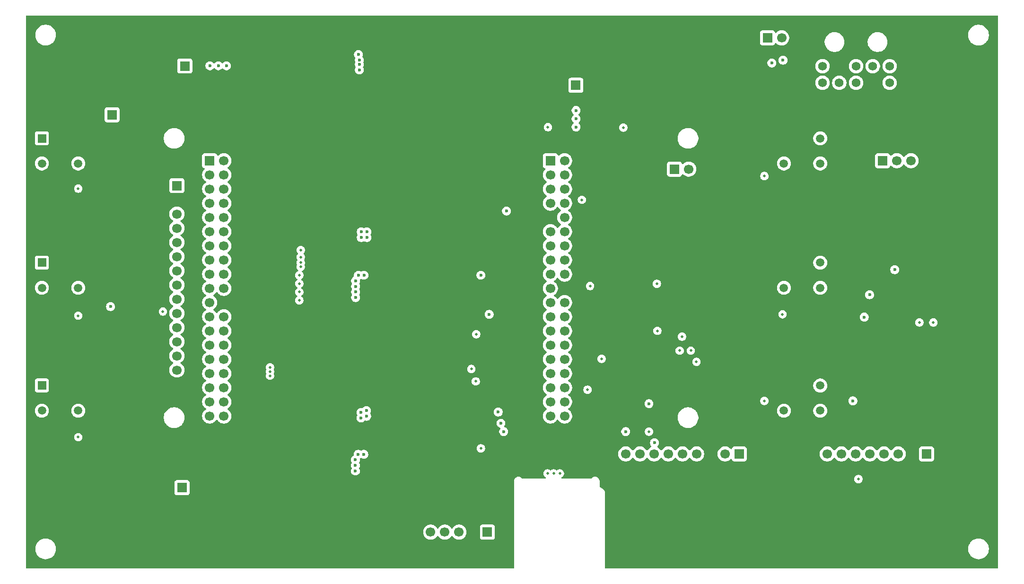
<source format=gbr>
%TF.GenerationSoftware,KiCad,Pcbnew,9.0.7*%
%TF.CreationDate,2026-02-04T14:53:37-04:00*%
%TF.ProjectId,TLS_Handheld_PCB,544c535f-4861-46e6-9468-656c645f5043,1*%
%TF.SameCoordinates,Original*%
%TF.FileFunction,Copper,L2,Inr*%
%TF.FilePolarity,Positive*%
%FSLAX46Y46*%
G04 Gerber Fmt 4.6, Leading zero omitted, Abs format (unit mm)*
G04 Created by KiCad (PCBNEW 9.0.7) date 2026-02-04 14:53:37*
%MOMM*%
%LPD*%
G01*
G04 APERTURE LIST*
%TA.AperFunction,ComponentPad*%
%ADD10R,1.700000X1.700000*%
%TD*%
%TA.AperFunction,ComponentPad*%
%ADD11C,1.700000*%
%TD*%
%TA.AperFunction,ComponentPad*%
%ADD12R,1.508000X1.508000*%
%TD*%
%TA.AperFunction,ComponentPad*%
%ADD13C,1.508000*%
%TD*%
%TA.AperFunction,ComponentPad*%
%ADD14O,1.550000X2.350000*%
%TD*%
%TA.AperFunction,ComponentPad*%
%ADD15O,1.050000X2.700000*%
%TD*%
%TA.AperFunction,ComponentPad*%
%ADD16C,1.574800*%
%TD*%
%TA.AperFunction,ViaPad*%
%ADD17C,0.600000*%
%TD*%
%TA.AperFunction,ViaPad*%
%ADD18C,0.500000*%
%TD*%
G04 APERTURE END LIST*
D10*
%TO.N,WAKE*%
%TO.C,STM_CN10*%
X163862500Y-68500000D03*
D11*
%TO.N,SD_CS*%
X166402500Y-68500000D03*
%TO.N,N/C*%
X163862500Y-71040000D03*
%TO.N,B4*%
X166402500Y-71040000D03*
%TO.N,N/C*%
X163862500Y-73580000D03*
%TO.N,RTD_CS*%
X166402500Y-73580000D03*
%TO.N,N/C*%
X163862500Y-76120000D03*
X166402500Y-76120000D03*
%TO.N,GND*%
X163862500Y-78660000D03*
%TO.N,N/C*%
X166402500Y-78660000D03*
%TO.N,DISPL_SCK*%
X163862500Y-81200000D03*
%TO.N,N/C*%
X166402500Y-81200000D03*
%TO.N,TOUCH_MISO*%
X163862500Y-83740000D03*
%TO.N,N/C*%
X166402500Y-83740000D03*
%TO.N,DISPL_MOSI*%
X163862500Y-86280000D03*
%TO.N,B5*%
X166402500Y-86280000D03*
%TO.N,N/C*%
X163862500Y-88820000D03*
X166402500Y-88820000D03*
%TO.N,EXCIT2*%
X163862500Y-91360000D03*
%TO.N,GND*%
X166402500Y-91360000D03*
%TO.N,TX*%
X163862500Y-93900000D03*
%TO.N,EXCIT1*%
X166402500Y-93900000D03*
%TO.N,B6*%
X163862500Y-96440000D03*
%TO.N,N/C*%
X166402500Y-96440000D03*
X163862500Y-98980000D03*
%TO.N,MAX_SDI*%
X166402500Y-98980000D03*
%TO.N,N/C*%
X163862500Y-101520000D03*
%TO.N,MAX_SDO*%
X166402500Y-101520000D03*
%TO.N,N/C*%
X163862500Y-104060000D03*
%TO.N,MAX_SCK*%
X166402500Y-104060000D03*
%TO.N,N/C*%
X163862500Y-106600000D03*
X166402500Y-106600000D03*
%TO.N,RX*%
X163862500Y-109140000D03*
%TO.N,B3*%
X166402500Y-109140000D03*
%TO.N,N/C*%
X163862500Y-111680000D03*
X166402500Y-111680000D03*
X163862500Y-114220000D03*
X166402500Y-114220000D03*
%TD*%
D10*
%TO.N,/8V*%
%TO.C,J1*%
X168412500Y-55000000D03*
D11*
%TO.N,GND*%
X170952500Y-55000000D03*
%TD*%
D10*
%TO.N,HeaterPre*%
%TO.C,+ Ref_Res -*%
X202725000Y-46500000D03*
D11*
%TO.N,Heater+*%
X205265000Y-46500000D03*
%TD*%
D12*
%TO.N,GND*%
%TO.C,PB-5*%
X205662500Y-86750000D03*
D13*
%TO.N,N/C*%
X212162500Y-86750000D03*
%TO.N,B5*%
X205662500Y-91250000D03*
%TO.N,N/C*%
X212162500Y-91250000D03*
%TD*%
D10*
%TO.N,RTD-*%
%TO.C,RTD*%
X223332500Y-68500000D03*
D11*
%TO.N,RTDSens*%
X225872500Y-68500000D03*
%TO.N,RTD+*%
X228412500Y-68500000D03*
%TD*%
D12*
%TO.N,GND*%
%TO.C,PB-4*%
X205662500Y-64500000D03*
D13*
%TO.N,N/C*%
X212162500Y-64500000D03*
%TO.N,B4*%
X205662500Y-69000000D03*
%TO.N,N/C*%
X212162500Y-69000000D03*
%TD*%
D10*
%TO.N,/3.3V*%
%TO.C,MAX31856*%
X197660000Y-121000000D03*
D11*
%TO.N,N/C*%
X195120000Y-121000000D03*
%TO.N,GND*%
X192580000Y-121000000D03*
%TO.N,MAX_SCK*%
X190040000Y-121000000D03*
%TO.N,MAX_SDO*%
X187500000Y-121000000D03*
%TO.N,MAX_SDI*%
X184960000Y-121000000D03*
%TO.N,Therm_CS*%
X182420000Y-121000000D03*
%TO.N,N/C*%
X179880000Y-121000000D03*
%TO.N,thermDRDY*%
X177340000Y-121000000D03*
%TD*%
D12*
%TO.N,GND*%
%TO.C,PB-6*%
X205662500Y-108750000D03*
D13*
%TO.N,N/C*%
X212162500Y-108750000D03*
%TO.N,B6*%
X205662500Y-113250000D03*
%TO.N,N/C*%
X212162500Y-113250000D03*
%TD*%
D14*
%TO.N,GND*%
%TO.C,SD_Reader*%
X156500000Y-126650000D03*
X174000000Y-126000000D03*
D15*
X156500000Y-135550000D03*
X174500000Y-135550000D03*
%TD*%
D12*
%TO.N,N/C*%
%TO.C,PB-3*%
X72837500Y-108750000D03*
D13*
%TO.N,GND*%
X79337500Y-108750000D03*
%TO.N,N/C*%
X72837500Y-113250000D03*
%TO.N,B3*%
X79337500Y-113250000D03*
%TD*%
D10*
%TO.N,/3.3V*%
%TO.C,J3*%
X85385000Y-60275000D03*
D11*
%TO.N,GND*%
X85385000Y-57735000D03*
%TD*%
D10*
%TO.N,/3.3V*%
%TO.C,TFT_DISPLAY_Pinout*%
X97000000Y-72960000D03*
D11*
%TO.N,GND*%
X97000000Y-75500000D03*
%TO.N,DISPL_CS*%
X97000000Y-78040000D03*
%TO.N,DISPL_RST*%
X97000000Y-80580000D03*
%TO.N,DISPL_DC*%
X97000000Y-83120000D03*
%TO.N,DISPL_MOSI*%
X97000000Y-85660000D03*
%TO.N,DISPL_SCK*%
X97000000Y-88200000D03*
%TO.N,DISPL_LED*%
X97000000Y-90740000D03*
%TO.N,N/C*%
X97000000Y-93280000D03*
%TO.N,DISPL_SCK*%
X97000000Y-95820000D03*
%TO.N,N/C*%
X97000000Y-98360000D03*
X97000000Y-100900000D03*
%TO.N,TOUCH_MISO*%
X97000000Y-103440000D03*
%TO.N,N/C*%
X97000000Y-105980000D03*
%TD*%
D10*
%TO.N,/3.3V*%
%TO.C,MAX31865*%
X231200000Y-121000000D03*
D11*
%TO.N,GND*%
X228660000Y-121000000D03*
%TO.N,N/C*%
X226120000Y-121000000D03*
%TO.N,MAX_SCK*%
X223580000Y-121000000D03*
%TO.N,MAX_SDO*%
X221040000Y-121000000D03*
%TO.N,MAX_SDI*%
X218500000Y-121000000D03*
%TO.N,RTD_CS*%
X215960000Y-121000000D03*
%TO.N,RTDDRDY*%
X213420000Y-121000000D03*
%TD*%
D10*
%TO.N,/5V*%
%TO.C,J2*%
X97912500Y-127040000D03*
D11*
%TO.N,GND*%
X97912500Y-124500000D03*
%TD*%
D12*
%TO.N,N/C*%
%TO.C,PB-1*%
X72837500Y-64500000D03*
D13*
%TO.N,GND*%
X79337500Y-64500000D03*
%TO.N,N/C*%
X72837500Y-69000000D03*
%TO.N,B1*%
X79337500Y-69000000D03*
%TD*%
D16*
%TO.N,Heater+*%
%TO.C,Connector*%
X212572902Y-51564301D03*
%TO.N,GND*%
X215572901Y-51564301D03*
%TO.N,Thermocouple-*%
X218572900Y-51564301D03*
%TO.N,N/C*%
X221572899Y-51564301D03*
%TO.N,Thermocouple+*%
X224572898Y-51564301D03*
%TO.N,RTD-*%
X212572902Y-54564300D03*
%TO.N,RTD+*%
X215572901Y-54564300D03*
%TO.N,RTDSens*%
X218572900Y-54564300D03*
%TO.N,GND*%
X221572899Y-54564300D03*
%TO.N,N/C*%
X224572898Y-54564300D03*
%TD*%
D10*
%TO.N,/3.3V*%
%TO.C,GPS_Pinout*%
X152580000Y-135000000D03*
D11*
%TO.N,GND*%
X150040000Y-135000000D03*
%TO.N,RX*%
X147500000Y-135000000D03*
%TO.N,TX*%
X144960000Y-135000000D03*
%TO.N,WAKE*%
X142420000Y-135000000D03*
%TD*%
D10*
%TO.N,Thermocouple+*%
%TO.C,Thermocouple*%
X186087500Y-70000000D03*
D11*
%TO.N,Thermocouple-*%
X188627500Y-70000000D03*
%TD*%
D12*
%TO.N,N/C*%
%TO.C,PB-2*%
X72837500Y-86750000D03*
D13*
%TO.N,GND*%
X79337500Y-86750000D03*
%TO.N,N/C*%
X72837500Y-91250000D03*
%TO.N,B2*%
X79337500Y-91250000D03*
%TD*%
D10*
%TO.N,/Pin*%
%TO.C,J1*%
X98412500Y-51540000D03*
D11*
%TO.N,GND*%
X98412500Y-49000000D03*
%TD*%
D10*
%TO.N,N/C*%
%TO.C,STM_CN7*%
X102862500Y-68500000D03*
D11*
X105402500Y-68500000D03*
X102862500Y-71040000D03*
%TO.N,B1*%
X105402500Y-71040000D03*
%TO.N,N/C*%
X102862500Y-73580000D03*
%TO.N,/5V*%
X105402500Y-73580000D03*
%TO.N,N/C*%
X102862500Y-76120000D03*
X105402500Y-76120000D03*
X102862500Y-78660000D03*
X105402500Y-78660000D03*
X102862500Y-81200000D03*
X105402500Y-81200000D03*
X102862500Y-83740000D03*
X105402500Y-83740000D03*
X102862500Y-86280000D03*
X105402500Y-86280000D03*
X102862500Y-88820000D03*
X105402500Y-88820000D03*
X102862500Y-91360000D03*
X105402500Y-91360000D03*
X102862500Y-93900000D03*
%TO.N,GND*%
X105402500Y-93900000D03*
%TO.N,B2*%
X102862500Y-96440000D03*
%TO.N,N/C*%
X105402500Y-96440000D03*
X102862500Y-98980000D03*
X105402500Y-98980000D03*
X102862500Y-101520000D03*
X105402500Y-101520000D03*
X102862500Y-104060000D03*
X105402500Y-104060000D03*
X102862500Y-106600000D03*
%TO.N,Therm_CS*%
X105402500Y-106600000D03*
%TO.N,N/C*%
X102862500Y-109140000D03*
X105402500Y-109140000D03*
%TO.N,DISPL_RST*%
X102862500Y-111680000D03*
%TO.N,DISPL_DC*%
X105402500Y-111680000D03*
%TO.N,DISPL_CS*%
X102862500Y-114220000D03*
%TO.N,DISPL_LED*%
X105402500Y-114220000D03*
%TD*%
D17*
%TO.N,GND*%
X120000000Y-130000000D03*
X123959500Y-108057500D03*
X132061226Y-85459968D03*
X128500000Y-97000000D03*
X126412500Y-49500000D03*
X132167190Y-117446624D03*
X127500000Y-88500000D03*
X132000000Y-77000000D03*
X129662500Y-55250000D03*
X148000000Y-56000000D03*
X137162500Y-56250000D03*
X102912500Y-49000000D03*
X141615500Y-49750000D03*
X117000000Y-100750000D03*
X130747633Y-85246027D03*
X139500000Y-97000000D03*
X127500000Y-48500000D03*
X132957606Y-117442802D03*
X115500000Y-129557500D03*
X104912500Y-120250000D03*
X128063000Y-73605000D03*
X145912500Y-84000000D03*
X132615500Y-67250000D03*
X127459500Y-123557500D03*
X223200000Y-89227050D03*
X187012500Y-82230000D03*
X115500000Y-125557500D03*
X128500000Y-98000000D03*
X130162500Y-70855000D03*
X126750000Y-79000000D03*
X133000000Y-77000000D03*
X96635000Y-57735000D03*
X139797000Y-88500000D03*
X145709500Y-116562500D03*
X127459500Y-129057500D03*
X135162500Y-55250000D03*
X135000000Y-93000000D03*
X149000000Y-68000000D03*
X127459500Y-122557500D03*
X142750000Y-78500000D03*
X130952355Y-86704946D03*
X127459500Y-120557500D03*
X189512500Y-82230000D03*
X134959500Y-125057500D03*
X130918209Y-116840815D03*
X136162500Y-54250000D03*
X137912500Y-76000000D03*
X127500000Y-92500000D03*
X139959500Y-120557500D03*
X129736680Y-56005963D03*
X115500000Y-118557500D03*
X138662500Y-49250000D03*
X145615500Y-48750000D03*
X144959500Y-111557500D03*
X124000000Y-76750000D03*
X131500000Y-86000000D03*
X131000000Y-48000000D03*
X131038303Y-117451962D03*
X143750000Y-78500000D03*
X136162500Y-55250000D03*
X92135000Y-57735000D03*
X117000000Y-98250000D03*
X226500000Y-89500000D03*
X130709499Y-55697800D03*
X138662500Y-48250000D03*
X132062500Y-84815462D03*
X132217897Y-118028415D03*
X118000000Y-130000000D03*
X134000000Y-77000000D03*
X135662500Y-50250000D03*
X170952500Y-62500000D03*
X129959500Y-111057500D03*
X143959500Y-111057500D03*
X115500000Y-127557500D03*
X132747517Y-85419134D03*
X137662500Y-49250000D03*
X136063000Y-73605000D03*
X127459500Y-121557500D03*
X127500000Y-90500000D03*
X143000000Y-73500000D03*
X132959500Y-109057500D03*
D18*
X175912500Y-59000000D03*
D17*
X136162500Y-53250000D03*
X127459500Y-128057500D03*
X134063000Y-73605000D03*
X142959500Y-111057500D03*
X138500000Y-95750000D03*
X127500000Y-95000000D03*
X146000000Y-72000000D03*
X148000000Y-54000000D03*
X133500000Y-125500000D03*
X144750000Y-85750000D03*
X131500000Y-95000000D03*
X128162500Y-55750000D03*
X148000000Y-50000000D03*
X132000000Y-48000000D03*
X132823706Y-118039090D03*
X141615500Y-48750000D03*
X132912500Y-106000000D03*
X221000000Y-94000000D03*
X132081242Y-86064443D03*
X103662500Y-121500000D03*
X132012000Y-56000000D03*
X131615500Y-67250000D03*
X133459500Y-121557500D03*
X115500000Y-115500000D03*
X122662500Y-58855000D03*
X118959500Y-113557500D03*
X132797800Y-86027145D03*
X137162500Y-53250000D03*
X135162500Y-53250000D03*
X143459500Y-118057500D03*
X127162500Y-69855000D03*
X137662500Y-50250000D03*
X127459500Y-127057500D03*
X124662500Y-56750000D03*
X131951020Y-118778337D03*
X131849059Y-86660912D03*
X127459500Y-119557500D03*
X190512500Y-98730000D03*
X129000000Y-125500000D03*
X132794350Y-118719624D03*
X132012000Y-55250000D03*
X123250000Y-103000000D03*
X141459500Y-120557500D03*
X144750000Y-79250000D03*
X105912500Y-49000000D03*
X139912500Y-77000000D03*
X117000000Y-93250000D03*
X170952500Y-59500000D03*
X131598744Y-117766876D03*
X145912500Y-82000000D03*
X131615500Y-68250000D03*
X127500000Y-89500000D03*
X134459500Y-121557500D03*
X117000000Y-85250000D03*
X130959500Y-118057500D03*
X144615500Y-49750000D03*
X130820251Y-86020408D03*
X130063000Y-73605000D03*
X141297000Y-88500000D03*
X133500000Y-89500000D03*
X132079121Y-116870171D03*
X132063000Y-73605000D03*
X136162500Y-56250000D03*
X121459500Y-110557500D03*
X127459500Y-124557500D03*
X122662500Y-60855000D03*
X126000000Y-101500000D03*
X128162500Y-54750000D03*
X132727631Y-116918209D03*
X127459500Y-125557500D03*
X139500000Y-95750000D03*
X128000000Y-77500000D03*
X140412500Y-108750000D03*
X128500000Y-101000000D03*
X134000000Y-48000000D03*
X124662500Y-54750000D03*
X117000000Y-103000000D03*
X145709500Y-114562500D03*
X144615500Y-48750000D03*
X122000000Y-130000000D03*
X130500000Y-125500000D03*
X133959500Y-109057500D03*
X122662500Y-62855000D03*
X134750000Y-89500000D03*
X148000000Y-52000000D03*
X94385000Y-57735000D03*
X129500000Y-48000000D03*
X132615500Y-68250000D03*
X144959500Y-118057500D03*
X137959500Y-107057500D03*
X143250000Y-85750000D03*
X126063000Y-73605000D03*
X128459500Y-109057500D03*
X125000000Y-130000000D03*
X117000000Y-88000000D03*
X118750000Y-103000000D03*
X142615500Y-49750000D03*
X170952500Y-61000000D03*
X137662500Y-48250000D03*
X127500000Y-87500000D03*
X128500000Y-99500000D03*
X133000000Y-95000000D03*
X132000000Y-125500000D03*
X141297000Y-87500000D03*
X117000000Y-95750000D03*
X116959500Y-113557500D03*
X138459500Y-127557500D03*
D18*
X232412500Y-101000000D03*
D17*
X150500000Y-71000000D03*
X135162500Y-56250000D03*
X117000000Y-90750000D03*
X131404710Y-85423940D03*
X135162500Y-54250000D03*
X138662500Y-50250000D03*
X129750000Y-79000000D03*
X134959500Y-124057500D03*
X139500000Y-94750000D03*
X126459500Y-111057500D03*
X102412500Y-122750000D03*
X132586825Y-86694597D03*
X121750000Y-103000000D03*
X131239221Y-84842142D03*
X137162500Y-54250000D03*
X137162500Y-55250000D03*
X141459500Y-118557500D03*
X127500000Y-91500000D03*
X142615500Y-48750000D03*
D18*
X162250000Y-124500000D03*
D17*
X139459500Y-127557500D03*
X122662500Y-66855000D03*
X141459500Y-119557500D03*
X131959500Y-109057500D03*
X130990266Y-118714287D03*
X128500000Y-96000000D03*
X136000000Y-48000000D03*
X141297000Y-86500000D03*
D18*
X175912500Y-52000000D03*
D17*
X150000000Y-64500000D03*
X121250000Y-79250000D03*
D18*
X229912500Y-101000000D03*
D17*
X145615500Y-49750000D03*
X127500000Y-93500000D03*
X104412500Y-49000000D03*
X127459500Y-130057500D03*
X129500000Y-95000000D03*
X122662500Y-64855000D03*
X182912500Y-87000000D03*
X124662500Y-69855000D03*
X132773786Y-84815462D03*
X131556044Y-118327316D03*
X122662500Y-68855000D03*
X139459500Y-126557500D03*
X135000000Y-92000000D03*
X139459500Y-128557500D03*
X183100000Y-102730000D03*
X120250000Y-103000000D03*
X129412500Y-106000000D03*
X190512500Y-92230000D03*
X148500000Y-71855000D03*
%TO.N,RTDSens*%
X225500000Y-88000000D03*
%TO.N,Heater+*%
X205500000Y-50500000D03*
D18*
%TO.N,MAX_SCK*%
X190000000Y-104500000D03*
X187000000Y-102500000D03*
X181500000Y-117000000D03*
%TO.N,MAX_SDO*%
X219000000Y-125500000D03*
X189000000Y-102500000D03*
D17*
X220051000Y-96500000D03*
D18*
X187412500Y-100000000D03*
D17*
%TO.N,MAX_SDI*%
X182500000Y-119000000D03*
D18*
%TO.N,MOSFETGait1*%
X176912500Y-62566800D03*
X163412500Y-62500000D03*
%TO.N,Therm_CS*%
X149706250Y-105793750D03*
D17*
%TO.N,RTD_CS*%
X221000000Y-92500000D03*
%TO.N,/Pin*%
X129959500Y-114557500D03*
X102912500Y-51500000D03*
X129000000Y-91000000D03*
X131000000Y-81250000D03*
X128959500Y-124057500D03*
X104412500Y-51500000D03*
X130912500Y-113250000D03*
X105872500Y-51500000D03*
X129662500Y-52250000D03*
X131000000Y-82250000D03*
X130959500Y-114250000D03*
X130000000Y-81250000D03*
X130000000Y-82250000D03*
X130459500Y-121057500D03*
X129500000Y-49500000D03*
X129500000Y-89000000D03*
X129000000Y-90000000D03*
X129959500Y-113557500D03*
X129662500Y-51250000D03*
X129459500Y-121057500D03*
X128959500Y-123057500D03*
X129000000Y-92000000D03*
X129662500Y-50500000D03*
X128959500Y-122057500D03*
X129000000Y-93000000D03*
X130500000Y-89000000D03*
D18*
%TO.N,/5V*%
X113662500Y-106250000D03*
X113662500Y-105500000D03*
X113662500Y-107000000D03*
%TO.N,/3.3V*%
X79337500Y-73500000D03*
X164450000Y-124500000D03*
X119162500Y-85750000D03*
X232412500Y-97462500D03*
X118912500Y-89000000D03*
X202162500Y-111500000D03*
X119162500Y-87500000D03*
X119162500Y-86750000D03*
X118912500Y-93500000D03*
X79337500Y-118000000D03*
X79337500Y-96250000D03*
X205412500Y-96000000D03*
X118912500Y-92000000D03*
X229912500Y-97462500D03*
X119162500Y-84500000D03*
X202162500Y-71250000D03*
X183000000Y-98962500D03*
X182912500Y-90537500D03*
X118912500Y-90500000D03*
D17*
%TO.N,/8V*%
X168452500Y-62460000D03*
X168452500Y-61000000D03*
X168452500Y-59500000D03*
D18*
%TO.N,DISPL_MOSI*%
X165550000Y-124500000D03*
D17*
X85125000Y-94625000D03*
D18*
X150571250Y-99571250D03*
X150500000Y-108000000D03*
%TO.N,DISPL_SCK*%
X163350000Y-124500000D03*
X151412500Y-120000000D03*
D17*
X151412500Y-89000000D03*
%TO.N,TOUCH_MISO*%
X152912500Y-96000000D03*
%TO.N,WAKE*%
X154512500Y-113500000D03*
X156000000Y-77500000D03*
D18*
%TO.N,B5*%
X170962500Y-90938750D03*
%TO.N,B6*%
X173025130Y-103974870D03*
D17*
%TO.N,RX*%
X155500000Y-117000000D03*
D18*
%TO.N,B2*%
X94500000Y-95500000D03*
D17*
%TO.N,TX*%
X155000000Y-115500000D03*
D18*
%TO.N,SD_CS*%
X170500000Y-109500000D03*
X169500000Y-75500000D03*
D17*
%TO.N,HeaterPre*%
X203500000Y-51000000D03*
%TO.N,thermDRDY*%
X177340000Y-117000000D03*
X181500000Y-112000000D03*
%TO.N,RTDDRDY*%
X218000000Y-111500000D03*
%TD*%
%TA.AperFunction,Conductor*%
%TO.N,GND*%
G36*
X243942539Y-42520185D02*
G01*
X243988294Y-42572989D01*
X243999500Y-42624500D01*
X243999500Y-141375500D01*
X243979815Y-141442539D01*
X243927011Y-141488294D01*
X243875500Y-141499500D01*
X173774500Y-141499500D01*
X173707461Y-141479815D01*
X173661706Y-141427011D01*
X173650500Y-141375500D01*
X173650500Y-137878711D01*
X238649500Y-137878711D01*
X238649500Y-138121288D01*
X238681161Y-138361785D01*
X238743947Y-138596104D01*
X238836773Y-138820205D01*
X238836776Y-138820212D01*
X238958064Y-139030289D01*
X238958066Y-139030292D01*
X238958067Y-139030293D01*
X239105733Y-139222736D01*
X239105739Y-139222743D01*
X239277256Y-139394260D01*
X239277262Y-139394265D01*
X239469711Y-139541936D01*
X239679788Y-139663224D01*
X239903900Y-139756054D01*
X240138211Y-139818838D01*
X240318586Y-139842584D01*
X240378711Y-139850500D01*
X240378712Y-139850500D01*
X240621289Y-139850500D01*
X240669388Y-139844167D01*
X240861789Y-139818838D01*
X241096100Y-139756054D01*
X241320212Y-139663224D01*
X241530289Y-139541936D01*
X241722738Y-139394265D01*
X241894265Y-139222738D01*
X242041936Y-139030289D01*
X242163224Y-138820212D01*
X242256054Y-138596100D01*
X242318838Y-138361789D01*
X242350500Y-138121288D01*
X242350500Y-137878712D01*
X242318838Y-137638211D01*
X242256054Y-137403900D01*
X242163224Y-137179788D01*
X242041936Y-136969711D01*
X241894265Y-136777262D01*
X241894260Y-136777256D01*
X241722743Y-136605739D01*
X241722736Y-136605733D01*
X241530293Y-136458067D01*
X241530292Y-136458066D01*
X241530289Y-136458064D01*
X241320212Y-136336776D01*
X241320205Y-136336773D01*
X241096104Y-136243947D01*
X240861785Y-136181161D01*
X240621289Y-136149500D01*
X240621288Y-136149500D01*
X240378712Y-136149500D01*
X240378711Y-136149500D01*
X240138214Y-136181161D01*
X239903895Y-136243947D01*
X239679794Y-136336773D01*
X239679785Y-136336777D01*
X239469706Y-136458067D01*
X239277263Y-136605733D01*
X239277256Y-136605739D01*
X239105739Y-136777256D01*
X239105733Y-136777263D01*
X238958067Y-136969706D01*
X238836777Y-137179785D01*
X238836773Y-137179794D01*
X238743947Y-137403895D01*
X238681161Y-137638214D01*
X238649500Y-137878711D01*
X173650500Y-137878711D01*
X173650500Y-128108679D01*
X173650502Y-128108672D01*
X173650500Y-128056867D01*
X173650524Y-128011649D01*
X173650553Y-127953251D01*
X173618759Y-127777037D01*
X173556186Y-127609267D01*
X173556183Y-127609261D01*
X173464824Y-127455275D01*
X173464822Y-127455271D01*
X173347569Y-127319943D01*
X173208152Y-127207581D01*
X173208150Y-127207580D01*
X173208149Y-127207579D01*
X173129555Y-127164708D01*
X173129562Y-127164694D01*
X173129496Y-127164677D01*
X173095286Y-127145993D01*
X173021854Y-127105887D01*
X172715063Y-126938330D01*
X172665662Y-126888920D01*
X172650500Y-126829503D01*
X172650500Y-125815864D01*
X172615514Y-125651269D01*
X172615512Y-125651264D01*
X172581076Y-125573920D01*
X218249499Y-125573920D01*
X218278340Y-125718907D01*
X218278343Y-125718917D01*
X218334912Y-125855488D01*
X218334919Y-125855501D01*
X218417048Y-125978415D01*
X218417051Y-125978419D01*
X218521580Y-126082948D01*
X218521584Y-126082951D01*
X218644498Y-126165080D01*
X218644511Y-126165087D01*
X218781082Y-126221656D01*
X218781087Y-126221658D01*
X218781091Y-126221658D01*
X218781092Y-126221659D01*
X218926079Y-126250500D01*
X218926082Y-126250500D01*
X219073920Y-126250500D01*
X219171462Y-126231096D01*
X219218913Y-126221658D01*
X219355495Y-126165084D01*
X219478416Y-126082951D01*
X219582951Y-125978416D01*
X219665084Y-125855495D01*
X219721658Y-125718913D01*
X219750500Y-125573918D01*
X219750500Y-125426082D01*
X219750500Y-125426079D01*
X219721659Y-125281092D01*
X219721658Y-125281091D01*
X219721658Y-125281087D01*
X219712692Y-125259440D01*
X219665087Y-125144511D01*
X219665080Y-125144498D01*
X219582951Y-125021584D01*
X219582948Y-125021580D01*
X219478419Y-124917051D01*
X219478415Y-124917048D01*
X219355501Y-124834919D01*
X219355488Y-124834912D01*
X219218917Y-124778343D01*
X219218907Y-124778340D01*
X219073920Y-124749500D01*
X219073918Y-124749500D01*
X218926082Y-124749500D01*
X218926080Y-124749500D01*
X218781092Y-124778340D01*
X218781082Y-124778343D01*
X218644511Y-124834912D01*
X218644498Y-124834919D01*
X218521584Y-124917048D01*
X218521580Y-124917051D01*
X218417051Y-125021580D01*
X218417048Y-125021584D01*
X218334919Y-125144498D01*
X218334912Y-125144511D01*
X218278343Y-125281082D01*
X218278340Y-125281092D01*
X218249500Y-125426079D01*
X218249500Y-125426082D01*
X218249500Y-125573918D01*
X218249500Y-125573920D01*
X218249499Y-125573920D01*
X172581076Y-125573920D01*
X172547072Y-125497547D01*
X172547072Y-125497546D01*
X172448164Y-125361411D01*
X172444271Y-125357906D01*
X172411573Y-125328464D01*
X172323114Y-125248815D01*
X172177386Y-125164679D01*
X172177380Y-125164676D01*
X172017353Y-125112681D01*
X172017350Y-125112680D01*
X171850000Y-125095091D01*
X171682650Y-125112680D01*
X171682647Y-125112680D01*
X171682646Y-125112681D01*
X171522619Y-125164676D01*
X171522613Y-125164679D01*
X171376887Y-125248814D01*
X171247006Y-125365760D01*
X171245454Y-125364036D01*
X171194987Y-125395123D01*
X171162332Y-125399500D01*
X165961970Y-125399500D01*
X165894931Y-125379815D01*
X165849176Y-125327011D01*
X165839232Y-125257853D01*
X165868257Y-125194297D01*
X165900490Y-125168559D01*
X165900430Y-125168469D01*
X165901492Y-125167758D01*
X165903519Y-125166141D01*
X165905493Y-125165085D01*
X165905493Y-125165084D01*
X165905495Y-125165084D01*
X166028416Y-125082951D01*
X166132951Y-124978416D01*
X166215084Y-124855495D01*
X166271658Y-124718913D01*
X166300500Y-124573918D01*
X166300500Y-124426082D01*
X166300500Y-124426079D01*
X166271659Y-124281092D01*
X166271658Y-124281091D01*
X166271658Y-124281087D01*
X166271656Y-124281082D01*
X166215087Y-124144511D01*
X166215080Y-124144498D01*
X166132951Y-124021584D01*
X166132948Y-124021580D01*
X166028419Y-123917051D01*
X166028415Y-123917048D01*
X165905501Y-123834919D01*
X165905488Y-123834912D01*
X165768917Y-123778343D01*
X165768907Y-123778340D01*
X165623920Y-123749500D01*
X165623918Y-123749500D01*
X165476082Y-123749500D01*
X165476080Y-123749500D01*
X165331092Y-123778340D01*
X165331082Y-123778343D01*
X165194511Y-123834912D01*
X165194498Y-123834919D01*
X165068891Y-123918848D01*
X165002213Y-123939726D01*
X164934833Y-123921241D01*
X164931109Y-123918848D01*
X164805501Y-123834919D01*
X164805488Y-123834912D01*
X164668917Y-123778343D01*
X164668907Y-123778340D01*
X164523920Y-123749500D01*
X164523918Y-123749500D01*
X164376082Y-123749500D01*
X164376080Y-123749500D01*
X164231092Y-123778340D01*
X164231082Y-123778343D01*
X164094511Y-123834912D01*
X164094498Y-123834919D01*
X163968891Y-123918848D01*
X163902213Y-123939726D01*
X163834833Y-123921241D01*
X163831109Y-123918848D01*
X163705501Y-123834919D01*
X163705488Y-123834912D01*
X163568917Y-123778343D01*
X163568907Y-123778340D01*
X163423920Y-123749500D01*
X163423918Y-123749500D01*
X163276082Y-123749500D01*
X163276080Y-123749500D01*
X163131092Y-123778340D01*
X163131082Y-123778343D01*
X162994511Y-123834912D01*
X162994498Y-123834919D01*
X162871584Y-123917048D01*
X162871580Y-123917051D01*
X162767051Y-124021580D01*
X162767048Y-124021584D01*
X162684919Y-124144498D01*
X162684912Y-124144511D01*
X162628343Y-124281082D01*
X162628340Y-124281092D01*
X162599500Y-124426079D01*
X162599500Y-124426082D01*
X162599500Y-124573918D01*
X162599500Y-124573920D01*
X162599499Y-124573920D01*
X162628340Y-124718907D01*
X162628343Y-124718917D01*
X162684912Y-124855488D01*
X162684919Y-124855501D01*
X162767048Y-124978415D01*
X162767051Y-124978419D01*
X162871580Y-125082948D01*
X162871584Y-125082951D01*
X162994506Y-125165085D01*
X162996481Y-125166141D01*
X162997321Y-125166966D01*
X162999570Y-125168469D01*
X162999285Y-125168895D01*
X163046326Y-125215102D01*
X163061788Y-125283239D01*
X163037958Y-125348920D01*
X162982401Y-125391289D01*
X162938030Y-125399500D01*
X158837668Y-125399500D01*
X158770629Y-125379815D01*
X158753469Y-125365231D01*
X158752994Y-125365760D01*
X158734291Y-125348920D01*
X158623114Y-125248815D01*
X158477386Y-125164679D01*
X158477380Y-125164676D01*
X158317353Y-125112681D01*
X158317350Y-125112680D01*
X158150000Y-125095091D01*
X157982650Y-125112680D01*
X157982647Y-125112680D01*
X157982646Y-125112681D01*
X157822619Y-125164676D01*
X157822613Y-125164679D01*
X157676887Y-125248814D01*
X157551837Y-125361409D01*
X157452927Y-125497546D01*
X157384487Y-125651264D01*
X157384485Y-125651269D01*
X157349500Y-125815864D01*
X157349500Y-140748461D01*
X157349498Y-140749094D01*
X157346295Y-141376133D01*
X157326269Y-141443071D01*
X157273232Y-141488556D01*
X157222297Y-141499500D01*
X70124500Y-141499500D01*
X70057461Y-141479815D01*
X70011706Y-141427011D01*
X70000500Y-141375500D01*
X70000500Y-137878711D01*
X71649500Y-137878711D01*
X71649500Y-138121288D01*
X71681161Y-138361785D01*
X71743947Y-138596104D01*
X71836773Y-138820205D01*
X71836776Y-138820212D01*
X71958064Y-139030289D01*
X71958066Y-139030292D01*
X71958067Y-139030293D01*
X72105733Y-139222736D01*
X72105739Y-139222743D01*
X72277256Y-139394260D01*
X72277262Y-139394265D01*
X72469711Y-139541936D01*
X72679788Y-139663224D01*
X72903900Y-139756054D01*
X73138211Y-139818838D01*
X73318586Y-139842584D01*
X73378711Y-139850500D01*
X73378712Y-139850500D01*
X73621289Y-139850500D01*
X73669388Y-139844167D01*
X73861789Y-139818838D01*
X74096100Y-139756054D01*
X74320212Y-139663224D01*
X74530289Y-139541936D01*
X74722738Y-139394265D01*
X74894265Y-139222738D01*
X75041936Y-139030289D01*
X75163224Y-138820212D01*
X75256054Y-138596100D01*
X75318838Y-138361789D01*
X75350500Y-138121288D01*
X75350500Y-137878712D01*
X75318838Y-137638211D01*
X75256054Y-137403900D01*
X75163224Y-137179788D01*
X75041936Y-136969711D01*
X74894265Y-136777262D01*
X74894260Y-136777256D01*
X74722743Y-136605739D01*
X74722736Y-136605733D01*
X74530293Y-136458067D01*
X74530292Y-136458066D01*
X74530289Y-136458064D01*
X74320212Y-136336776D01*
X74320205Y-136336773D01*
X74096104Y-136243947D01*
X73861785Y-136181161D01*
X73621289Y-136149500D01*
X73621288Y-136149500D01*
X73378712Y-136149500D01*
X73378711Y-136149500D01*
X73138214Y-136181161D01*
X72903895Y-136243947D01*
X72679794Y-136336773D01*
X72679785Y-136336777D01*
X72469706Y-136458067D01*
X72277263Y-136605733D01*
X72277256Y-136605739D01*
X72105739Y-136777256D01*
X72105733Y-136777263D01*
X71958067Y-136969706D01*
X71836777Y-137179785D01*
X71836773Y-137179794D01*
X71743947Y-137403895D01*
X71681161Y-137638214D01*
X71649500Y-137878711D01*
X70000500Y-137878711D01*
X70000500Y-134893713D01*
X141069500Y-134893713D01*
X141069500Y-135106286D01*
X141102753Y-135316239D01*
X141168444Y-135518414D01*
X141264951Y-135707820D01*
X141389890Y-135879786D01*
X141540213Y-136030109D01*
X141712179Y-136155048D01*
X141712181Y-136155049D01*
X141712184Y-136155051D01*
X141901588Y-136251557D01*
X142103757Y-136317246D01*
X142313713Y-136350500D01*
X142313714Y-136350500D01*
X142526286Y-136350500D01*
X142526287Y-136350500D01*
X142736243Y-136317246D01*
X142938412Y-136251557D01*
X143127816Y-136155051D01*
X143214138Y-136092335D01*
X143299786Y-136030109D01*
X143299788Y-136030106D01*
X143299792Y-136030104D01*
X143450104Y-135879792D01*
X143450106Y-135879788D01*
X143450109Y-135879786D01*
X143575048Y-135707820D01*
X143575047Y-135707820D01*
X143575051Y-135707816D01*
X143579514Y-135699054D01*
X143627488Y-135648259D01*
X143695308Y-135631463D01*
X143761444Y-135653999D01*
X143800486Y-135699056D01*
X143804951Y-135707820D01*
X143929890Y-135879786D01*
X144080213Y-136030109D01*
X144252179Y-136155048D01*
X144252181Y-136155049D01*
X144252184Y-136155051D01*
X144441588Y-136251557D01*
X144643757Y-136317246D01*
X144853713Y-136350500D01*
X144853714Y-136350500D01*
X145066286Y-136350500D01*
X145066287Y-136350500D01*
X145276243Y-136317246D01*
X145478412Y-136251557D01*
X145667816Y-136155051D01*
X145754138Y-136092335D01*
X145839786Y-136030109D01*
X145839788Y-136030106D01*
X145839792Y-136030104D01*
X145990104Y-135879792D01*
X145990106Y-135879788D01*
X145990109Y-135879786D01*
X146115048Y-135707820D01*
X146115047Y-135707820D01*
X146115051Y-135707816D01*
X146119514Y-135699054D01*
X146167488Y-135648259D01*
X146235308Y-135631463D01*
X146301444Y-135653999D01*
X146340486Y-135699056D01*
X146344951Y-135707820D01*
X146469890Y-135879786D01*
X146620213Y-136030109D01*
X146792179Y-136155048D01*
X146792181Y-136155049D01*
X146792184Y-136155051D01*
X146981588Y-136251557D01*
X147183757Y-136317246D01*
X147393713Y-136350500D01*
X147393714Y-136350500D01*
X147606286Y-136350500D01*
X147606287Y-136350500D01*
X147816243Y-136317246D01*
X148018412Y-136251557D01*
X148207816Y-136155051D01*
X148294138Y-136092335D01*
X148379786Y-136030109D01*
X148379788Y-136030106D01*
X148379792Y-136030104D01*
X148530104Y-135879792D01*
X148530106Y-135879788D01*
X148530109Y-135879786D01*
X148655048Y-135707820D01*
X148655047Y-135707820D01*
X148655051Y-135707816D01*
X148751557Y-135518412D01*
X148817246Y-135316243D01*
X148850500Y-135106287D01*
X148850500Y-134893713D01*
X148817246Y-134683757D01*
X148751557Y-134481588D01*
X148655051Y-134292184D01*
X148530104Y-134120208D01*
X148512031Y-134102135D01*
X151229500Y-134102135D01*
X151229500Y-135897870D01*
X151229501Y-135897876D01*
X151235908Y-135957483D01*
X151286202Y-136092328D01*
X151286206Y-136092335D01*
X151372452Y-136207544D01*
X151372455Y-136207547D01*
X151487664Y-136293793D01*
X151487671Y-136293797D01*
X151622517Y-136344091D01*
X151622516Y-136344091D01*
X151629444Y-136344835D01*
X151682127Y-136350500D01*
X153477872Y-136350499D01*
X153537483Y-136344091D01*
X153672331Y-136293796D01*
X153787546Y-136207546D01*
X153873796Y-136092331D01*
X153924091Y-135957483D01*
X153930500Y-135897873D01*
X153930499Y-134102128D01*
X153924091Y-134042517D01*
X153873796Y-133907669D01*
X153873795Y-133907668D01*
X153873793Y-133907664D01*
X153787547Y-133792455D01*
X153787544Y-133792452D01*
X153672335Y-133706206D01*
X153672328Y-133706202D01*
X153537482Y-133655908D01*
X153537483Y-133655908D01*
X153477883Y-133649501D01*
X153477881Y-133649500D01*
X153477873Y-133649500D01*
X153477864Y-133649500D01*
X151682129Y-133649500D01*
X151682123Y-133649501D01*
X151622516Y-133655908D01*
X151487671Y-133706202D01*
X151487664Y-133706206D01*
X151372455Y-133792452D01*
X151372452Y-133792455D01*
X151286206Y-133907664D01*
X151286202Y-133907671D01*
X151235908Y-134042517D01*
X151229501Y-134102116D01*
X151229501Y-134102123D01*
X151229500Y-134102135D01*
X148512031Y-134102135D01*
X148379792Y-133969896D01*
X148379786Y-133969890D01*
X148207820Y-133844951D01*
X148018414Y-133748444D01*
X148018413Y-133748443D01*
X148018412Y-133748443D01*
X147816243Y-133682754D01*
X147816241Y-133682753D01*
X147816240Y-133682753D01*
X147654957Y-133657208D01*
X147606287Y-133649500D01*
X147393713Y-133649500D01*
X147345042Y-133657208D01*
X147183760Y-133682753D01*
X146981585Y-133748444D01*
X146792179Y-133844951D01*
X146620213Y-133969890D01*
X146469890Y-134120213D01*
X146344949Y-134292182D01*
X146340484Y-134300946D01*
X146292509Y-134351742D01*
X146224688Y-134368536D01*
X146158553Y-134345998D01*
X146119516Y-134300946D01*
X146115050Y-134292182D01*
X145990109Y-134120213D01*
X145839786Y-133969890D01*
X145667820Y-133844951D01*
X145478414Y-133748444D01*
X145478413Y-133748443D01*
X145478412Y-133748443D01*
X145276243Y-133682754D01*
X145276241Y-133682753D01*
X145276240Y-133682753D01*
X145114957Y-133657208D01*
X145066287Y-133649500D01*
X144853713Y-133649500D01*
X144805042Y-133657208D01*
X144643760Y-133682753D01*
X144441585Y-133748444D01*
X144252179Y-133844951D01*
X144080213Y-133969890D01*
X143929890Y-134120213D01*
X143804949Y-134292182D01*
X143800484Y-134300946D01*
X143752509Y-134351742D01*
X143684688Y-134368536D01*
X143618553Y-134345998D01*
X143579516Y-134300946D01*
X143575050Y-134292182D01*
X143450109Y-134120213D01*
X143299786Y-133969890D01*
X143127820Y-133844951D01*
X142938414Y-133748444D01*
X142938413Y-133748443D01*
X142938412Y-133748443D01*
X142736243Y-133682754D01*
X142736241Y-133682753D01*
X142736240Y-133682753D01*
X142574957Y-133657208D01*
X142526287Y-133649500D01*
X142313713Y-133649500D01*
X142265042Y-133657208D01*
X142103760Y-133682753D01*
X141901585Y-133748444D01*
X141712179Y-133844951D01*
X141540213Y-133969890D01*
X141389890Y-134120213D01*
X141264951Y-134292179D01*
X141168444Y-134481585D01*
X141102753Y-134683760D01*
X141069500Y-134893713D01*
X70000500Y-134893713D01*
X70000500Y-126142135D01*
X96562000Y-126142135D01*
X96562000Y-127937870D01*
X96562001Y-127937876D01*
X96568408Y-127997483D01*
X96618702Y-128132328D01*
X96618706Y-128132335D01*
X96704952Y-128247544D01*
X96704955Y-128247547D01*
X96820164Y-128333793D01*
X96820171Y-128333797D01*
X96955017Y-128384091D01*
X96955016Y-128384091D01*
X96961944Y-128384835D01*
X97014627Y-128390500D01*
X98810372Y-128390499D01*
X98869983Y-128384091D01*
X99004831Y-128333796D01*
X99120046Y-128247546D01*
X99206296Y-128132331D01*
X99256591Y-127997483D01*
X99263000Y-127937873D01*
X99262999Y-126142128D01*
X99256591Y-126082517D01*
X99206296Y-125947669D01*
X99206295Y-125947668D01*
X99206293Y-125947664D01*
X99120047Y-125832455D01*
X99120044Y-125832452D01*
X99004835Y-125746206D01*
X99004828Y-125746202D01*
X98869982Y-125695908D01*
X98869983Y-125695908D01*
X98810383Y-125689501D01*
X98810381Y-125689500D01*
X98810373Y-125689500D01*
X98810364Y-125689500D01*
X97014629Y-125689500D01*
X97014623Y-125689501D01*
X96955016Y-125695908D01*
X96820171Y-125746202D01*
X96820164Y-125746206D01*
X96704955Y-125832452D01*
X96704952Y-125832455D01*
X96618706Y-125947664D01*
X96618702Y-125947671D01*
X96568408Y-126082517D01*
X96562001Y-126142116D01*
X96562001Y-126142123D01*
X96562000Y-126142135D01*
X70000500Y-126142135D01*
X70000500Y-121978653D01*
X128159000Y-121978653D01*
X128159000Y-122136346D01*
X128189761Y-122290989D01*
X128189764Y-122291001D01*
X128250102Y-122436672D01*
X128250109Y-122436685D01*
X128284804Y-122488609D01*
X128305682Y-122555286D01*
X128287198Y-122622667D01*
X128284804Y-122626391D01*
X128250109Y-122678314D01*
X128250102Y-122678327D01*
X128189764Y-122823998D01*
X128189761Y-122824010D01*
X128159000Y-122978653D01*
X128159000Y-123136346D01*
X128189761Y-123290989D01*
X128189764Y-123291001D01*
X128250102Y-123436672D01*
X128250109Y-123436685D01*
X128284804Y-123488609D01*
X128305682Y-123555286D01*
X128287198Y-123622667D01*
X128284804Y-123626391D01*
X128250109Y-123678314D01*
X128250102Y-123678327D01*
X128189764Y-123823998D01*
X128189761Y-123824010D01*
X128159000Y-123978653D01*
X128159000Y-124136346D01*
X128189761Y-124290989D01*
X128189764Y-124291001D01*
X128250102Y-124436672D01*
X128250109Y-124436685D01*
X128337710Y-124567788D01*
X128337713Y-124567792D01*
X128449207Y-124679286D01*
X128449211Y-124679289D01*
X128580314Y-124766890D01*
X128580327Y-124766897D01*
X128725998Y-124827235D01*
X128726003Y-124827237D01*
X128868065Y-124855495D01*
X128880653Y-124857999D01*
X128880656Y-124858000D01*
X128880658Y-124858000D01*
X129038344Y-124858000D01*
X129038345Y-124857999D01*
X129192997Y-124827237D01*
X129338679Y-124766894D01*
X129469789Y-124679289D01*
X129581289Y-124567789D01*
X129668894Y-124436679D01*
X129729237Y-124290997D01*
X129760000Y-124136342D01*
X129760000Y-123978658D01*
X129760000Y-123978655D01*
X129759999Y-123978653D01*
X129748103Y-123918848D01*
X129729237Y-123824003D01*
X129698377Y-123749500D01*
X129668896Y-123678325D01*
X129668894Y-123678322D01*
X129668894Y-123678321D01*
X129634194Y-123626389D01*
X129613316Y-123559715D01*
X129631800Y-123492335D01*
X129634176Y-123488636D01*
X129668894Y-123436679D01*
X129729237Y-123290997D01*
X129760000Y-123136342D01*
X129760000Y-122978658D01*
X129760000Y-122978655D01*
X129759999Y-122978653D01*
X129729238Y-122824010D01*
X129729237Y-122824003D01*
X129729235Y-122823998D01*
X129668896Y-122678325D01*
X129668894Y-122678322D01*
X129668894Y-122678321D01*
X129634194Y-122626389D01*
X129613316Y-122559715D01*
X129631800Y-122492335D01*
X129634176Y-122488636D01*
X129668894Y-122436679D01*
X129729237Y-122290997D01*
X129760000Y-122136342D01*
X129760000Y-121978658D01*
X129760000Y-121978655D01*
X129746926Y-121912931D01*
X129749018Y-121889549D01*
X129746609Y-121866200D01*
X129752074Y-121855397D01*
X129753153Y-121843340D01*
X129767553Y-121824801D01*
X129778151Y-121803855D01*
X129790401Y-121795389D01*
X129796015Y-121788162D01*
X129805727Y-121781827D01*
X129813134Y-121777474D01*
X129838679Y-121766894D01*
X129893593Y-121730200D01*
X129896684Y-121728385D01*
X129927238Y-121720725D01*
X129957285Y-121711317D01*
X129960859Y-121712297D01*
X129964456Y-121711396D01*
X129994297Y-121721470D01*
X130024665Y-121729801D01*
X130028388Y-121732193D01*
X130080321Y-121766894D01*
X130080322Y-121766894D01*
X130080323Y-121766895D01*
X130080325Y-121766896D01*
X130169553Y-121803855D01*
X130226003Y-121827237D01*
X130367572Y-121855397D01*
X130380653Y-121857999D01*
X130380656Y-121858000D01*
X130380658Y-121858000D01*
X130538344Y-121858000D01*
X130538345Y-121857999D01*
X130692997Y-121827237D01*
X130838679Y-121766894D01*
X130969789Y-121679289D01*
X131081289Y-121567789D01*
X131168894Y-121436679D01*
X131229237Y-121290997D01*
X131260000Y-121136342D01*
X131260000Y-120978658D01*
X131260000Y-120978655D01*
X131259999Y-120978653D01*
X131246947Y-120913032D01*
X131243104Y-120893713D01*
X175989500Y-120893713D01*
X175989500Y-121106286D01*
X176015692Y-121271659D01*
X176022754Y-121316243D01*
X176061886Y-121436679D01*
X176088444Y-121518414D01*
X176184951Y-121707820D01*
X176309890Y-121879786D01*
X176460213Y-122030109D01*
X176632179Y-122155048D01*
X176632181Y-122155049D01*
X176632184Y-122155051D01*
X176821588Y-122251557D01*
X177023757Y-122317246D01*
X177233713Y-122350500D01*
X177233714Y-122350500D01*
X177446286Y-122350500D01*
X177446287Y-122350500D01*
X177656243Y-122317246D01*
X177858412Y-122251557D01*
X178047816Y-122155051D01*
X178134138Y-122092335D01*
X178219786Y-122030109D01*
X178219788Y-122030106D01*
X178219792Y-122030104D01*
X178370104Y-121879792D01*
X178370106Y-121879788D01*
X178370109Y-121879786D01*
X178495048Y-121707820D01*
X178495047Y-121707820D01*
X178495051Y-121707816D01*
X178499514Y-121699054D01*
X178547488Y-121648259D01*
X178615308Y-121631463D01*
X178681444Y-121653999D01*
X178720486Y-121699056D01*
X178724951Y-121707820D01*
X178849890Y-121879786D01*
X179000213Y-122030109D01*
X179172179Y-122155048D01*
X179172181Y-122155049D01*
X179172184Y-122155051D01*
X179361588Y-122251557D01*
X179563757Y-122317246D01*
X179773713Y-122350500D01*
X179773714Y-122350500D01*
X179986286Y-122350500D01*
X179986287Y-122350500D01*
X180196243Y-122317246D01*
X180398412Y-122251557D01*
X180587816Y-122155051D01*
X180674138Y-122092335D01*
X180759786Y-122030109D01*
X180759788Y-122030106D01*
X180759792Y-122030104D01*
X180910104Y-121879792D01*
X180910106Y-121879788D01*
X180910109Y-121879786D01*
X181035048Y-121707820D01*
X181035047Y-121707820D01*
X181035051Y-121707816D01*
X181039514Y-121699054D01*
X181087488Y-121648259D01*
X181155308Y-121631463D01*
X181221444Y-121653999D01*
X181260486Y-121699056D01*
X181264951Y-121707820D01*
X181389890Y-121879786D01*
X181540213Y-122030109D01*
X181712179Y-122155048D01*
X181712181Y-122155049D01*
X181712184Y-122155051D01*
X181901588Y-122251557D01*
X182103757Y-122317246D01*
X182313713Y-122350500D01*
X182313714Y-122350500D01*
X182526286Y-122350500D01*
X182526287Y-122350500D01*
X182736243Y-122317246D01*
X182938412Y-122251557D01*
X183127816Y-122155051D01*
X183214138Y-122092335D01*
X183299786Y-122030109D01*
X183299788Y-122030106D01*
X183299792Y-122030104D01*
X183450104Y-121879792D01*
X183450106Y-121879788D01*
X183450109Y-121879786D01*
X183575048Y-121707820D01*
X183575047Y-121707820D01*
X183575051Y-121707816D01*
X183579514Y-121699054D01*
X183627488Y-121648259D01*
X183695308Y-121631463D01*
X183761444Y-121653999D01*
X183800486Y-121699056D01*
X183804951Y-121707820D01*
X183929890Y-121879786D01*
X184080213Y-122030109D01*
X184252179Y-122155048D01*
X184252181Y-122155049D01*
X184252184Y-122155051D01*
X184441588Y-122251557D01*
X184643757Y-122317246D01*
X184853713Y-122350500D01*
X184853714Y-122350500D01*
X185066286Y-122350500D01*
X185066287Y-122350500D01*
X185276243Y-122317246D01*
X185478412Y-122251557D01*
X185667816Y-122155051D01*
X185754138Y-122092335D01*
X185839786Y-122030109D01*
X185839788Y-122030106D01*
X185839792Y-122030104D01*
X185990104Y-121879792D01*
X185990106Y-121879788D01*
X185990109Y-121879786D01*
X186115048Y-121707820D01*
X186115047Y-121707820D01*
X186115051Y-121707816D01*
X186119514Y-121699054D01*
X186167488Y-121648259D01*
X186235308Y-121631463D01*
X186301444Y-121653999D01*
X186340486Y-121699056D01*
X186344951Y-121707820D01*
X186469890Y-121879786D01*
X186620213Y-122030109D01*
X186792179Y-122155048D01*
X186792181Y-122155049D01*
X186792184Y-122155051D01*
X186981588Y-122251557D01*
X187183757Y-122317246D01*
X187393713Y-122350500D01*
X187393714Y-122350500D01*
X187606286Y-122350500D01*
X187606287Y-122350500D01*
X187816243Y-122317246D01*
X188018412Y-122251557D01*
X188207816Y-122155051D01*
X188294138Y-122092335D01*
X188379786Y-122030109D01*
X188379788Y-122030106D01*
X188379792Y-122030104D01*
X188530104Y-121879792D01*
X188530106Y-121879788D01*
X188530109Y-121879786D01*
X188655048Y-121707820D01*
X188655047Y-121707820D01*
X188655051Y-121707816D01*
X188659514Y-121699054D01*
X188707488Y-121648259D01*
X188775308Y-121631463D01*
X188841444Y-121653999D01*
X188880486Y-121699056D01*
X188884951Y-121707820D01*
X189009890Y-121879786D01*
X189160213Y-122030109D01*
X189332179Y-122155048D01*
X189332181Y-122155049D01*
X189332184Y-122155051D01*
X189521588Y-122251557D01*
X189723757Y-122317246D01*
X189933713Y-122350500D01*
X189933714Y-122350500D01*
X190146286Y-122350500D01*
X190146287Y-122350500D01*
X190356243Y-122317246D01*
X190558412Y-122251557D01*
X190747816Y-122155051D01*
X190834138Y-122092335D01*
X190919786Y-122030109D01*
X190919788Y-122030106D01*
X190919792Y-122030104D01*
X191070104Y-121879792D01*
X191070106Y-121879788D01*
X191070109Y-121879786D01*
X191195048Y-121707820D01*
X191195047Y-121707820D01*
X191195051Y-121707816D01*
X191291557Y-121518412D01*
X191357246Y-121316243D01*
X191390500Y-121106287D01*
X191390500Y-120893713D01*
X193769500Y-120893713D01*
X193769500Y-121106286D01*
X193795692Y-121271659D01*
X193802754Y-121316243D01*
X193841886Y-121436679D01*
X193868444Y-121518414D01*
X193964951Y-121707820D01*
X194089890Y-121879786D01*
X194240213Y-122030109D01*
X194412179Y-122155048D01*
X194412181Y-122155049D01*
X194412184Y-122155051D01*
X194601588Y-122251557D01*
X194803757Y-122317246D01*
X195013713Y-122350500D01*
X195013714Y-122350500D01*
X195226286Y-122350500D01*
X195226287Y-122350500D01*
X195436243Y-122317246D01*
X195638412Y-122251557D01*
X195827816Y-122155051D01*
X195999792Y-122030104D01*
X196113329Y-121916566D01*
X196174648Y-121883084D01*
X196244340Y-121888068D01*
X196300274Y-121929939D01*
X196317189Y-121960917D01*
X196366202Y-122092328D01*
X196366206Y-122092335D01*
X196452452Y-122207544D01*
X196452455Y-122207547D01*
X196567664Y-122293793D01*
X196567671Y-122293797D01*
X196702517Y-122344091D01*
X196702516Y-122344091D01*
X196709444Y-122344835D01*
X196762127Y-122350500D01*
X198557872Y-122350499D01*
X198617483Y-122344091D01*
X198752331Y-122293796D01*
X198867546Y-122207546D01*
X198953796Y-122092331D01*
X199004091Y-121957483D01*
X199010500Y-121897873D01*
X199010499Y-120893713D01*
X212069500Y-120893713D01*
X212069500Y-121106286D01*
X212095692Y-121271659D01*
X212102754Y-121316243D01*
X212141886Y-121436679D01*
X212168444Y-121518414D01*
X212264951Y-121707820D01*
X212389890Y-121879786D01*
X212540213Y-122030109D01*
X212712179Y-122155048D01*
X212712181Y-122155049D01*
X212712184Y-122155051D01*
X212901588Y-122251557D01*
X213103757Y-122317246D01*
X213313713Y-122350500D01*
X213313714Y-122350500D01*
X213526286Y-122350500D01*
X213526287Y-122350500D01*
X213736243Y-122317246D01*
X213938412Y-122251557D01*
X214127816Y-122155051D01*
X214214138Y-122092335D01*
X214299786Y-122030109D01*
X214299788Y-122030106D01*
X214299792Y-122030104D01*
X214450104Y-121879792D01*
X214450106Y-121879788D01*
X214450109Y-121879786D01*
X214575048Y-121707820D01*
X214575047Y-121707820D01*
X214575051Y-121707816D01*
X214579514Y-121699054D01*
X214627488Y-121648259D01*
X214695308Y-121631463D01*
X214761444Y-121653999D01*
X214800486Y-121699056D01*
X214804951Y-121707820D01*
X214929890Y-121879786D01*
X215080213Y-122030109D01*
X215252179Y-122155048D01*
X215252181Y-122155049D01*
X215252184Y-122155051D01*
X215441588Y-122251557D01*
X215643757Y-122317246D01*
X215853713Y-122350500D01*
X215853714Y-122350500D01*
X216066286Y-122350500D01*
X216066287Y-122350500D01*
X216276243Y-122317246D01*
X216478412Y-122251557D01*
X216667816Y-122155051D01*
X216754138Y-122092335D01*
X216839786Y-122030109D01*
X216839788Y-122030106D01*
X216839792Y-122030104D01*
X216990104Y-121879792D01*
X216990106Y-121879788D01*
X216990109Y-121879786D01*
X217115048Y-121707820D01*
X217115047Y-121707820D01*
X217115051Y-121707816D01*
X217119514Y-121699054D01*
X217167488Y-121648259D01*
X217235308Y-121631463D01*
X217301444Y-121653999D01*
X217340486Y-121699056D01*
X217344951Y-121707820D01*
X217469890Y-121879786D01*
X217620213Y-122030109D01*
X217792179Y-122155048D01*
X217792181Y-122155049D01*
X217792184Y-122155051D01*
X217981588Y-122251557D01*
X218183757Y-122317246D01*
X218393713Y-122350500D01*
X218393714Y-122350500D01*
X218606286Y-122350500D01*
X218606287Y-122350500D01*
X218816243Y-122317246D01*
X219018412Y-122251557D01*
X219207816Y-122155051D01*
X219294138Y-122092335D01*
X219379786Y-122030109D01*
X219379788Y-122030106D01*
X219379792Y-122030104D01*
X219530104Y-121879792D01*
X219530106Y-121879788D01*
X219530109Y-121879786D01*
X219655048Y-121707820D01*
X219655047Y-121707820D01*
X219655051Y-121707816D01*
X219659514Y-121699054D01*
X219707488Y-121648259D01*
X219775308Y-121631463D01*
X219841444Y-121653999D01*
X219880486Y-121699056D01*
X219884951Y-121707820D01*
X220009890Y-121879786D01*
X220160213Y-122030109D01*
X220332179Y-122155048D01*
X220332181Y-122155049D01*
X220332184Y-122155051D01*
X220521588Y-122251557D01*
X220723757Y-122317246D01*
X220933713Y-122350500D01*
X220933714Y-122350500D01*
X221146286Y-122350500D01*
X221146287Y-122350500D01*
X221356243Y-122317246D01*
X221558412Y-122251557D01*
X221747816Y-122155051D01*
X221834138Y-122092335D01*
X221919786Y-122030109D01*
X221919788Y-122030106D01*
X221919792Y-122030104D01*
X222070104Y-121879792D01*
X222070106Y-121879788D01*
X222070109Y-121879786D01*
X222195048Y-121707820D01*
X222195047Y-121707820D01*
X222195051Y-121707816D01*
X222199514Y-121699054D01*
X222247488Y-121648259D01*
X222315308Y-121631463D01*
X222381444Y-121653999D01*
X222420486Y-121699056D01*
X222424951Y-121707820D01*
X222549890Y-121879786D01*
X222700213Y-122030109D01*
X222872179Y-122155048D01*
X222872181Y-122155049D01*
X222872184Y-122155051D01*
X223061588Y-122251557D01*
X223263757Y-122317246D01*
X223473713Y-122350500D01*
X223473714Y-122350500D01*
X223686286Y-122350500D01*
X223686287Y-122350500D01*
X223896243Y-122317246D01*
X224098412Y-122251557D01*
X224287816Y-122155051D01*
X224374138Y-122092335D01*
X224459786Y-122030109D01*
X224459788Y-122030106D01*
X224459792Y-122030104D01*
X224610104Y-121879792D01*
X224610106Y-121879788D01*
X224610109Y-121879786D01*
X224735048Y-121707820D01*
X224735047Y-121707820D01*
X224735051Y-121707816D01*
X224739514Y-121699054D01*
X224787488Y-121648259D01*
X224855308Y-121631463D01*
X224921444Y-121653999D01*
X224960486Y-121699056D01*
X224964951Y-121707820D01*
X225089890Y-121879786D01*
X225240213Y-122030109D01*
X225412179Y-122155048D01*
X225412181Y-122155049D01*
X225412184Y-122155051D01*
X225601588Y-122251557D01*
X225803757Y-122317246D01*
X226013713Y-122350500D01*
X226013714Y-122350500D01*
X226226286Y-122350500D01*
X226226287Y-122350500D01*
X226436243Y-122317246D01*
X226638412Y-122251557D01*
X226827816Y-122155051D01*
X226914138Y-122092335D01*
X226999786Y-122030109D01*
X226999788Y-122030106D01*
X226999792Y-122030104D01*
X227150104Y-121879792D01*
X227150106Y-121879788D01*
X227150109Y-121879786D01*
X227275048Y-121707820D01*
X227275047Y-121707820D01*
X227275051Y-121707816D01*
X227371557Y-121518412D01*
X227437246Y-121316243D01*
X227470500Y-121106287D01*
X227470500Y-120893713D01*
X227437246Y-120683757D01*
X227371557Y-120481588D01*
X227275051Y-120292184D01*
X227150104Y-120120208D01*
X227132031Y-120102135D01*
X229849500Y-120102135D01*
X229849500Y-121897870D01*
X229849501Y-121897876D01*
X229855908Y-121957483D01*
X229906202Y-122092328D01*
X229906206Y-122092335D01*
X229992452Y-122207544D01*
X229992455Y-122207547D01*
X230107664Y-122293793D01*
X230107671Y-122293797D01*
X230242517Y-122344091D01*
X230242516Y-122344091D01*
X230249444Y-122344835D01*
X230302127Y-122350500D01*
X232097872Y-122350499D01*
X232157483Y-122344091D01*
X232292331Y-122293796D01*
X232407546Y-122207546D01*
X232493796Y-122092331D01*
X232544091Y-121957483D01*
X232550500Y-121897873D01*
X232550499Y-120102128D01*
X232544091Y-120042517D01*
X232542810Y-120039083D01*
X232493797Y-119907671D01*
X232493793Y-119907664D01*
X232407547Y-119792455D01*
X232407544Y-119792452D01*
X232292335Y-119706206D01*
X232292328Y-119706202D01*
X232157482Y-119655908D01*
X232157483Y-119655908D01*
X232097883Y-119649501D01*
X232097881Y-119649500D01*
X232097873Y-119649500D01*
X232097864Y-119649500D01*
X230302129Y-119649500D01*
X230302123Y-119649501D01*
X230242516Y-119655908D01*
X230107671Y-119706202D01*
X230107664Y-119706206D01*
X229992455Y-119792452D01*
X229992452Y-119792455D01*
X229906206Y-119907664D01*
X229906202Y-119907671D01*
X229855908Y-120042517D01*
X229849501Y-120102116D01*
X229849501Y-120102123D01*
X229849500Y-120102135D01*
X227132031Y-120102135D01*
X226999792Y-119969896D01*
X226999786Y-119969890D01*
X226827820Y-119844951D01*
X226638414Y-119748444D01*
X226638413Y-119748443D01*
X226638412Y-119748443D01*
X226436243Y-119682754D01*
X226436241Y-119682753D01*
X226436240Y-119682753D01*
X226274957Y-119657208D01*
X226226287Y-119649500D01*
X226013713Y-119649500D01*
X225965042Y-119657208D01*
X225803760Y-119682753D01*
X225601585Y-119748444D01*
X225412179Y-119844951D01*
X225240213Y-119969890D01*
X225089890Y-120120213D01*
X224964949Y-120292182D01*
X224960484Y-120300946D01*
X224912509Y-120351742D01*
X224844688Y-120368536D01*
X224778553Y-120345998D01*
X224739516Y-120300946D01*
X224735050Y-120292182D01*
X224610109Y-120120213D01*
X224459786Y-119969890D01*
X224287820Y-119844951D01*
X224098414Y-119748444D01*
X224098413Y-119748443D01*
X224098412Y-119748443D01*
X223896243Y-119682754D01*
X223896241Y-119682753D01*
X223896240Y-119682753D01*
X223734957Y-119657208D01*
X223686287Y-119649500D01*
X223473713Y-119649500D01*
X223425042Y-119657208D01*
X223263760Y-119682753D01*
X223061585Y-119748444D01*
X222872179Y-119844951D01*
X222700213Y-119969890D01*
X222549890Y-120120213D01*
X222424949Y-120292182D01*
X222420484Y-120300946D01*
X222372509Y-120351742D01*
X222304688Y-120368536D01*
X222238553Y-120345998D01*
X222199516Y-120300946D01*
X222195050Y-120292182D01*
X222070109Y-120120213D01*
X221919786Y-119969890D01*
X221747820Y-119844951D01*
X221558414Y-119748444D01*
X221558413Y-119748443D01*
X221558412Y-119748443D01*
X221356243Y-119682754D01*
X221356241Y-119682753D01*
X221356240Y-119682753D01*
X221194957Y-119657208D01*
X221146287Y-119649500D01*
X220933713Y-119649500D01*
X220885042Y-119657208D01*
X220723760Y-119682753D01*
X220521585Y-119748444D01*
X220332179Y-119844951D01*
X220160213Y-119969890D01*
X220009890Y-120120213D01*
X219884949Y-120292182D01*
X219880484Y-120300946D01*
X219832509Y-120351742D01*
X219764688Y-120368536D01*
X219698553Y-120345998D01*
X219659516Y-120300946D01*
X219655050Y-120292182D01*
X219530109Y-120120213D01*
X219379786Y-119969890D01*
X219207820Y-119844951D01*
X219018414Y-119748444D01*
X219018413Y-119748443D01*
X219018412Y-119748443D01*
X218816243Y-119682754D01*
X218816241Y-119682753D01*
X218816240Y-119682753D01*
X218654957Y-119657208D01*
X218606287Y-119649500D01*
X218393713Y-119649500D01*
X218345042Y-119657208D01*
X218183760Y-119682753D01*
X217981585Y-119748444D01*
X217792179Y-119844951D01*
X217620213Y-119969890D01*
X217469890Y-120120213D01*
X217344949Y-120292182D01*
X217340484Y-120300946D01*
X217292509Y-120351742D01*
X217224688Y-120368536D01*
X217158553Y-120345998D01*
X217119516Y-120300946D01*
X217115050Y-120292182D01*
X216990109Y-120120213D01*
X216839786Y-119969890D01*
X216667820Y-119844951D01*
X216478414Y-119748444D01*
X216478413Y-119748443D01*
X216478412Y-119748443D01*
X216276243Y-119682754D01*
X216276241Y-119682753D01*
X216276240Y-119682753D01*
X216114957Y-119657208D01*
X216066287Y-119649500D01*
X215853713Y-119649500D01*
X215805042Y-119657208D01*
X215643760Y-119682753D01*
X215441585Y-119748444D01*
X215252179Y-119844951D01*
X215080213Y-119969890D01*
X214929890Y-120120213D01*
X214804949Y-120292182D01*
X214800484Y-120300946D01*
X214752509Y-120351742D01*
X214684688Y-120368536D01*
X214618553Y-120345998D01*
X214579516Y-120300946D01*
X214575050Y-120292182D01*
X214450109Y-120120213D01*
X214299786Y-119969890D01*
X214127820Y-119844951D01*
X213938414Y-119748444D01*
X213938413Y-119748443D01*
X213938412Y-119748443D01*
X213736243Y-119682754D01*
X213736241Y-119682753D01*
X213736240Y-119682753D01*
X213574957Y-119657208D01*
X213526287Y-119649500D01*
X213313713Y-119649500D01*
X213265042Y-119657208D01*
X213103760Y-119682753D01*
X212901585Y-119748444D01*
X212712179Y-119844951D01*
X212540213Y-119969890D01*
X212389890Y-120120213D01*
X212264951Y-120292179D01*
X212168444Y-120481585D01*
X212102753Y-120683760D01*
X212069500Y-120893713D01*
X199010499Y-120893713D01*
X199010499Y-120102128D01*
X199004091Y-120042517D01*
X199002810Y-120039083D01*
X198953797Y-119907671D01*
X198953793Y-119907664D01*
X198867547Y-119792455D01*
X198867544Y-119792452D01*
X198752335Y-119706206D01*
X198752328Y-119706202D01*
X198617482Y-119655908D01*
X198617483Y-119655908D01*
X198557883Y-119649501D01*
X198557881Y-119649500D01*
X198557873Y-119649500D01*
X198557864Y-119649500D01*
X196762129Y-119649500D01*
X196762123Y-119649501D01*
X196702516Y-119655908D01*
X196567671Y-119706202D01*
X196567664Y-119706206D01*
X196452455Y-119792452D01*
X196452452Y-119792455D01*
X196366206Y-119907664D01*
X196366203Y-119907669D01*
X196317189Y-120039083D01*
X196275317Y-120095016D01*
X196209853Y-120119433D01*
X196141580Y-120104581D01*
X196113326Y-120083430D01*
X195999786Y-119969890D01*
X195827820Y-119844951D01*
X195638414Y-119748444D01*
X195638413Y-119748443D01*
X195638412Y-119748443D01*
X195436243Y-119682754D01*
X195436241Y-119682753D01*
X195436240Y-119682753D01*
X195274957Y-119657208D01*
X195226287Y-119649500D01*
X195013713Y-119649500D01*
X194965042Y-119657208D01*
X194803760Y-119682753D01*
X194601585Y-119748444D01*
X194412179Y-119844951D01*
X194240213Y-119969890D01*
X194089890Y-120120213D01*
X193964951Y-120292179D01*
X193868444Y-120481585D01*
X193802753Y-120683760D01*
X193769500Y-120893713D01*
X191390500Y-120893713D01*
X191357246Y-120683757D01*
X191291557Y-120481588D01*
X191195051Y-120292184D01*
X191195049Y-120292181D01*
X191195048Y-120292179D01*
X191070109Y-120120213D01*
X190919786Y-119969890D01*
X190747820Y-119844951D01*
X190558414Y-119748444D01*
X190558413Y-119748443D01*
X190558412Y-119748443D01*
X190356243Y-119682754D01*
X190356241Y-119682753D01*
X190356240Y-119682753D01*
X190194957Y-119657208D01*
X190146287Y-119649500D01*
X189933713Y-119649500D01*
X189885042Y-119657208D01*
X189723760Y-119682753D01*
X189521585Y-119748444D01*
X189332179Y-119844951D01*
X189160213Y-119969890D01*
X189009890Y-120120213D01*
X188884949Y-120292182D01*
X188880484Y-120300946D01*
X188832509Y-120351742D01*
X188764688Y-120368536D01*
X188698553Y-120345998D01*
X188659516Y-120300946D01*
X188655050Y-120292182D01*
X188530109Y-120120213D01*
X188379786Y-119969890D01*
X188207820Y-119844951D01*
X188018414Y-119748444D01*
X188018413Y-119748443D01*
X188018412Y-119748443D01*
X187816243Y-119682754D01*
X187816241Y-119682753D01*
X187816240Y-119682753D01*
X187654957Y-119657208D01*
X187606287Y-119649500D01*
X187393713Y-119649500D01*
X187345042Y-119657208D01*
X187183760Y-119682753D01*
X186981585Y-119748444D01*
X186792179Y-119844951D01*
X186620213Y-119969890D01*
X186469890Y-120120213D01*
X186344949Y-120292182D01*
X186340484Y-120300946D01*
X186292509Y-120351742D01*
X186224688Y-120368536D01*
X186158553Y-120345998D01*
X186119516Y-120300946D01*
X186115050Y-120292182D01*
X185990109Y-120120213D01*
X185839786Y-119969890D01*
X185667820Y-119844951D01*
X185478414Y-119748444D01*
X185478413Y-119748443D01*
X185478412Y-119748443D01*
X185276243Y-119682754D01*
X185276241Y-119682753D01*
X185276240Y-119682753D01*
X185114957Y-119657208D01*
X185066287Y-119649500D01*
X184853713Y-119649500D01*
X184805042Y-119657208D01*
X184643760Y-119682753D01*
X184441585Y-119748444D01*
X184252179Y-119844951D01*
X184080213Y-119969890D01*
X183929890Y-120120213D01*
X183804949Y-120292182D01*
X183800484Y-120300946D01*
X183752509Y-120351742D01*
X183684688Y-120368536D01*
X183618553Y-120345998D01*
X183579516Y-120300946D01*
X183575050Y-120292182D01*
X183450109Y-120120213D01*
X183299786Y-119969890D01*
X183127817Y-119844949D01*
X183054193Y-119807435D01*
X183003398Y-119759461D01*
X182986603Y-119691639D01*
X183009141Y-119625505D01*
X183022802Y-119609275D01*
X183121789Y-119510289D01*
X183209394Y-119379179D01*
X183269737Y-119233497D01*
X183300500Y-119078842D01*
X183300500Y-118921158D01*
X183300500Y-118921155D01*
X183300499Y-118921153D01*
X183269738Y-118766510D01*
X183269737Y-118766503D01*
X183269735Y-118766498D01*
X183209397Y-118620827D01*
X183209390Y-118620814D01*
X183121789Y-118489711D01*
X183121786Y-118489707D01*
X183010292Y-118378213D01*
X183010288Y-118378210D01*
X182879185Y-118290609D01*
X182879172Y-118290602D01*
X182733501Y-118230264D01*
X182733489Y-118230261D01*
X182578845Y-118199500D01*
X182578842Y-118199500D01*
X182421158Y-118199500D01*
X182421155Y-118199500D01*
X182266510Y-118230261D01*
X182266498Y-118230264D01*
X182120827Y-118290602D01*
X182120814Y-118290609D01*
X181989711Y-118378210D01*
X181989707Y-118378213D01*
X181878213Y-118489707D01*
X181878210Y-118489711D01*
X181790609Y-118620814D01*
X181790602Y-118620827D01*
X181730264Y-118766498D01*
X181730261Y-118766510D01*
X181699500Y-118921153D01*
X181699500Y-119078846D01*
X181730261Y-119233489D01*
X181730264Y-119233501D01*
X181790602Y-119379172D01*
X181790609Y-119379185D01*
X181878210Y-119510288D01*
X181878213Y-119510292D01*
X181923185Y-119555264D01*
X181956670Y-119616587D01*
X181951686Y-119686279D01*
X181909814Y-119742212D01*
X181891799Y-119753430D01*
X181712180Y-119844951D01*
X181540213Y-119969890D01*
X181389890Y-120120213D01*
X181264949Y-120292182D01*
X181260484Y-120300946D01*
X181212509Y-120351742D01*
X181144688Y-120368536D01*
X181078553Y-120345998D01*
X181039516Y-120300946D01*
X181035050Y-120292182D01*
X180910109Y-120120213D01*
X180759786Y-119969890D01*
X180587820Y-119844951D01*
X180398414Y-119748444D01*
X180398413Y-119748443D01*
X180398412Y-119748443D01*
X180196243Y-119682754D01*
X180196241Y-119682753D01*
X180196240Y-119682753D01*
X180034957Y-119657208D01*
X179986287Y-119649500D01*
X179773713Y-119649500D01*
X179725042Y-119657208D01*
X179563760Y-119682753D01*
X179361585Y-119748444D01*
X179172179Y-119844951D01*
X179000213Y-119969890D01*
X178849890Y-120120213D01*
X178724949Y-120292182D01*
X178720484Y-120300946D01*
X178672509Y-120351742D01*
X178604688Y-120368536D01*
X178538553Y-120345998D01*
X178499516Y-120300946D01*
X178495050Y-120292182D01*
X178370109Y-120120213D01*
X178219786Y-119969890D01*
X178047820Y-119844951D01*
X177858414Y-119748444D01*
X177858413Y-119748443D01*
X177858412Y-119748443D01*
X177656243Y-119682754D01*
X177656241Y-119682753D01*
X177656240Y-119682753D01*
X177494957Y-119657208D01*
X177446287Y-119649500D01*
X177233713Y-119649500D01*
X177185042Y-119657208D01*
X177023760Y-119682753D01*
X176821585Y-119748444D01*
X176632179Y-119844951D01*
X176460213Y-119969890D01*
X176309890Y-120120213D01*
X176184951Y-120292179D01*
X176088444Y-120481585D01*
X176022753Y-120683760D01*
X175989500Y-120893713D01*
X131243104Y-120893713D01*
X131229238Y-120824008D01*
X131229237Y-120824007D01*
X131229237Y-120824003D01*
X131229235Y-120823998D01*
X131168897Y-120678327D01*
X131168890Y-120678314D01*
X131081289Y-120547211D01*
X131081286Y-120547207D01*
X130969792Y-120435713D01*
X130969788Y-120435710D01*
X130838685Y-120348109D01*
X130838672Y-120348102D01*
X130693001Y-120287764D01*
X130692989Y-120287761D01*
X130538345Y-120257000D01*
X130538342Y-120257000D01*
X130380658Y-120257000D01*
X130380655Y-120257000D01*
X130226010Y-120287761D01*
X130225998Y-120287764D01*
X130080327Y-120348102D01*
X130080314Y-120348109D01*
X130028391Y-120382804D01*
X129961714Y-120403682D01*
X129894333Y-120385198D01*
X129890609Y-120382804D01*
X129838685Y-120348109D01*
X129838672Y-120348102D01*
X129693001Y-120287764D01*
X129692989Y-120287761D01*
X129538345Y-120257000D01*
X129538342Y-120257000D01*
X129380658Y-120257000D01*
X129380655Y-120257000D01*
X129226010Y-120287761D01*
X129225998Y-120287764D01*
X129080327Y-120348102D01*
X129080314Y-120348109D01*
X128949211Y-120435710D01*
X128949207Y-120435713D01*
X128837713Y-120547207D01*
X128837710Y-120547211D01*
X128750109Y-120678314D01*
X128750102Y-120678327D01*
X128689764Y-120823998D01*
X128689761Y-120824010D01*
X128659000Y-120978653D01*
X128659000Y-121136346D01*
X128672073Y-121202068D01*
X128665846Y-121271659D01*
X128622983Y-121326837D01*
X128597911Y-121340819D01*
X128580326Y-121348103D01*
X128580314Y-121348109D01*
X128449211Y-121435710D01*
X128449207Y-121435713D01*
X128337713Y-121547207D01*
X128337710Y-121547211D01*
X128250109Y-121678314D01*
X128250102Y-121678327D01*
X128189764Y-121823998D01*
X128189761Y-121824010D01*
X128159000Y-121978653D01*
X70000500Y-121978653D01*
X70000500Y-120073920D01*
X150661999Y-120073920D01*
X150690840Y-120218907D01*
X150690843Y-120218917D01*
X150747412Y-120355488D01*
X150747419Y-120355501D01*
X150829548Y-120478415D01*
X150829551Y-120478419D01*
X150934080Y-120582948D01*
X150934084Y-120582951D01*
X151056998Y-120665080D01*
X151057011Y-120665087D01*
X151193582Y-120721656D01*
X151193587Y-120721658D01*
X151193591Y-120721658D01*
X151193592Y-120721659D01*
X151338579Y-120750500D01*
X151338582Y-120750500D01*
X151486420Y-120750500D01*
X151583962Y-120731096D01*
X151631413Y-120721658D01*
X151767995Y-120665084D01*
X151890916Y-120582951D01*
X151995451Y-120478416D01*
X152077584Y-120355495D01*
X152134158Y-120218913D01*
X152153792Y-120120208D01*
X152163000Y-120073920D01*
X152163000Y-119926079D01*
X152134159Y-119781092D01*
X152134158Y-119781091D01*
X152134158Y-119781087D01*
X152120637Y-119748444D01*
X152077587Y-119644511D01*
X152077580Y-119644498D01*
X151995451Y-119521584D01*
X151995448Y-119521580D01*
X151890919Y-119417051D01*
X151890915Y-119417048D01*
X151768001Y-119334919D01*
X151767988Y-119334912D01*
X151631417Y-119278343D01*
X151631407Y-119278340D01*
X151486420Y-119249500D01*
X151486418Y-119249500D01*
X151338582Y-119249500D01*
X151338580Y-119249500D01*
X151193592Y-119278340D01*
X151193582Y-119278343D01*
X151057011Y-119334912D01*
X151056998Y-119334919D01*
X150934084Y-119417048D01*
X150934080Y-119417051D01*
X150829551Y-119521580D01*
X150829548Y-119521584D01*
X150747419Y-119644498D01*
X150747412Y-119644511D01*
X150690843Y-119781082D01*
X150690840Y-119781092D01*
X150662000Y-119926079D01*
X150662000Y-119926082D01*
X150662000Y-120073918D01*
X150662000Y-120073920D01*
X150661999Y-120073920D01*
X70000500Y-120073920D01*
X70000500Y-118073920D01*
X78586999Y-118073920D01*
X78615840Y-118218907D01*
X78615843Y-118218917D01*
X78672412Y-118355488D01*
X78672419Y-118355501D01*
X78754548Y-118478415D01*
X78754551Y-118478419D01*
X78859080Y-118582948D01*
X78859084Y-118582951D01*
X78981998Y-118665080D01*
X78982011Y-118665087D01*
X79118582Y-118721656D01*
X79118587Y-118721658D01*
X79118591Y-118721658D01*
X79118592Y-118721659D01*
X79263579Y-118750500D01*
X79263582Y-118750500D01*
X79411420Y-118750500D01*
X79508962Y-118731096D01*
X79556413Y-118721658D01*
X79692995Y-118665084D01*
X79815916Y-118582951D01*
X79920451Y-118478416D01*
X80002584Y-118355495D01*
X80059158Y-118218913D01*
X80088000Y-118073918D01*
X80088000Y-117926082D01*
X80088000Y-117926079D01*
X80059159Y-117781092D01*
X80059158Y-117781091D01*
X80059158Y-117781087D01*
X80054456Y-117769735D01*
X80002587Y-117644511D01*
X80002580Y-117644498D01*
X79920451Y-117521584D01*
X79920448Y-117521580D01*
X79815919Y-117417051D01*
X79815915Y-117417048D01*
X79693001Y-117334919D01*
X79692988Y-117334912D01*
X79556417Y-117278343D01*
X79556407Y-117278340D01*
X79411420Y-117249500D01*
X79411418Y-117249500D01*
X79263582Y-117249500D01*
X79263580Y-117249500D01*
X79118592Y-117278340D01*
X79118582Y-117278343D01*
X78982011Y-117334912D01*
X78981998Y-117334919D01*
X78859084Y-117417048D01*
X78859080Y-117417051D01*
X78754551Y-117521580D01*
X78754548Y-117521584D01*
X78672419Y-117644498D01*
X78672412Y-117644511D01*
X78615843Y-117781082D01*
X78615840Y-117781092D01*
X78587000Y-117926079D01*
X78587000Y-117926082D01*
X78587000Y-118073918D01*
X78587000Y-118073920D01*
X78586999Y-118073920D01*
X70000500Y-118073920D01*
X70000500Y-113151263D01*
X71583000Y-113151263D01*
X71583000Y-113348736D01*
X71613889Y-113543763D01*
X71658086Y-113679785D01*
X71674909Y-113731561D01*
X71764556Y-113907501D01*
X71764558Y-113907504D01*
X71880615Y-114067246D01*
X72020253Y-114206884D01*
X72149106Y-114300499D01*
X72179999Y-114322944D01*
X72355939Y-114412591D01*
X72481137Y-114453270D01*
X72543736Y-114473610D01*
X72738764Y-114504500D01*
X72738769Y-114504500D01*
X72936236Y-114504500D01*
X73131263Y-114473610D01*
X73319061Y-114412591D01*
X73495001Y-114322944D01*
X73584692Y-114257779D01*
X73654746Y-114206884D01*
X73654748Y-114206881D01*
X73654752Y-114206879D01*
X73794379Y-114067252D01*
X73794381Y-114067248D01*
X73794384Y-114067246D01*
X73851516Y-113988609D01*
X73910444Y-113907501D01*
X74000091Y-113731561D01*
X74061110Y-113543763D01*
X74066112Y-113512182D01*
X74092000Y-113348736D01*
X74092000Y-113151263D01*
X78083000Y-113151263D01*
X78083000Y-113348736D01*
X78113889Y-113543763D01*
X78158086Y-113679785D01*
X78174909Y-113731561D01*
X78264556Y-113907501D01*
X78264558Y-113907504D01*
X78380615Y-114067246D01*
X78520253Y-114206884D01*
X78649106Y-114300499D01*
X78679999Y-114322944D01*
X78855939Y-114412591D01*
X78981137Y-114453270D01*
X79043736Y-114473610D01*
X79238764Y-114504500D01*
X79238769Y-114504500D01*
X79436236Y-114504500D01*
X79631263Y-114473610D01*
X79819061Y-114412591D01*
X79885553Y-114378711D01*
X94649500Y-114378711D01*
X94649500Y-114621288D01*
X94681161Y-114861785D01*
X94743947Y-115096104D01*
X94807736Y-115250104D01*
X94836776Y-115320212D01*
X94958064Y-115530289D01*
X94958066Y-115530292D01*
X94958067Y-115530293D01*
X95105733Y-115722736D01*
X95105739Y-115722743D01*
X95277256Y-115894260D01*
X95277262Y-115894265D01*
X95469711Y-116041936D01*
X95679788Y-116163224D01*
X95903900Y-116256054D01*
X96138211Y-116318838D01*
X96318586Y-116342584D01*
X96378711Y-116350500D01*
X96378712Y-116350500D01*
X96621289Y-116350500D01*
X96669388Y-116344167D01*
X96861789Y-116318838D01*
X97096100Y-116256054D01*
X97320212Y-116163224D01*
X97530289Y-116041936D01*
X97722738Y-115894265D01*
X97894265Y-115722738D01*
X98041936Y-115530289D01*
X98163224Y-115320212D01*
X98256054Y-115096100D01*
X98318838Y-114861789D01*
X98350500Y-114621288D01*
X98350500Y-114378712D01*
X98318838Y-114138211D01*
X98256054Y-113903900D01*
X98163224Y-113679788D01*
X98041936Y-113469711D01*
X97894265Y-113277262D01*
X97894260Y-113277256D01*
X97722743Y-113105739D01*
X97722736Y-113105733D01*
X97530293Y-112958067D01*
X97530292Y-112958066D01*
X97530289Y-112958064D01*
X97324958Y-112839516D01*
X97320214Y-112836777D01*
X97320205Y-112836773D01*
X97096104Y-112743947D01*
X96969801Y-112710104D01*
X96861789Y-112681162D01*
X96861788Y-112681161D01*
X96861785Y-112681161D01*
X96621289Y-112649500D01*
X96621288Y-112649500D01*
X96378712Y-112649500D01*
X96378711Y-112649500D01*
X96138214Y-112681161D01*
X95903895Y-112743947D01*
X95679794Y-112836773D01*
X95679785Y-112836777D01*
X95508424Y-112935713D01*
X95472876Y-112956237D01*
X95469706Y-112958067D01*
X95277263Y-113105733D01*
X95277256Y-113105739D01*
X95105739Y-113277256D01*
X95105733Y-113277263D01*
X94958067Y-113469706D01*
X94958064Y-113469710D01*
X94958064Y-113469711D01*
X94950109Y-113483489D01*
X94836777Y-113679785D01*
X94836773Y-113679794D01*
X94743947Y-113903895D01*
X94681161Y-114138214D01*
X94649500Y-114378711D01*
X79885553Y-114378711D01*
X79995001Y-114322944D01*
X80154752Y-114206879D01*
X80294379Y-114067252D01*
X80294381Y-114067248D01*
X80294384Y-114067246D01*
X80351516Y-113988609D01*
X80410444Y-113907501D01*
X80500091Y-113731561D01*
X80561110Y-113543763D01*
X80566112Y-113512182D01*
X80592000Y-113348736D01*
X80592000Y-113151263D01*
X80561110Y-112956236D01*
X80535870Y-112878556D01*
X80500091Y-112768439D01*
X80410444Y-112592499D01*
X80350718Y-112510292D01*
X80294384Y-112432753D01*
X80154746Y-112293115D01*
X79995004Y-112177058D01*
X79995003Y-112177057D01*
X79995001Y-112177056D01*
X79819061Y-112087409D01*
X79805341Y-112082951D01*
X79631263Y-112026389D01*
X79436236Y-111995500D01*
X79436231Y-111995500D01*
X79238769Y-111995500D01*
X79238764Y-111995500D01*
X79043736Y-112026389D01*
X78855941Y-112087408D01*
X78679995Y-112177058D01*
X78520253Y-112293115D01*
X78380615Y-112432753D01*
X78264558Y-112592495D01*
X78174908Y-112768441D01*
X78113889Y-112956236D01*
X78083000Y-113151263D01*
X74092000Y-113151263D01*
X74061110Y-112956236D01*
X74035870Y-112878556D01*
X74000091Y-112768439D01*
X73910444Y-112592499D01*
X73850718Y-112510292D01*
X73794384Y-112432753D01*
X73654746Y-112293115D01*
X73495004Y-112177058D01*
X73495003Y-112177057D01*
X73495001Y-112177056D01*
X73319061Y-112087409D01*
X73305341Y-112082951D01*
X73131263Y-112026389D01*
X72936236Y-111995500D01*
X72936231Y-111995500D01*
X72738769Y-111995500D01*
X72738764Y-111995500D01*
X72543736Y-112026389D01*
X72355941Y-112087408D01*
X72179995Y-112177058D01*
X72020253Y-112293115D01*
X71880615Y-112432753D01*
X71764558Y-112592495D01*
X71674908Y-112768441D01*
X71613889Y-112956236D01*
X71583000Y-113151263D01*
X70000500Y-113151263D01*
X70000500Y-107948135D01*
X71583000Y-107948135D01*
X71583000Y-109551870D01*
X71583001Y-109551876D01*
X71589408Y-109611483D01*
X71639702Y-109746328D01*
X71639706Y-109746335D01*
X71725952Y-109861544D01*
X71725955Y-109861547D01*
X71841164Y-109947793D01*
X71841171Y-109947797D01*
X71976017Y-109998091D01*
X71976016Y-109998091D01*
X71982944Y-109998835D01*
X72035627Y-110004500D01*
X73639372Y-110004499D01*
X73698983Y-109998091D01*
X73833831Y-109947796D01*
X73949046Y-109861546D01*
X74035296Y-109746331D01*
X74085591Y-109611483D01*
X74092000Y-109551873D01*
X74091999Y-107948128D01*
X74085591Y-107888517D01*
X74085563Y-107888443D01*
X74035297Y-107753671D01*
X74035293Y-107753664D01*
X73949047Y-107638455D01*
X73949044Y-107638452D01*
X73833835Y-107552206D01*
X73833828Y-107552202D01*
X73698982Y-107501908D01*
X73698983Y-107501908D01*
X73639383Y-107495501D01*
X73639381Y-107495500D01*
X73639373Y-107495500D01*
X73639364Y-107495500D01*
X72035629Y-107495500D01*
X72035623Y-107495501D01*
X71976016Y-107501908D01*
X71841171Y-107552202D01*
X71841164Y-107552206D01*
X71725955Y-107638452D01*
X71725952Y-107638455D01*
X71639706Y-107753664D01*
X71639702Y-107753671D01*
X71589408Y-107888517D01*
X71584653Y-107932748D01*
X71583001Y-107948123D01*
X71583000Y-107948135D01*
X70000500Y-107948135D01*
X70000500Y-96323920D01*
X78586999Y-96323920D01*
X78615840Y-96468907D01*
X78615843Y-96468917D01*
X78672412Y-96605488D01*
X78672419Y-96605501D01*
X78754548Y-96728415D01*
X78754551Y-96728419D01*
X78859080Y-96832948D01*
X78859084Y-96832951D01*
X78981998Y-96915080D01*
X78982011Y-96915087D01*
X79086608Y-96958412D01*
X79118587Y-96971658D01*
X79118591Y-96971658D01*
X79118592Y-96971659D01*
X79263579Y-97000500D01*
X79263582Y-97000500D01*
X79411420Y-97000500D01*
X79516919Y-96979514D01*
X79556413Y-96971658D01*
X79692995Y-96915084D01*
X79815916Y-96832951D01*
X79920451Y-96728416D01*
X80002584Y-96605495D01*
X80059158Y-96468913D01*
X80068658Y-96421153D01*
X80088000Y-96323920D01*
X80088000Y-96176079D01*
X80059159Y-96031092D01*
X80059158Y-96031091D01*
X80059158Y-96031087D01*
X80029012Y-95958308D01*
X80002587Y-95894511D01*
X80002580Y-95894498D01*
X79920451Y-95771584D01*
X79920448Y-95771580D01*
X79815919Y-95667051D01*
X79815915Y-95667048D01*
X79693001Y-95584919D01*
X79692988Y-95584912D01*
X79666451Y-95573920D01*
X93749499Y-95573920D01*
X93778340Y-95718907D01*
X93778343Y-95718917D01*
X93834912Y-95855488D01*
X93834919Y-95855501D01*
X93917048Y-95978415D01*
X93917051Y-95978419D01*
X94021580Y-96082948D01*
X94021584Y-96082951D01*
X94144498Y-96165080D01*
X94144511Y-96165087D01*
X94281082Y-96221656D01*
X94281087Y-96221658D01*
X94281091Y-96221658D01*
X94281092Y-96221659D01*
X94426079Y-96250500D01*
X94426082Y-96250500D01*
X94573920Y-96250500D01*
X94671462Y-96231096D01*
X94718913Y-96221658D01*
X94855495Y-96165084D01*
X94978416Y-96082951D01*
X95082951Y-95978416D01*
X95165084Y-95855495D01*
X95221658Y-95718913D01*
X95236459Y-95644505D01*
X95250500Y-95573920D01*
X95250500Y-95426079D01*
X95221659Y-95281092D01*
X95221658Y-95281091D01*
X95221658Y-95281087D01*
X95208574Y-95249500D01*
X95165087Y-95144511D01*
X95165080Y-95144498D01*
X95082951Y-95021584D01*
X95082948Y-95021580D01*
X94978419Y-94917051D01*
X94978415Y-94917048D01*
X94855501Y-94834919D01*
X94855488Y-94834912D01*
X94718917Y-94778343D01*
X94718907Y-94778340D01*
X94573920Y-94749500D01*
X94573918Y-94749500D01*
X94426082Y-94749500D01*
X94426080Y-94749500D01*
X94281092Y-94778340D01*
X94281082Y-94778343D01*
X94144511Y-94834912D01*
X94144498Y-94834919D01*
X94021584Y-94917048D01*
X94021580Y-94917051D01*
X93917051Y-95021580D01*
X93917048Y-95021584D01*
X93834919Y-95144498D01*
X93834912Y-95144511D01*
X93778343Y-95281082D01*
X93778340Y-95281092D01*
X93749500Y-95426079D01*
X93749500Y-95426082D01*
X93749500Y-95573918D01*
X93749500Y-95573920D01*
X93749499Y-95573920D01*
X79666451Y-95573920D01*
X79556417Y-95528343D01*
X79556407Y-95528340D01*
X79411420Y-95499500D01*
X79411418Y-95499500D01*
X79263582Y-95499500D01*
X79263580Y-95499500D01*
X79118592Y-95528340D01*
X79118582Y-95528343D01*
X78982011Y-95584912D01*
X78981998Y-95584919D01*
X78859084Y-95667048D01*
X78859080Y-95667051D01*
X78754551Y-95771580D01*
X78754548Y-95771584D01*
X78672419Y-95894498D01*
X78672412Y-95894511D01*
X78615843Y-96031082D01*
X78615840Y-96031092D01*
X78587000Y-96176079D01*
X78587000Y-96176082D01*
X78587000Y-96323918D01*
X78587000Y-96323920D01*
X78586999Y-96323920D01*
X70000500Y-96323920D01*
X70000500Y-94546153D01*
X84324500Y-94546153D01*
X84324500Y-94703846D01*
X84355261Y-94858489D01*
X84355264Y-94858501D01*
X84415602Y-95004172D01*
X84415609Y-95004185D01*
X84503210Y-95135288D01*
X84503213Y-95135292D01*
X84614707Y-95246786D01*
X84614711Y-95246789D01*
X84745814Y-95334390D01*
X84745827Y-95334397D01*
X84851603Y-95378210D01*
X84891503Y-95394737D01*
X85046153Y-95425499D01*
X85046156Y-95425500D01*
X85046158Y-95425500D01*
X85203844Y-95425500D01*
X85203845Y-95425499D01*
X85358497Y-95394737D01*
X85502919Y-95334916D01*
X85504172Y-95334397D01*
X85504172Y-95334396D01*
X85504179Y-95334394D01*
X85635289Y-95246789D01*
X85746789Y-95135289D01*
X85834394Y-95004179D01*
X85894737Y-94858497D01*
X85925500Y-94703842D01*
X85925500Y-94546158D01*
X85925500Y-94546155D01*
X85925499Y-94546153D01*
X85903399Y-94435050D01*
X85894737Y-94391503D01*
X85861021Y-94310104D01*
X85834397Y-94245827D01*
X85834390Y-94245814D01*
X85746789Y-94114711D01*
X85746786Y-94114707D01*
X85635292Y-94003213D01*
X85635288Y-94003210D01*
X85504185Y-93915609D01*
X85504172Y-93915602D01*
X85358501Y-93855264D01*
X85358489Y-93855261D01*
X85203845Y-93824500D01*
X85203842Y-93824500D01*
X85046158Y-93824500D01*
X85046155Y-93824500D01*
X84891510Y-93855261D01*
X84891498Y-93855264D01*
X84745827Y-93915602D01*
X84745814Y-93915609D01*
X84614711Y-94003210D01*
X84614707Y-94003213D01*
X84503213Y-94114707D01*
X84503210Y-94114711D01*
X84415609Y-94245814D01*
X84415602Y-94245827D01*
X84355264Y-94391498D01*
X84355261Y-94391510D01*
X84324500Y-94546153D01*
X70000500Y-94546153D01*
X70000500Y-91151263D01*
X71583000Y-91151263D01*
X71583000Y-91348736D01*
X71613889Y-91543763D01*
X71651789Y-91660406D01*
X71674909Y-91731561D01*
X71764556Y-91907501D01*
X71764558Y-91907504D01*
X71880615Y-92067246D01*
X72020253Y-92206884D01*
X72168715Y-92314746D01*
X72179999Y-92322944D01*
X72355939Y-92412591D01*
X72481137Y-92453270D01*
X72543736Y-92473610D01*
X72738764Y-92504500D01*
X72738769Y-92504500D01*
X72936236Y-92504500D01*
X73131263Y-92473610D01*
X73319061Y-92412591D01*
X73495001Y-92322944D01*
X73618110Y-92233501D01*
X73654746Y-92206884D01*
X73654748Y-92206881D01*
X73654752Y-92206879D01*
X73794379Y-92067252D01*
X73794381Y-92067248D01*
X73794384Y-92067246D01*
X73849374Y-91991557D01*
X73910444Y-91907501D01*
X74000091Y-91731561D01*
X74061110Y-91543763D01*
X74064623Y-91521584D01*
X74092000Y-91348736D01*
X74092000Y-91151263D01*
X78083000Y-91151263D01*
X78083000Y-91348736D01*
X78113889Y-91543763D01*
X78151789Y-91660406D01*
X78174909Y-91731561D01*
X78264556Y-91907501D01*
X78264558Y-91907504D01*
X78380615Y-92067246D01*
X78520253Y-92206884D01*
X78668715Y-92314746D01*
X78679999Y-92322944D01*
X78855939Y-92412591D01*
X78981137Y-92453270D01*
X79043736Y-92473610D01*
X79238764Y-92504500D01*
X79238769Y-92504500D01*
X79436236Y-92504500D01*
X79631263Y-92473610D01*
X79819061Y-92412591D01*
X79995001Y-92322944D01*
X80118110Y-92233501D01*
X80154746Y-92206884D01*
X80154748Y-92206881D01*
X80154752Y-92206879D01*
X80294379Y-92067252D01*
X80294381Y-92067248D01*
X80294384Y-92067246D01*
X80349374Y-91991557D01*
X80410444Y-91907501D01*
X80500091Y-91731561D01*
X80561110Y-91543763D01*
X80564623Y-91521584D01*
X80592000Y-91348736D01*
X80592000Y-91151263D01*
X80561110Y-90956236D01*
X80523857Y-90841585D01*
X80500091Y-90768439D01*
X80410444Y-90592499D01*
X80362407Y-90526381D01*
X80294384Y-90432753D01*
X80154746Y-90293115D01*
X79995004Y-90177058D01*
X79995003Y-90177057D01*
X79995001Y-90177056D01*
X79819061Y-90087409D01*
X79792701Y-90078844D01*
X79631263Y-90026389D01*
X79436236Y-89995500D01*
X79436231Y-89995500D01*
X79238769Y-89995500D01*
X79238764Y-89995500D01*
X79043736Y-90026389D01*
X78855941Y-90087408D01*
X78679995Y-90177058D01*
X78520253Y-90293115D01*
X78380615Y-90432753D01*
X78264558Y-90592495D01*
X78174908Y-90768441D01*
X78113889Y-90956236D01*
X78083000Y-91151263D01*
X74092000Y-91151263D01*
X74061110Y-90956236D01*
X74023857Y-90841585D01*
X74000091Y-90768439D01*
X73910444Y-90592499D01*
X73862407Y-90526381D01*
X73794384Y-90432753D01*
X73654746Y-90293115D01*
X73495004Y-90177058D01*
X73495003Y-90177057D01*
X73495001Y-90177056D01*
X73319061Y-90087409D01*
X73292701Y-90078844D01*
X73131263Y-90026389D01*
X72936236Y-89995500D01*
X72936231Y-89995500D01*
X72738769Y-89995500D01*
X72738764Y-89995500D01*
X72543736Y-90026389D01*
X72355941Y-90087408D01*
X72179995Y-90177058D01*
X72020253Y-90293115D01*
X71880615Y-90432753D01*
X71764558Y-90592495D01*
X71674908Y-90768441D01*
X71613889Y-90956236D01*
X71583000Y-91151263D01*
X70000500Y-91151263D01*
X70000500Y-85948135D01*
X71583000Y-85948135D01*
X71583000Y-87551870D01*
X71583001Y-87551876D01*
X71589408Y-87611483D01*
X71639702Y-87746328D01*
X71639706Y-87746335D01*
X71725952Y-87861544D01*
X71725955Y-87861547D01*
X71841164Y-87947793D01*
X71841171Y-87947797D01*
X71976017Y-87998091D01*
X71976016Y-87998091D01*
X71982944Y-87998835D01*
X72035627Y-88004500D01*
X73639372Y-88004499D01*
X73698983Y-87998091D01*
X73833831Y-87947796D01*
X73949046Y-87861546D01*
X74035296Y-87746331D01*
X74085591Y-87611483D01*
X74092000Y-87551873D01*
X74091999Y-85948128D01*
X74085591Y-85888517D01*
X74050008Y-85793115D01*
X74035297Y-85753671D01*
X74035293Y-85753664D01*
X73949047Y-85638455D01*
X73949044Y-85638452D01*
X73833835Y-85552206D01*
X73833828Y-85552202D01*
X73698982Y-85501908D01*
X73698983Y-85501908D01*
X73639383Y-85495501D01*
X73639381Y-85495500D01*
X73639373Y-85495500D01*
X73639364Y-85495500D01*
X72035629Y-85495500D01*
X72035623Y-85495501D01*
X71976016Y-85501908D01*
X71841171Y-85552202D01*
X71841164Y-85552206D01*
X71725955Y-85638452D01*
X71725952Y-85638455D01*
X71639706Y-85753664D01*
X71639702Y-85753671D01*
X71589408Y-85888517D01*
X71584653Y-85932748D01*
X71583001Y-85948123D01*
X71583000Y-85948135D01*
X70000500Y-85948135D01*
X70000500Y-77933713D01*
X95649500Y-77933713D01*
X95649500Y-78146287D01*
X95682754Y-78356243D01*
X95746916Y-78553713D01*
X95748444Y-78558414D01*
X95844951Y-78747820D01*
X95969890Y-78919786D01*
X96120213Y-79070109D01*
X96292182Y-79195050D01*
X96300946Y-79199516D01*
X96351742Y-79247491D01*
X96368536Y-79315312D01*
X96345998Y-79381447D01*
X96300946Y-79420484D01*
X96292182Y-79424949D01*
X96120213Y-79549890D01*
X95969890Y-79700213D01*
X95844951Y-79872179D01*
X95748444Y-80061585D01*
X95682753Y-80263760D01*
X95649500Y-80473713D01*
X95649500Y-80686286D01*
X95678727Y-80870821D01*
X95682754Y-80896243D01*
X95746916Y-81093713D01*
X95748444Y-81098414D01*
X95844951Y-81287820D01*
X95969890Y-81459786D01*
X96120213Y-81610109D01*
X96292182Y-81735050D01*
X96300946Y-81739516D01*
X96351742Y-81787491D01*
X96368536Y-81855312D01*
X96345998Y-81921447D01*
X96300946Y-81960484D01*
X96292182Y-81964949D01*
X96120213Y-82089890D01*
X95969890Y-82240213D01*
X95844951Y-82412179D01*
X95748444Y-82601585D01*
X95682753Y-82803760D01*
X95670890Y-82878663D01*
X95649500Y-83013713D01*
X95649500Y-83226287D01*
X95682754Y-83436243D01*
X95746916Y-83633713D01*
X95748444Y-83638414D01*
X95844951Y-83827820D01*
X95969890Y-83999786D01*
X96120213Y-84150109D01*
X96292182Y-84275050D01*
X96300946Y-84279516D01*
X96351742Y-84327491D01*
X96368536Y-84395312D01*
X96345998Y-84461447D01*
X96300946Y-84500484D01*
X96292182Y-84504949D01*
X96120213Y-84629890D01*
X95969890Y-84780213D01*
X95844951Y-84952179D01*
X95748444Y-85141585D01*
X95682753Y-85343760D01*
X95649500Y-85553713D01*
X95649500Y-85766286D01*
X95681593Y-85968917D01*
X95682754Y-85976243D01*
X95746916Y-86173713D01*
X95748444Y-86178414D01*
X95844951Y-86367820D01*
X95969890Y-86539786D01*
X96120213Y-86690109D01*
X96292182Y-86815050D01*
X96300946Y-86819516D01*
X96351742Y-86867491D01*
X96368536Y-86935312D01*
X96345998Y-87001447D01*
X96300946Y-87040484D01*
X96292182Y-87044949D01*
X96120213Y-87169890D01*
X95969890Y-87320213D01*
X95844951Y-87492179D01*
X95748444Y-87681585D01*
X95682753Y-87883760D01*
X95667761Y-87978416D01*
X95649500Y-88093713D01*
X95649500Y-88306287D01*
X95654035Y-88334919D01*
X95681810Y-88510288D01*
X95682754Y-88516243D01*
X95746916Y-88713713D01*
X95748444Y-88718414D01*
X95844951Y-88907820D01*
X95969890Y-89079786D01*
X96120213Y-89230109D01*
X96292182Y-89355050D01*
X96300946Y-89359516D01*
X96351742Y-89407491D01*
X96368536Y-89475312D01*
X96345998Y-89541447D01*
X96300946Y-89580484D01*
X96292182Y-89584949D01*
X96120213Y-89709890D01*
X95969890Y-89860213D01*
X95844951Y-90032179D01*
X95748444Y-90221585D01*
X95682753Y-90423760D01*
X95660357Y-90565167D01*
X95649500Y-90633713D01*
X95649500Y-90846287D01*
X95650959Y-90855501D01*
X95676366Y-91015915D01*
X95682754Y-91056243D01*
X95746916Y-91253713D01*
X95748444Y-91258414D01*
X95844951Y-91447820D01*
X95969890Y-91619786D01*
X96120213Y-91770109D01*
X96292182Y-91895050D01*
X96300946Y-91899516D01*
X96351742Y-91947491D01*
X96368536Y-92015312D01*
X96345998Y-92081447D01*
X96300946Y-92120484D01*
X96292182Y-92124949D01*
X96120213Y-92249890D01*
X95969890Y-92400213D01*
X95844951Y-92572179D01*
X95748444Y-92761585D01*
X95682753Y-92963760D01*
X95657724Y-93121786D01*
X95649500Y-93173713D01*
X95649500Y-93386287D01*
X95655803Y-93426082D01*
X95669140Y-93510292D01*
X95682754Y-93596243D01*
X95746916Y-93793713D01*
X95748444Y-93798414D01*
X95844951Y-93987820D01*
X95969890Y-94159786D01*
X96120213Y-94310109D01*
X96292182Y-94435050D01*
X96300946Y-94439516D01*
X96351742Y-94487491D01*
X96368536Y-94555312D01*
X96345998Y-94621447D01*
X96300946Y-94660484D01*
X96292182Y-94664949D01*
X96120213Y-94789890D01*
X95969890Y-94940213D01*
X95844951Y-95112179D01*
X95748444Y-95301585D01*
X95682753Y-95503760D01*
X95651751Y-95699500D01*
X95649500Y-95713713D01*
X95649500Y-95926287D01*
X95657757Y-95978419D01*
X95680776Y-96123759D01*
X95682754Y-96136243D01*
X95746916Y-96333713D01*
X95748444Y-96338414D01*
X95844951Y-96527820D01*
X95969890Y-96699786D01*
X96120213Y-96850109D01*
X96292182Y-96975050D01*
X96300946Y-96979516D01*
X96351742Y-97027491D01*
X96368536Y-97095312D01*
X96345998Y-97161447D01*
X96300946Y-97200484D01*
X96292182Y-97204949D01*
X96120213Y-97329890D01*
X95969890Y-97480213D01*
X95844951Y-97652179D01*
X95748444Y-97841585D01*
X95682753Y-98043760D01*
X95649500Y-98253713D01*
X95649500Y-98466286D01*
X95671788Y-98607011D01*
X95682754Y-98676243D01*
X95746916Y-98873713D01*
X95748444Y-98878414D01*
X95844951Y-99067820D01*
X95969890Y-99239786D01*
X96120213Y-99390109D01*
X96292182Y-99515050D01*
X96300946Y-99519516D01*
X96351742Y-99567491D01*
X96368536Y-99635312D01*
X96345998Y-99701447D01*
X96300946Y-99740484D01*
X96292182Y-99744949D01*
X96120213Y-99869890D01*
X95969890Y-100020213D01*
X95844951Y-100192179D01*
X95748444Y-100381585D01*
X95682753Y-100583760D01*
X95660913Y-100721656D01*
X95649500Y-100793713D01*
X95649500Y-101006287D01*
X95682754Y-101216243D01*
X95746916Y-101413713D01*
X95748444Y-101418414D01*
X95844951Y-101607820D01*
X95969890Y-101779786D01*
X96120213Y-101930109D01*
X96292182Y-102055050D01*
X96300946Y-102059516D01*
X96351742Y-102107491D01*
X96368536Y-102175312D01*
X96345998Y-102241447D01*
X96300946Y-102280484D01*
X96292182Y-102284949D01*
X96120213Y-102409890D01*
X95969890Y-102560213D01*
X95844951Y-102732179D01*
X95748444Y-102921585D01*
X95682753Y-103123760D01*
X95649500Y-103333713D01*
X95649500Y-103546286D01*
X95682708Y-103755957D01*
X95682754Y-103756243D01*
X95746916Y-103953713D01*
X95748444Y-103958414D01*
X95844951Y-104147820D01*
X95969890Y-104319786D01*
X96120213Y-104470109D01*
X96292182Y-104595050D01*
X96300946Y-104599516D01*
X96351742Y-104647491D01*
X96368536Y-104715312D01*
X96345998Y-104781447D01*
X96300946Y-104820484D01*
X96292182Y-104824949D01*
X96120213Y-104949890D01*
X95969890Y-105100213D01*
X95844951Y-105272179D01*
X95748444Y-105461585D01*
X95682753Y-105663760D01*
X95649500Y-105873713D01*
X95649500Y-106086286D01*
X95678940Y-106272166D01*
X95682754Y-106296243D01*
X95746916Y-106493713D01*
X95748444Y-106498414D01*
X95844951Y-106687820D01*
X95969890Y-106859786D01*
X96120213Y-107010109D01*
X96292179Y-107135048D01*
X96292181Y-107135049D01*
X96292184Y-107135051D01*
X96481588Y-107231557D01*
X96683757Y-107297246D01*
X96893713Y-107330500D01*
X96893714Y-107330500D01*
X97106286Y-107330500D01*
X97106287Y-107330500D01*
X97316243Y-107297246D01*
X97518412Y-107231557D01*
X97707816Y-107135051D01*
X97730718Y-107118412D01*
X97879786Y-107010109D01*
X97879788Y-107010106D01*
X97879792Y-107010104D01*
X98030104Y-106859792D01*
X98030106Y-106859788D01*
X98030109Y-106859786D01*
X98155048Y-106687820D01*
X98155047Y-106687820D01*
X98155051Y-106687816D01*
X98251557Y-106498412D01*
X98317246Y-106296243D01*
X98350500Y-106086287D01*
X98350500Y-105873713D01*
X98317246Y-105663757D01*
X98251557Y-105461588D01*
X98155051Y-105272184D01*
X98155049Y-105272181D01*
X98155048Y-105272179D01*
X98030109Y-105100213D01*
X97879786Y-104949890D01*
X97707820Y-104824951D01*
X97707115Y-104824591D01*
X97699054Y-104820485D01*
X97648259Y-104772512D01*
X97631463Y-104704692D01*
X97653999Y-104638556D01*
X97699054Y-104599515D01*
X97707816Y-104595051D01*
X97808845Y-104521650D01*
X97879786Y-104470109D01*
X97879788Y-104470106D01*
X97879792Y-104470104D01*
X98030104Y-104319792D01*
X98030106Y-104319788D01*
X98030109Y-104319786D01*
X98155048Y-104147820D01*
X98155047Y-104147820D01*
X98155051Y-104147816D01*
X98251557Y-103958412D01*
X98317246Y-103756243D01*
X98350500Y-103546287D01*
X98350500Y-103333713D01*
X98317246Y-103123757D01*
X98251557Y-102921588D01*
X98155051Y-102732184D01*
X98155049Y-102732181D01*
X98155048Y-102732179D01*
X98030109Y-102560213D01*
X97879786Y-102409890D01*
X97707820Y-102284951D01*
X97707115Y-102284591D01*
X97699054Y-102280485D01*
X97648259Y-102232512D01*
X97631463Y-102164692D01*
X97653999Y-102098556D01*
X97699054Y-102059515D01*
X97707816Y-102055051D01*
X97808845Y-101981650D01*
X97879786Y-101930109D01*
X97879788Y-101930106D01*
X97879792Y-101930104D01*
X98030104Y-101779792D01*
X98030106Y-101779788D01*
X98030109Y-101779786D01*
X98155048Y-101607820D01*
X98155047Y-101607820D01*
X98155051Y-101607816D01*
X98251557Y-101418412D01*
X98317246Y-101216243D01*
X98350500Y-101006287D01*
X98350500Y-100793713D01*
X98317246Y-100583757D01*
X98251557Y-100381588D01*
X98155051Y-100192184D01*
X98155049Y-100192181D01*
X98155048Y-100192179D01*
X98030109Y-100020213D01*
X97879786Y-99869890D01*
X97707820Y-99744951D01*
X97707115Y-99744591D01*
X97699054Y-99740485D01*
X97648259Y-99692512D01*
X97631463Y-99624692D01*
X97653999Y-99558556D01*
X97699054Y-99519515D01*
X97707816Y-99515051D01*
X97809855Y-99440916D01*
X97879786Y-99390109D01*
X97879788Y-99390106D01*
X97879792Y-99390104D01*
X98030104Y-99239792D01*
X98030106Y-99239788D01*
X98030109Y-99239786D01*
X98155048Y-99067820D01*
X98155047Y-99067820D01*
X98155051Y-99067816D01*
X98251557Y-98878412D01*
X98317246Y-98676243D01*
X98350500Y-98466287D01*
X98350500Y-98253713D01*
X98317246Y-98043757D01*
X98251557Y-97841588D01*
X98155051Y-97652184D01*
X98155049Y-97652181D01*
X98155048Y-97652179D01*
X98030109Y-97480213D01*
X97879786Y-97329890D01*
X97707820Y-97204951D01*
X97707115Y-97204591D01*
X97699054Y-97200485D01*
X97648259Y-97152512D01*
X97631463Y-97084692D01*
X97653999Y-97018556D01*
X97699054Y-96979515D01*
X97707816Y-96975051D01*
X97808845Y-96901650D01*
X97879786Y-96850109D01*
X97879788Y-96850106D01*
X97879792Y-96850104D01*
X98030104Y-96699792D01*
X98030106Y-96699788D01*
X98030109Y-96699786D01*
X98155048Y-96527820D01*
X98155047Y-96527820D01*
X98155051Y-96527816D01*
X98251557Y-96338412D01*
X98317246Y-96136243D01*
X98350500Y-95926287D01*
X98350500Y-95713713D01*
X98317246Y-95503757D01*
X98251557Y-95301588D01*
X98155051Y-95112184D01*
X98155049Y-95112181D01*
X98155048Y-95112179D01*
X98030109Y-94940213D01*
X97879786Y-94789890D01*
X97707820Y-94664951D01*
X97707115Y-94664591D01*
X97699054Y-94660485D01*
X97648259Y-94612512D01*
X97631463Y-94544692D01*
X97653999Y-94478556D01*
X97699054Y-94439515D01*
X97707816Y-94435051D01*
X97730718Y-94418412D01*
X97879786Y-94310109D01*
X97879788Y-94310106D01*
X97879792Y-94310104D01*
X98030104Y-94159792D01*
X98030106Y-94159788D01*
X98030109Y-94159786D01*
X98141632Y-94006286D01*
X98155051Y-93987816D01*
X98251557Y-93798412D01*
X98317246Y-93596243D01*
X98350500Y-93386287D01*
X98350500Y-93173713D01*
X98317246Y-92963757D01*
X98251557Y-92761588D01*
X98155051Y-92572184D01*
X98155049Y-92572181D01*
X98155048Y-92572179D01*
X98030109Y-92400213D01*
X97879786Y-92249890D01*
X97707820Y-92124951D01*
X97707115Y-92124591D01*
X97699054Y-92120485D01*
X97648259Y-92072512D01*
X97631463Y-92004692D01*
X97653999Y-91938556D01*
X97699054Y-91899515D01*
X97707816Y-91895051D01*
X97808845Y-91821650D01*
X97879786Y-91770109D01*
X97879788Y-91770106D01*
X97879792Y-91770104D01*
X98030104Y-91619792D01*
X98030106Y-91619788D01*
X98030109Y-91619786D01*
X98155048Y-91447820D01*
X98155047Y-91447820D01*
X98155051Y-91447816D01*
X98251557Y-91258412D01*
X98317246Y-91056243D01*
X98350500Y-90846287D01*
X98350500Y-90633713D01*
X98317246Y-90423757D01*
X98251557Y-90221588D01*
X98155051Y-90032184D01*
X98155049Y-90032181D01*
X98155048Y-90032179D01*
X98030109Y-89860213D01*
X97879786Y-89709890D01*
X97707820Y-89584951D01*
X97707115Y-89584591D01*
X97699054Y-89580485D01*
X97648259Y-89532512D01*
X97631463Y-89464692D01*
X97653999Y-89398556D01*
X97699054Y-89359515D01*
X97707816Y-89355051D01*
X97730718Y-89338412D01*
X97879786Y-89230109D01*
X97879788Y-89230106D01*
X97879792Y-89230104D01*
X98030104Y-89079792D01*
X98030106Y-89079788D01*
X98030109Y-89079786D01*
X98155048Y-88907820D01*
X98155047Y-88907820D01*
X98155051Y-88907816D01*
X98251557Y-88718412D01*
X98317246Y-88516243D01*
X98350500Y-88306287D01*
X98350500Y-88093713D01*
X98317246Y-87883757D01*
X98251557Y-87681588D01*
X98155051Y-87492184D01*
X98155049Y-87492181D01*
X98155048Y-87492179D01*
X98030109Y-87320213D01*
X97879786Y-87169890D01*
X97707820Y-87044951D01*
X97705488Y-87043763D01*
X97699054Y-87040485D01*
X97648259Y-86992512D01*
X97631463Y-86924692D01*
X97653999Y-86858556D01*
X97699054Y-86819515D01*
X97707816Y-86815051D01*
X97808845Y-86741650D01*
X97879786Y-86690109D01*
X97879788Y-86690106D01*
X97879792Y-86690104D01*
X98030104Y-86539792D01*
X98030106Y-86539788D01*
X98030109Y-86539786D01*
X98155048Y-86367820D01*
X98155047Y-86367820D01*
X98155051Y-86367816D01*
X98251557Y-86178412D01*
X98317246Y-85976243D01*
X98350500Y-85766287D01*
X98350500Y-85553713D01*
X98317246Y-85343757D01*
X98251557Y-85141588D01*
X98155051Y-84952184D01*
X98155049Y-84952181D01*
X98155048Y-84952179D01*
X98030109Y-84780213D01*
X97879786Y-84629890D01*
X97707820Y-84504951D01*
X97707115Y-84504591D01*
X97699054Y-84500485D01*
X97648259Y-84452512D01*
X97631463Y-84384692D01*
X97653999Y-84318556D01*
X97699054Y-84279515D01*
X97707816Y-84275051D01*
X97808845Y-84201650D01*
X97879786Y-84150109D01*
X97879788Y-84150106D01*
X97879792Y-84150104D01*
X98030104Y-83999792D01*
X98030106Y-83999788D01*
X98030109Y-83999786D01*
X98155048Y-83827820D01*
X98155047Y-83827820D01*
X98155051Y-83827816D01*
X98251557Y-83638412D01*
X98317246Y-83436243D01*
X98350500Y-83226287D01*
X98350500Y-83013713D01*
X98317246Y-82803757D01*
X98251557Y-82601588D01*
X98155051Y-82412184D01*
X98155049Y-82412181D01*
X98155048Y-82412179D01*
X98030109Y-82240213D01*
X97879786Y-82089890D01*
X97707820Y-81964951D01*
X97707115Y-81964591D01*
X97699054Y-81960485D01*
X97648259Y-81912512D01*
X97631463Y-81844692D01*
X97653999Y-81778556D01*
X97699054Y-81739515D01*
X97707816Y-81735051D01*
X97776933Y-81684835D01*
X97879786Y-81610109D01*
X97879788Y-81610106D01*
X97879792Y-81610104D01*
X98030104Y-81459792D01*
X98030106Y-81459788D01*
X98030109Y-81459786D01*
X98155048Y-81287820D01*
X98155047Y-81287820D01*
X98155051Y-81287816D01*
X98251557Y-81098412D01*
X98317246Y-80896243D01*
X98350500Y-80686287D01*
X98350500Y-80473713D01*
X98317246Y-80263757D01*
X98251557Y-80061588D01*
X98155051Y-79872184D01*
X98155049Y-79872181D01*
X98155048Y-79872179D01*
X98030109Y-79700213D01*
X97879786Y-79549890D01*
X97707820Y-79424951D01*
X97707115Y-79424591D01*
X97699054Y-79420485D01*
X97648259Y-79372512D01*
X97631463Y-79304692D01*
X97653999Y-79238556D01*
X97699054Y-79199515D01*
X97707816Y-79195051D01*
X97808845Y-79121650D01*
X97879786Y-79070109D01*
X97879788Y-79070106D01*
X97879792Y-79070104D01*
X98030104Y-78919792D01*
X98030106Y-78919788D01*
X98030109Y-78919786D01*
X98155048Y-78747820D01*
X98155047Y-78747820D01*
X98155051Y-78747816D01*
X98251557Y-78558412D01*
X98317246Y-78356243D01*
X98350500Y-78146287D01*
X98350500Y-77933713D01*
X98317246Y-77723757D01*
X98251557Y-77521588D01*
X98155051Y-77332184D01*
X98155049Y-77332181D01*
X98155048Y-77332179D01*
X98030109Y-77160213D01*
X97879786Y-77009890D01*
X97707820Y-76884951D01*
X97518414Y-76788444D01*
X97518413Y-76788443D01*
X97518412Y-76788443D01*
X97316243Y-76722754D01*
X97316241Y-76722753D01*
X97316240Y-76722753D01*
X97154957Y-76697208D01*
X97106287Y-76689500D01*
X96893713Y-76689500D01*
X96845042Y-76697208D01*
X96683760Y-76722753D01*
X96481585Y-76788444D01*
X96292179Y-76884951D01*
X96120213Y-77009890D01*
X95969890Y-77160213D01*
X95844951Y-77332179D01*
X95748444Y-77521585D01*
X95682753Y-77723760D01*
X95658137Y-77879179D01*
X95649500Y-77933713D01*
X70000500Y-77933713D01*
X70000500Y-73573920D01*
X78586999Y-73573920D01*
X78615840Y-73718907D01*
X78615843Y-73718917D01*
X78672412Y-73855488D01*
X78672419Y-73855501D01*
X78754548Y-73978415D01*
X78754551Y-73978419D01*
X78859080Y-74082948D01*
X78859084Y-74082951D01*
X78981998Y-74165080D01*
X78982011Y-74165087D01*
X79093974Y-74211463D01*
X79118587Y-74221658D01*
X79118591Y-74221658D01*
X79118592Y-74221659D01*
X79263579Y-74250500D01*
X79263582Y-74250500D01*
X79411420Y-74250500D01*
X79523228Y-74228259D01*
X79556413Y-74221658D01*
X79692995Y-74165084D01*
X79815916Y-74082951D01*
X79920451Y-73978416D01*
X80002584Y-73855495D01*
X80059158Y-73718913D01*
X80088000Y-73573918D01*
X80088000Y-73426082D01*
X80088000Y-73426079D01*
X80059159Y-73281092D01*
X80059158Y-73281091D01*
X80059158Y-73281087D01*
X80051980Y-73263757D01*
X80002587Y-73144511D01*
X80002580Y-73144498D01*
X79920451Y-73021584D01*
X79920448Y-73021580D01*
X79815919Y-72917051D01*
X79815915Y-72917048D01*
X79693001Y-72834919D01*
X79692988Y-72834912D01*
X79556417Y-72778343D01*
X79556407Y-72778340D01*
X79411420Y-72749500D01*
X79411418Y-72749500D01*
X79263582Y-72749500D01*
X79263580Y-72749500D01*
X79118592Y-72778340D01*
X79118582Y-72778343D01*
X78982011Y-72834912D01*
X78981998Y-72834919D01*
X78859084Y-72917048D01*
X78859080Y-72917051D01*
X78754551Y-73021580D01*
X78754548Y-73021584D01*
X78672419Y-73144498D01*
X78672412Y-73144511D01*
X78615843Y-73281082D01*
X78615840Y-73281092D01*
X78587000Y-73426079D01*
X78587000Y-73426082D01*
X78587000Y-73573918D01*
X78587000Y-73573920D01*
X78586999Y-73573920D01*
X70000500Y-73573920D01*
X70000500Y-72062135D01*
X95649500Y-72062135D01*
X95649500Y-73857870D01*
X95649501Y-73857876D01*
X95655908Y-73917483D01*
X95706202Y-74052328D01*
X95706206Y-74052335D01*
X95792452Y-74167544D01*
X95792455Y-74167547D01*
X95907664Y-74253793D01*
X95907671Y-74253797D01*
X96042517Y-74304091D01*
X96042516Y-74304091D01*
X96049444Y-74304835D01*
X96102127Y-74310500D01*
X97897872Y-74310499D01*
X97957483Y-74304091D01*
X98092331Y-74253796D01*
X98207546Y-74167546D01*
X98293796Y-74052331D01*
X98344091Y-73917483D01*
X98350500Y-73857873D01*
X98350499Y-72062128D01*
X98344091Y-72002517D01*
X98332581Y-71971658D01*
X98293797Y-71867671D01*
X98293793Y-71867664D01*
X98207547Y-71752455D01*
X98207544Y-71752452D01*
X98092335Y-71666206D01*
X98092328Y-71666202D01*
X97957482Y-71615908D01*
X97957483Y-71615908D01*
X97897883Y-71609501D01*
X97897881Y-71609500D01*
X97897873Y-71609500D01*
X97897864Y-71609500D01*
X96102129Y-71609500D01*
X96102123Y-71609501D01*
X96042516Y-71615908D01*
X95907671Y-71666202D01*
X95907664Y-71666206D01*
X95792455Y-71752452D01*
X95792452Y-71752455D01*
X95706206Y-71867664D01*
X95706202Y-71867671D01*
X95655908Y-72002517D01*
X95649501Y-72062116D01*
X95649501Y-72062123D01*
X95649500Y-72062135D01*
X70000500Y-72062135D01*
X70000500Y-68901263D01*
X71583000Y-68901263D01*
X71583000Y-69098736D01*
X71613889Y-69293763D01*
X71668201Y-69460916D01*
X71674909Y-69481561D01*
X71763308Y-69655051D01*
X71764558Y-69657504D01*
X71880615Y-69817246D01*
X72020253Y-69956884D01*
X72169734Y-70065486D01*
X72179999Y-70072944D01*
X72355939Y-70162591D01*
X72481137Y-70203270D01*
X72543736Y-70223610D01*
X72738764Y-70254500D01*
X72738769Y-70254500D01*
X72936236Y-70254500D01*
X73131263Y-70223610D01*
X73319061Y-70162591D01*
X73495001Y-70072944D01*
X73615565Y-69985350D01*
X73654746Y-69956884D01*
X73654748Y-69956881D01*
X73654752Y-69956879D01*
X73794379Y-69817252D01*
X73794381Y-69817248D01*
X73794384Y-69817246D01*
X73845279Y-69747192D01*
X73910444Y-69657501D01*
X74000091Y-69481561D01*
X74061110Y-69293763D01*
X74076110Y-69199056D01*
X74092000Y-69098736D01*
X74092000Y-68901263D01*
X78083000Y-68901263D01*
X78083000Y-69098736D01*
X78113889Y-69293763D01*
X78168201Y-69460916D01*
X78174909Y-69481561D01*
X78263308Y-69655051D01*
X78264558Y-69657504D01*
X78380615Y-69817246D01*
X78520253Y-69956884D01*
X78669734Y-70065486D01*
X78679999Y-70072944D01*
X78855939Y-70162591D01*
X78981137Y-70203270D01*
X79043736Y-70223610D01*
X79238764Y-70254500D01*
X79238769Y-70254500D01*
X79436236Y-70254500D01*
X79631263Y-70223610D01*
X79819061Y-70162591D01*
X79995001Y-70072944D01*
X80115565Y-69985350D01*
X80154746Y-69956884D01*
X80154748Y-69956881D01*
X80154752Y-69956879D01*
X80294379Y-69817252D01*
X80294381Y-69817248D01*
X80294384Y-69817246D01*
X80345279Y-69747192D01*
X80410444Y-69657501D01*
X80500091Y-69481561D01*
X80561110Y-69293763D01*
X80576110Y-69199056D01*
X80592000Y-69098736D01*
X80592000Y-68901263D01*
X80561110Y-68706236D01*
X80528634Y-68606286D01*
X80500091Y-68518439D01*
X80410444Y-68342499D01*
X80402986Y-68332234D01*
X80294384Y-68182753D01*
X80154746Y-68043115D01*
X79995004Y-67927058D01*
X79995003Y-67927057D01*
X79995001Y-67927056D01*
X79819061Y-67837409D01*
X79819058Y-67837408D01*
X79631263Y-67776389D01*
X79436236Y-67745500D01*
X79436231Y-67745500D01*
X79238769Y-67745500D01*
X79238764Y-67745500D01*
X79043736Y-67776389D01*
X78855941Y-67837408D01*
X78679995Y-67927058D01*
X78520253Y-68043115D01*
X78380615Y-68182753D01*
X78264558Y-68342495D01*
X78174908Y-68518441D01*
X78113889Y-68706236D01*
X78083000Y-68901263D01*
X74092000Y-68901263D01*
X74061110Y-68706236D01*
X74028634Y-68606286D01*
X74000091Y-68518439D01*
X73910444Y-68342499D01*
X73902986Y-68332234D01*
X73794384Y-68182753D01*
X73654746Y-68043115D01*
X73495004Y-67927058D01*
X73495003Y-67927057D01*
X73495001Y-67927056D01*
X73319061Y-67837409D01*
X73319058Y-67837408D01*
X73131263Y-67776389D01*
X72936236Y-67745500D01*
X72936231Y-67745500D01*
X72738769Y-67745500D01*
X72738764Y-67745500D01*
X72543736Y-67776389D01*
X72355941Y-67837408D01*
X72179995Y-67927058D01*
X72020253Y-68043115D01*
X71880615Y-68182753D01*
X71764558Y-68342495D01*
X71674908Y-68518441D01*
X71613889Y-68706236D01*
X71583000Y-68901263D01*
X70000500Y-68901263D01*
X70000500Y-67602135D01*
X101512000Y-67602135D01*
X101512000Y-69397870D01*
X101512001Y-69397876D01*
X101518408Y-69457483D01*
X101568702Y-69592328D01*
X101568706Y-69592335D01*
X101654952Y-69707544D01*
X101654955Y-69707547D01*
X101770164Y-69793793D01*
X101770171Y-69793797D01*
X101901582Y-69842810D01*
X101957516Y-69884681D01*
X101981933Y-69950145D01*
X101967082Y-70018418D01*
X101945931Y-70046673D01*
X101832389Y-70160215D01*
X101707451Y-70332179D01*
X101610944Y-70521585D01*
X101610943Y-70521587D01*
X101610943Y-70521588D01*
X101608748Y-70528343D01*
X101545253Y-70723760D01*
X101512000Y-70933713D01*
X101512000Y-71146286D01*
X101540134Y-71323920D01*
X101545254Y-71356243D01*
X101581864Y-71468917D01*
X101610944Y-71558414D01*
X101707451Y-71747820D01*
X101832390Y-71919786D01*
X101982713Y-72070109D01*
X102154682Y-72195050D01*
X102163446Y-72199516D01*
X102214242Y-72247491D01*
X102231036Y-72315312D01*
X102208498Y-72381447D01*
X102163446Y-72420484D01*
X102154682Y-72424949D01*
X101982713Y-72549890D01*
X101832390Y-72700213D01*
X101707451Y-72872179D01*
X101610944Y-73061585D01*
X101545253Y-73263760D01*
X101519544Y-73426082D01*
X101512000Y-73473713D01*
X101512000Y-73686287D01*
X101517168Y-73718917D01*
X101539176Y-73857873D01*
X101545254Y-73896243D01*
X101605919Y-74082951D01*
X101610944Y-74098414D01*
X101707451Y-74287820D01*
X101832390Y-74459786D01*
X101982713Y-74610109D01*
X102154682Y-74735050D01*
X102163446Y-74739516D01*
X102214242Y-74787491D01*
X102231036Y-74855312D01*
X102208498Y-74921447D01*
X102163446Y-74960484D01*
X102154682Y-74964949D01*
X101982713Y-75089890D01*
X101832390Y-75240213D01*
X101707451Y-75412179D01*
X101610944Y-75601585D01*
X101545253Y-75803760D01*
X101512000Y-76013713D01*
X101512000Y-76226286D01*
X101545253Y-76436239D01*
X101610944Y-76638414D01*
X101707451Y-76827820D01*
X101832390Y-76999786D01*
X101982713Y-77150109D01*
X102154682Y-77275050D01*
X102163446Y-77279516D01*
X102214242Y-77327491D01*
X102231036Y-77395312D01*
X102208498Y-77461447D01*
X102163446Y-77500484D01*
X102154682Y-77504949D01*
X101982713Y-77629890D01*
X101832390Y-77780213D01*
X101707451Y-77952179D01*
X101610944Y-78141585D01*
X101545253Y-78343760D01*
X101543277Y-78356239D01*
X101512000Y-78553713D01*
X101512000Y-78766287D01*
X101545254Y-78976243D01*
X101575751Y-79070104D01*
X101610944Y-79178414D01*
X101707451Y-79367820D01*
X101832390Y-79539786D01*
X101982713Y-79690109D01*
X102154682Y-79815050D01*
X102163446Y-79819516D01*
X102214242Y-79867491D01*
X102231036Y-79935312D01*
X102208498Y-80001447D01*
X102163446Y-80040484D01*
X102154682Y-80044949D01*
X101982713Y-80169890D01*
X101832390Y-80320213D01*
X101707451Y-80492179D01*
X101610944Y-80681585D01*
X101545253Y-80883760D01*
X101512000Y-81093713D01*
X101512000Y-81306286D01*
X101540067Y-81483497D01*
X101545254Y-81516243D01*
X101598822Y-81681109D01*
X101610944Y-81718414D01*
X101707451Y-81907820D01*
X101832390Y-82079786D01*
X101982713Y-82230109D01*
X102154682Y-82355050D01*
X102163446Y-82359516D01*
X102214242Y-82407491D01*
X102231036Y-82475312D01*
X102208498Y-82541447D01*
X102163446Y-82580484D01*
X102154682Y-82584949D01*
X101982713Y-82709890D01*
X101832390Y-82860213D01*
X101707451Y-83032179D01*
X101610944Y-83221585D01*
X101545253Y-83423760D01*
X101512000Y-83633713D01*
X101512000Y-83846286D01*
X101539764Y-84021584D01*
X101545254Y-84056243D01*
X101575751Y-84150104D01*
X101610944Y-84258414D01*
X101707451Y-84447820D01*
X101832390Y-84619786D01*
X101982713Y-84770109D01*
X102154682Y-84895050D01*
X102163446Y-84899516D01*
X102214242Y-84947491D01*
X102231036Y-85015312D01*
X102208498Y-85081447D01*
X102163446Y-85120484D01*
X102154682Y-85124949D01*
X101982713Y-85249890D01*
X101832390Y-85400213D01*
X101707451Y-85572179D01*
X101610944Y-85761585D01*
X101545253Y-85963760D01*
X101543277Y-85976239D01*
X101512000Y-86173713D01*
X101512000Y-86386287D01*
X101513302Y-86394505D01*
X101545253Y-86596239D01*
X101545253Y-86596241D01*
X101545254Y-86596243D01*
X101575751Y-86690104D01*
X101610944Y-86798414D01*
X101707451Y-86987820D01*
X101832390Y-87159786D01*
X101982713Y-87310109D01*
X102154682Y-87435050D01*
X102163446Y-87439516D01*
X102214242Y-87487491D01*
X102231036Y-87555312D01*
X102208498Y-87621447D01*
X102163446Y-87660484D01*
X102154682Y-87664949D01*
X101982713Y-87789890D01*
X101832390Y-87940213D01*
X101707451Y-88112179D01*
X101610944Y-88301585D01*
X101545253Y-88503760D01*
X101512000Y-88713713D01*
X101512000Y-88926286D01*
X101536162Y-89078842D01*
X101545254Y-89136243D01*
X101576855Y-89233501D01*
X101610944Y-89338414D01*
X101707451Y-89527820D01*
X101832390Y-89699786D01*
X101982713Y-89850109D01*
X102154682Y-89975050D01*
X102163446Y-89979516D01*
X102214242Y-90027491D01*
X102231036Y-90095312D01*
X102208498Y-90161447D01*
X102163446Y-90200484D01*
X102154682Y-90204949D01*
X101982713Y-90329890D01*
X101832390Y-90480213D01*
X101707451Y-90652179D01*
X101610944Y-90841585D01*
X101545253Y-91043760D01*
X101517077Y-91221658D01*
X101512000Y-91253713D01*
X101512000Y-91466287D01*
X101520758Y-91521580D01*
X101542745Y-91660406D01*
X101545254Y-91676243D01*
X101610878Y-91878213D01*
X101610944Y-91878414D01*
X101707451Y-92067820D01*
X101832390Y-92239786D01*
X101982713Y-92390109D01*
X102154682Y-92515050D01*
X102163446Y-92519516D01*
X102214242Y-92567491D01*
X102231036Y-92635312D01*
X102208498Y-92701447D01*
X102163446Y-92740484D01*
X102154682Y-92744949D01*
X101982713Y-92869890D01*
X101832390Y-93020213D01*
X101707451Y-93192179D01*
X101610944Y-93381585D01*
X101545253Y-93583760D01*
X101512000Y-93793713D01*
X101512000Y-94006286D01*
X101537151Y-94165087D01*
X101545254Y-94216243D01*
X101575751Y-94310104D01*
X101610944Y-94418414D01*
X101707451Y-94607820D01*
X101832390Y-94779786D01*
X101982713Y-94930109D01*
X102154682Y-95055050D01*
X102163446Y-95059516D01*
X102214242Y-95107491D01*
X102231036Y-95175312D01*
X102208498Y-95241447D01*
X102163446Y-95280484D01*
X102154682Y-95284949D01*
X101982713Y-95409890D01*
X101832390Y-95560213D01*
X101707451Y-95732179D01*
X101610944Y-95921585D01*
X101545253Y-96123760D01*
X101512000Y-96333713D01*
X101512000Y-96546286D01*
X101542814Y-96740842D01*
X101545254Y-96756243D01*
X101585319Y-96879551D01*
X101610944Y-96958414D01*
X101707451Y-97147820D01*
X101832390Y-97319786D01*
X101982713Y-97470109D01*
X102154682Y-97595050D01*
X102163446Y-97599516D01*
X102214242Y-97647491D01*
X102231036Y-97715312D01*
X102208498Y-97781447D01*
X102163446Y-97820484D01*
X102154682Y-97824949D01*
X101982713Y-97949890D01*
X101832390Y-98100213D01*
X101707451Y-98272179D01*
X101610944Y-98461585D01*
X101545253Y-98663760D01*
X101512000Y-98873713D01*
X101512000Y-99086286D01*
X101542418Y-99278342D01*
X101545254Y-99296243D01*
X101596162Y-99452922D01*
X101610944Y-99498414D01*
X101707451Y-99687820D01*
X101832390Y-99859786D01*
X101982713Y-100010109D01*
X102154682Y-100135050D01*
X102163446Y-100139516D01*
X102214242Y-100187491D01*
X102231036Y-100255312D01*
X102208498Y-100321447D01*
X102163446Y-100360484D01*
X102154682Y-100364949D01*
X101982713Y-100489890D01*
X101832390Y-100640213D01*
X101707451Y-100812179D01*
X101610944Y-101001585D01*
X101545253Y-101203760D01*
X101512000Y-101413713D01*
X101512000Y-101626286D01*
X101545043Y-101834916D01*
X101545254Y-101836243D01*
X101605475Y-102021584D01*
X101610944Y-102038414D01*
X101707451Y-102227820D01*
X101832390Y-102399786D01*
X101982713Y-102550109D01*
X102154682Y-102675050D01*
X102163446Y-102679516D01*
X102214242Y-102727491D01*
X102231036Y-102795312D01*
X102208498Y-102861447D01*
X102163446Y-102900484D01*
X102154682Y-102904949D01*
X101982713Y-103029890D01*
X101832390Y-103180213D01*
X101707451Y-103352179D01*
X101610944Y-103541585D01*
X101545253Y-103743760D01*
X101512000Y-103953713D01*
X101512000Y-104166286D01*
X101541271Y-104351099D01*
X101545254Y-104376243D01*
X101575751Y-104470104D01*
X101610944Y-104578414D01*
X101707451Y-104767820D01*
X101832390Y-104939786D01*
X101982713Y-105090109D01*
X102154682Y-105215050D01*
X102163446Y-105219516D01*
X102214242Y-105267491D01*
X102231036Y-105335312D01*
X102208498Y-105401447D01*
X102163446Y-105440484D01*
X102154682Y-105444949D01*
X101982713Y-105569890D01*
X101832390Y-105720213D01*
X101707451Y-105892179D01*
X101610944Y-106081585D01*
X101545253Y-106283760D01*
X101530533Y-106376698D01*
X101512000Y-106493713D01*
X101512000Y-106706287D01*
X101545254Y-106916243D01*
X101575751Y-107010104D01*
X101610944Y-107118414D01*
X101707451Y-107307820D01*
X101832390Y-107479786D01*
X101982713Y-107630109D01*
X102154682Y-107755050D01*
X102163446Y-107759516D01*
X102214242Y-107807491D01*
X102231036Y-107875312D01*
X102208498Y-107941447D01*
X102163446Y-107980484D01*
X102154682Y-107984949D01*
X101982713Y-108109890D01*
X101832390Y-108260213D01*
X101707451Y-108432179D01*
X101610944Y-108621585D01*
X101545253Y-108823760D01*
X101512000Y-109033713D01*
X101512000Y-109246286D01*
X101536439Y-109400592D01*
X101545254Y-109456243D01*
X101595694Y-109611482D01*
X101610944Y-109658414D01*
X101707451Y-109847820D01*
X101832390Y-110019786D01*
X101982713Y-110170109D01*
X102154682Y-110295050D01*
X102163446Y-110299516D01*
X102214242Y-110347491D01*
X102231036Y-110415312D01*
X102208498Y-110481447D01*
X102163446Y-110520484D01*
X102154682Y-110524949D01*
X101982713Y-110649890D01*
X101832390Y-110800213D01*
X101707451Y-110972179D01*
X101610944Y-111161585D01*
X101545253Y-111363760D01*
X101512000Y-111573713D01*
X101512000Y-111786286D01*
X101533361Y-111921158D01*
X101545254Y-111996243D01*
X101574875Y-112087408D01*
X101610944Y-112198414D01*
X101707451Y-112387820D01*
X101832390Y-112559786D01*
X101982713Y-112710109D01*
X102154682Y-112835050D01*
X102163446Y-112839516D01*
X102214242Y-112887491D01*
X102231036Y-112955312D01*
X102208498Y-113021447D01*
X102163446Y-113060484D01*
X102154682Y-113064949D01*
X101982713Y-113189890D01*
X101832390Y-113340213D01*
X101707451Y-113512179D01*
X101610944Y-113701585D01*
X101545253Y-113903760D01*
X101512000Y-114113713D01*
X101512000Y-114326286D01*
X101536898Y-114483489D01*
X101545254Y-114536243D01*
X101608295Y-114730263D01*
X101610944Y-114738414D01*
X101707451Y-114927820D01*
X101832390Y-115099786D01*
X101982713Y-115250109D01*
X102154679Y-115375048D01*
X102154681Y-115375049D01*
X102154684Y-115375051D01*
X102344088Y-115471557D01*
X102546257Y-115537246D01*
X102756213Y-115570500D01*
X102756214Y-115570500D01*
X102968786Y-115570500D01*
X102968787Y-115570500D01*
X103178743Y-115537246D01*
X103380912Y-115471557D01*
X103570316Y-115375051D01*
X103593786Y-115357999D01*
X103742286Y-115250109D01*
X103742288Y-115250106D01*
X103742292Y-115250104D01*
X103892604Y-115099792D01*
X103892606Y-115099788D01*
X103892609Y-115099786D01*
X104017548Y-114927820D01*
X104017547Y-114927820D01*
X104017551Y-114927816D01*
X104022014Y-114919054D01*
X104069988Y-114868259D01*
X104137808Y-114851463D01*
X104203944Y-114873999D01*
X104242986Y-114919056D01*
X104247451Y-114927820D01*
X104372390Y-115099786D01*
X104522713Y-115250109D01*
X104694679Y-115375048D01*
X104694681Y-115375049D01*
X104694684Y-115375051D01*
X104884088Y-115471557D01*
X105086257Y-115537246D01*
X105296213Y-115570500D01*
X105296214Y-115570500D01*
X105508786Y-115570500D01*
X105508787Y-115570500D01*
X105718743Y-115537246D01*
X105920912Y-115471557D01*
X106019836Y-115421153D01*
X154199500Y-115421153D01*
X154199500Y-115578846D01*
X154230261Y-115733489D01*
X154230264Y-115733501D01*
X154290602Y-115879172D01*
X154290609Y-115879185D01*
X154378210Y-116010288D01*
X154378213Y-116010292D01*
X154489707Y-116121786D01*
X154489711Y-116121789D01*
X154620814Y-116209390D01*
X154620827Y-116209397D01*
X154717646Y-116249500D01*
X154766503Y-116269737D01*
X154793423Y-116275091D01*
X154815624Y-116279508D01*
X154877535Y-116311892D01*
X154912109Y-116372608D01*
X154908370Y-116442377D01*
X154881706Y-116484697D01*
X154882076Y-116485001D01*
X154879661Y-116487942D01*
X154879123Y-116488798D01*
X154878212Y-116489708D01*
X154878210Y-116489711D01*
X154790609Y-116620814D01*
X154790602Y-116620827D01*
X154730264Y-116766498D01*
X154730261Y-116766510D01*
X154699500Y-116921153D01*
X154699500Y-117078846D01*
X154730261Y-117233489D01*
X154730264Y-117233501D01*
X154790602Y-117379172D01*
X154790609Y-117379185D01*
X154878210Y-117510288D01*
X154878213Y-117510292D01*
X154989707Y-117621786D01*
X154989711Y-117621789D01*
X155120814Y-117709390D01*
X155120827Y-117709397D01*
X155220060Y-117750500D01*
X155266503Y-117769737D01*
X155421153Y-117800499D01*
X155421156Y-117800500D01*
X155421158Y-117800500D01*
X155578844Y-117800500D01*
X155578845Y-117800499D01*
X155733497Y-117769737D01*
X155879179Y-117709394D01*
X156010289Y-117621789D01*
X156121789Y-117510289D01*
X156209394Y-117379179D01*
X156269737Y-117233497D01*
X156300500Y-117078842D01*
X156300500Y-116921158D01*
X156300500Y-116921155D01*
X156300499Y-116921153D01*
X176539500Y-116921153D01*
X176539500Y-117078846D01*
X176570261Y-117233489D01*
X176570264Y-117233501D01*
X176630602Y-117379172D01*
X176630609Y-117379185D01*
X176718210Y-117510288D01*
X176718213Y-117510292D01*
X176829707Y-117621786D01*
X176829711Y-117621789D01*
X176960814Y-117709390D01*
X176960827Y-117709397D01*
X177060060Y-117750500D01*
X177106503Y-117769737D01*
X177261153Y-117800499D01*
X177261156Y-117800500D01*
X177261158Y-117800500D01*
X177418844Y-117800500D01*
X177418845Y-117800499D01*
X177573497Y-117769737D01*
X177719179Y-117709394D01*
X177850289Y-117621789D01*
X177961789Y-117510289D01*
X178049394Y-117379179D01*
X178109737Y-117233497D01*
X178140500Y-117078842D01*
X178140500Y-117073920D01*
X180749499Y-117073920D01*
X180778340Y-117218907D01*
X180778343Y-117218917D01*
X180834912Y-117355488D01*
X180834919Y-117355501D01*
X180917048Y-117478415D01*
X180917051Y-117478419D01*
X181021580Y-117582948D01*
X181021584Y-117582951D01*
X181144498Y-117665080D01*
X181144511Y-117665087D01*
X181251469Y-117709390D01*
X181281087Y-117721658D01*
X181281091Y-117721658D01*
X181281092Y-117721659D01*
X181426079Y-117750500D01*
X181426082Y-117750500D01*
X181573920Y-117750500D01*
X181671462Y-117731096D01*
X181718913Y-117721658D01*
X181855495Y-117665084D01*
X181978416Y-117582951D01*
X182082951Y-117478416D01*
X182165084Y-117355495D01*
X182221658Y-117218913D01*
X182249520Y-117078846D01*
X182250500Y-117073920D01*
X182250500Y-116926079D01*
X182221659Y-116781092D01*
X182221658Y-116781091D01*
X182221658Y-116781087D01*
X182215615Y-116766498D01*
X182165087Y-116644511D01*
X182165080Y-116644498D01*
X182082951Y-116521584D01*
X182082948Y-116521580D01*
X181978419Y-116417051D01*
X181978415Y-116417048D01*
X181855501Y-116334919D01*
X181855488Y-116334912D01*
X181718917Y-116278343D01*
X181718907Y-116278340D01*
X181573920Y-116249500D01*
X181573918Y-116249500D01*
X181426082Y-116249500D01*
X181426080Y-116249500D01*
X181281092Y-116278340D01*
X181281082Y-116278343D01*
X181144511Y-116334912D01*
X181144498Y-116334919D01*
X181021584Y-116417048D01*
X181021580Y-116417051D01*
X180917051Y-116521580D01*
X180917048Y-116521584D01*
X180834919Y-116644498D01*
X180834912Y-116644511D01*
X180778343Y-116781082D01*
X180778340Y-116781092D01*
X180749500Y-116926079D01*
X180749500Y-116926082D01*
X180749500Y-117073918D01*
X180749500Y-117073920D01*
X180749499Y-117073920D01*
X178140500Y-117073920D01*
X178140500Y-116921158D01*
X178140500Y-116921155D01*
X178140499Y-116921153D01*
X178109738Y-116766510D01*
X178109737Y-116766503D01*
X178059207Y-116644511D01*
X178049397Y-116620827D01*
X178049390Y-116620814D01*
X177961789Y-116489711D01*
X177961786Y-116489707D01*
X177850292Y-116378213D01*
X177850288Y-116378210D01*
X177719185Y-116290609D01*
X177719172Y-116290602D01*
X177573501Y-116230264D01*
X177573489Y-116230261D01*
X177418845Y-116199500D01*
X177418842Y-116199500D01*
X177261158Y-116199500D01*
X177261155Y-116199500D01*
X177106510Y-116230261D01*
X177106498Y-116230264D01*
X176960827Y-116290602D01*
X176960814Y-116290609D01*
X176829711Y-116378210D01*
X176829707Y-116378213D01*
X176718213Y-116489707D01*
X176718210Y-116489711D01*
X176630609Y-116620814D01*
X176630602Y-116620827D01*
X176570264Y-116766498D01*
X176570261Y-116766510D01*
X176539500Y-116921153D01*
X156300499Y-116921153D01*
X156269738Y-116766510D01*
X156269737Y-116766503D01*
X156219207Y-116644511D01*
X156209397Y-116620827D01*
X156209390Y-116620814D01*
X156121789Y-116489711D01*
X156121786Y-116489707D01*
X156010292Y-116378213D01*
X156010288Y-116378210D01*
X155879185Y-116290609D01*
X155879172Y-116290602D01*
X155733501Y-116230264D01*
X155733491Y-116230261D01*
X155684374Y-116220491D01*
X155622463Y-116188106D01*
X155587889Y-116127389D01*
X155591630Y-116057620D01*
X155618296Y-116015304D01*
X155617924Y-116014999D01*
X155620357Y-116012033D01*
X155620891Y-116011186D01*
X155621789Y-116010289D01*
X155709394Y-115879179D01*
X155769737Y-115733497D01*
X155800500Y-115578842D01*
X155800500Y-115421158D01*
X155800500Y-115421155D01*
X155800499Y-115421153D01*
X155769815Y-115266897D01*
X155769737Y-115266503D01*
X155769735Y-115266498D01*
X155709397Y-115120827D01*
X155709390Y-115120814D01*
X155621789Y-114989711D01*
X155621786Y-114989707D01*
X155510292Y-114878213D01*
X155510288Y-114878210D01*
X155379185Y-114790609D01*
X155379172Y-114790602D01*
X155233501Y-114730264D01*
X155233489Y-114730261D01*
X155078845Y-114699500D01*
X155078842Y-114699500D01*
X154921158Y-114699500D01*
X154921155Y-114699500D01*
X154766510Y-114730261D01*
X154766498Y-114730264D01*
X154620827Y-114790602D01*
X154620814Y-114790609D01*
X154489711Y-114878210D01*
X154489707Y-114878213D01*
X154378213Y-114989707D01*
X154378210Y-114989711D01*
X154290609Y-115120814D01*
X154290602Y-115120827D01*
X154230264Y-115266498D01*
X154230261Y-115266510D01*
X154199500Y-115421153D01*
X106019836Y-115421153D01*
X106110316Y-115375051D01*
X106133786Y-115357999D01*
X106282286Y-115250109D01*
X106282288Y-115250106D01*
X106282292Y-115250104D01*
X106432604Y-115099792D01*
X106432606Y-115099788D01*
X106432609Y-115099786D01*
X106557548Y-114927820D01*
X106557547Y-114927820D01*
X106557551Y-114927816D01*
X106654057Y-114738412D01*
X106719746Y-114536243D01*
X106753000Y-114326287D01*
X106753000Y-114113713D01*
X106719746Y-113903757D01*
X106654057Y-113701588D01*
X106557551Y-113512184D01*
X106557550Y-113512182D01*
X106533190Y-113478653D01*
X129159000Y-113478653D01*
X129159000Y-113636346D01*
X129189761Y-113790989D01*
X129189764Y-113791001D01*
X129250102Y-113936672D01*
X129250109Y-113936685D01*
X129284804Y-113988609D01*
X129305682Y-114055286D01*
X129287198Y-114122667D01*
X129284804Y-114126391D01*
X129250109Y-114178314D01*
X129250102Y-114178327D01*
X129189764Y-114323998D01*
X129189761Y-114324010D01*
X129159000Y-114478653D01*
X129159000Y-114636346D01*
X129189761Y-114790989D01*
X129189764Y-114791001D01*
X129250102Y-114936672D01*
X129250109Y-114936685D01*
X129337710Y-115067788D01*
X129337713Y-115067792D01*
X129449207Y-115179286D01*
X129449211Y-115179289D01*
X129580314Y-115266890D01*
X129580327Y-115266897D01*
X129709026Y-115320205D01*
X129726003Y-115327237D01*
X129880653Y-115357999D01*
X129880656Y-115358000D01*
X129880658Y-115358000D01*
X130038344Y-115358000D01*
X130038345Y-115357999D01*
X130192997Y-115327237D01*
X130226853Y-115313213D01*
X130257535Y-115300505D01*
X130338672Y-115266897D01*
X130338672Y-115266896D01*
X130338679Y-115266894D01*
X130469789Y-115179289D01*
X130581289Y-115067789D01*
X130581291Y-115067785D01*
X130585153Y-115063081D01*
X130586051Y-115063818D01*
X130634878Y-115023002D01*
X130704202Y-115014285D01*
X130720383Y-115018032D01*
X130726001Y-115019736D01*
X130726003Y-115019737D01*
X130726005Y-115019737D01*
X130726007Y-115019738D01*
X130880653Y-115050499D01*
X130880656Y-115050500D01*
X130880658Y-115050500D01*
X131038344Y-115050500D01*
X131038345Y-115050499D01*
X131192997Y-115019737D01*
X131338679Y-114959394D01*
X131469789Y-114871789D01*
X131581289Y-114760289D01*
X131668894Y-114629179D01*
X131729237Y-114483497D01*
X131760000Y-114328842D01*
X131760000Y-114171158D01*
X131760000Y-114171155D01*
X131759999Y-114171153D01*
X131748573Y-114113713D01*
X131729237Y-114016503D01*
X131696170Y-113936672D01*
X131668897Y-113870827D01*
X131668890Y-113870814D01*
X131610695Y-113783720D01*
X131589817Y-113717043D01*
X131608301Y-113649663D01*
X131610698Y-113645934D01*
X131621894Y-113629179D01*
X131682237Y-113483497D01*
X131694638Y-113421153D01*
X153712000Y-113421153D01*
X153712000Y-113578846D01*
X153742761Y-113733489D01*
X153742764Y-113733501D01*
X153803102Y-113879172D01*
X153803109Y-113879185D01*
X153890710Y-114010288D01*
X153890713Y-114010292D01*
X154002207Y-114121786D01*
X154002211Y-114121789D01*
X154133314Y-114209390D01*
X154133327Y-114209397D01*
X154278998Y-114269735D01*
X154279003Y-114269737D01*
X154433653Y-114300499D01*
X154433656Y-114300500D01*
X154433658Y-114300500D01*
X154591344Y-114300500D01*
X154591345Y-114300499D01*
X154745997Y-114269737D01*
X154891679Y-114209394D01*
X155022789Y-114121789D01*
X155134289Y-114010289D01*
X155221894Y-113879179D01*
X155225354Y-113870827D01*
X155282235Y-113733501D01*
X155282237Y-113733497D01*
X155313000Y-113578842D01*
X155313000Y-113421158D01*
X155313000Y-113421155D01*
X155312999Y-113421153D01*
X155293676Y-113324010D01*
X155282237Y-113266503D01*
X155245711Y-113178321D01*
X155221897Y-113120827D01*
X155221890Y-113120814D01*
X155134289Y-112989711D01*
X155134286Y-112989707D01*
X155022792Y-112878213D01*
X155022788Y-112878210D01*
X154891685Y-112790609D01*
X154891672Y-112790602D01*
X154746001Y-112730264D01*
X154745989Y-112730261D01*
X154591345Y-112699500D01*
X154591342Y-112699500D01*
X154433658Y-112699500D01*
X154433655Y-112699500D01*
X154279010Y-112730261D01*
X154278998Y-112730264D01*
X154133327Y-112790602D01*
X154133314Y-112790609D01*
X154002211Y-112878210D01*
X154002207Y-112878213D01*
X153890713Y-112989707D01*
X153890710Y-112989711D01*
X153803109Y-113120814D01*
X153803102Y-113120827D01*
X153742764Y-113266498D01*
X153742761Y-113266510D01*
X153712000Y-113421153D01*
X131694638Y-113421153D01*
X131713000Y-113328842D01*
X131713000Y-113171158D01*
X131713000Y-113171155D01*
X131712999Y-113171153D01*
X131691874Y-113064951D01*
X131682237Y-113016503D01*
X131680584Y-113012512D01*
X131621897Y-112870827D01*
X131621890Y-112870814D01*
X131534289Y-112739711D01*
X131534286Y-112739707D01*
X131422792Y-112628213D01*
X131422788Y-112628210D01*
X131291685Y-112540609D01*
X131291672Y-112540602D01*
X131146001Y-112480264D01*
X131145989Y-112480261D01*
X130991345Y-112449500D01*
X130991342Y-112449500D01*
X130833658Y-112449500D01*
X130833655Y-112449500D01*
X130679010Y-112480261D01*
X130678998Y-112480264D01*
X130533327Y-112540602D01*
X130533314Y-112540609D01*
X130402212Y-112628209D01*
X130290708Y-112739714D01*
X130290241Y-112740284D01*
X130289921Y-112740501D01*
X130286405Y-112744018D01*
X130285737Y-112743350D01*
X130232492Y-112779613D01*
X130170203Y-112783228D01*
X130038346Y-112757000D01*
X130038342Y-112757000D01*
X129880658Y-112757000D01*
X129880655Y-112757000D01*
X129726010Y-112787761D01*
X129725998Y-112787764D01*
X129580327Y-112848102D01*
X129580314Y-112848109D01*
X129449211Y-112935710D01*
X129449207Y-112935713D01*
X129337713Y-113047207D01*
X129337710Y-113047211D01*
X129250109Y-113178314D01*
X129250102Y-113178327D01*
X129189764Y-113323998D01*
X129189761Y-113324010D01*
X129159000Y-113478653D01*
X106533190Y-113478653D01*
X106432609Y-113340213D01*
X106282286Y-113189890D01*
X106110320Y-113064951D01*
X106109615Y-113064591D01*
X106101554Y-113060485D01*
X106050759Y-113012512D01*
X106033963Y-112944692D01*
X106056499Y-112878556D01*
X106101554Y-112839515D01*
X106110316Y-112835051D01*
X106171495Y-112790602D01*
X106282286Y-112710109D01*
X106282288Y-112710106D01*
X106282292Y-112710104D01*
X106432604Y-112559792D01*
X106432606Y-112559788D01*
X106432609Y-112559786D01*
X106557548Y-112387820D01*
X106557547Y-112387820D01*
X106557551Y-112387816D01*
X106654057Y-112198412D01*
X106719746Y-111996243D01*
X106753000Y-111786287D01*
X106753000Y-111573713D01*
X106719746Y-111363757D01*
X106654057Y-111161588D01*
X106557551Y-110972184D01*
X106557549Y-110972181D01*
X106557548Y-110972179D01*
X106432609Y-110800213D01*
X106282286Y-110649890D01*
X106110320Y-110524951D01*
X106109615Y-110524591D01*
X106101554Y-110520485D01*
X106050759Y-110472512D01*
X106033963Y-110404692D01*
X106056499Y-110338556D01*
X106101554Y-110299515D01*
X106110316Y-110295051D01*
X106171636Y-110250500D01*
X106282286Y-110170109D01*
X106282288Y-110170106D01*
X106282292Y-110170104D01*
X106432604Y-110019792D01*
X106432606Y-110019788D01*
X106432609Y-110019786D01*
X106547577Y-109861544D01*
X106557551Y-109847816D01*
X106654057Y-109658412D01*
X106719746Y-109456243D01*
X106753000Y-109246287D01*
X106753000Y-109033713D01*
X106719746Y-108823757D01*
X106654057Y-108621588D01*
X106557551Y-108432184D01*
X106557549Y-108432181D01*
X106557548Y-108432179D01*
X106432609Y-108260213D01*
X106282290Y-108109894D01*
X106282285Y-108109890D01*
X106232776Y-108073920D01*
X149749499Y-108073920D01*
X149778340Y-108218907D01*
X149778343Y-108218917D01*
X149834912Y-108355488D01*
X149834919Y-108355501D01*
X149917048Y-108478415D01*
X149917051Y-108478419D01*
X150021580Y-108582948D01*
X150021584Y-108582951D01*
X150144498Y-108665080D01*
X150144511Y-108665087D01*
X150281082Y-108721656D01*
X150281087Y-108721658D01*
X150281091Y-108721658D01*
X150281092Y-108721659D01*
X150426079Y-108750500D01*
X150426082Y-108750500D01*
X150573920Y-108750500D01*
X150671462Y-108731096D01*
X150718913Y-108721658D01*
X150855495Y-108665084D01*
X150978416Y-108582951D01*
X151082951Y-108478416D01*
X151165084Y-108355495D01*
X151221658Y-108218913D01*
X151231096Y-108171462D01*
X151250500Y-108073920D01*
X151250500Y-107926079D01*
X151221659Y-107781092D01*
X151221658Y-107781091D01*
X151221658Y-107781087D01*
X151210299Y-107753664D01*
X151165087Y-107644511D01*
X151165080Y-107644498D01*
X151082951Y-107521584D01*
X151082948Y-107521580D01*
X150978419Y-107417051D01*
X150978415Y-107417048D01*
X150855501Y-107334919D01*
X150855488Y-107334912D01*
X150718917Y-107278343D01*
X150718907Y-107278340D01*
X150573920Y-107249500D01*
X150573918Y-107249500D01*
X150426082Y-107249500D01*
X150426080Y-107249500D01*
X150281092Y-107278340D01*
X150281082Y-107278343D01*
X150144511Y-107334912D01*
X150144498Y-107334919D01*
X150021584Y-107417048D01*
X150021580Y-107417051D01*
X149917051Y-107521580D01*
X149917048Y-107521584D01*
X149834919Y-107644498D01*
X149834912Y-107644511D01*
X149778343Y-107781082D01*
X149778340Y-107781092D01*
X149749500Y-107926079D01*
X149749500Y-107926082D01*
X149749500Y-108073918D01*
X149749500Y-108073920D01*
X149749499Y-108073920D01*
X106232776Y-108073920D01*
X106160718Y-108021567D01*
X106160699Y-108021554D01*
X106110316Y-107984949D01*
X106094762Y-107977024D01*
X106088450Y-107972761D01*
X106070840Y-107951477D01*
X106050759Y-107932512D01*
X106048883Y-107924939D01*
X106043910Y-107918928D01*
X106040602Y-107891502D01*
X106033963Y-107864692D01*
X106036479Y-107857307D01*
X106035545Y-107849561D01*
X106047589Y-107824702D01*
X106056499Y-107798556D01*
X106062978Y-107792941D01*
X106066011Y-107786683D01*
X106080216Y-107778004D01*
X106101554Y-107759515D01*
X106110316Y-107755051D01*
X106132289Y-107739086D01*
X106282286Y-107630109D01*
X106282288Y-107630106D01*
X106282292Y-107630104D01*
X106432604Y-107479792D01*
X106432606Y-107479788D01*
X106432609Y-107479786D01*
X106557548Y-107307820D01*
X106557547Y-107307820D01*
X106557551Y-107307816D01*
X106654057Y-107118412D01*
X106719746Y-106916243D01*
X106753000Y-106706287D01*
X106753000Y-106493713D01*
X106719746Y-106283757D01*
X106654057Y-106081588D01*
X106557551Y-105892184D01*
X106557549Y-105892181D01*
X106557548Y-105892179D01*
X106432609Y-105720213D01*
X106286316Y-105573920D01*
X112911999Y-105573920D01*
X112940840Y-105718907D01*
X112940843Y-105718917D01*
X112985839Y-105827548D01*
X112993308Y-105897017D01*
X112985839Y-105922452D01*
X112940843Y-106031082D01*
X112940840Y-106031092D01*
X112912000Y-106176079D01*
X112912000Y-106176082D01*
X112912000Y-106323918D01*
X112912000Y-106323920D01*
X112911999Y-106323920D01*
X112940840Y-106468907D01*
X112940843Y-106468917D01*
X112985839Y-106577548D01*
X112993308Y-106647017D01*
X112985839Y-106672452D01*
X112940843Y-106781082D01*
X112940840Y-106781092D01*
X112912000Y-106926079D01*
X112912000Y-106926082D01*
X112912000Y-107073918D01*
X112912000Y-107073920D01*
X112911999Y-107073920D01*
X112940840Y-107218907D01*
X112940843Y-107218917D01*
X112997412Y-107355488D01*
X112997419Y-107355501D01*
X113079548Y-107478415D01*
X113079551Y-107478419D01*
X113184080Y-107582948D01*
X113184084Y-107582951D01*
X113306998Y-107665080D01*
X113307011Y-107665087D01*
X113443582Y-107721656D01*
X113443587Y-107721658D01*
X113443591Y-107721658D01*
X113443592Y-107721659D01*
X113588579Y-107750500D01*
X113588582Y-107750500D01*
X113736420Y-107750500D01*
X113833962Y-107731096D01*
X113881413Y-107721658D01*
X114017995Y-107665084D01*
X114140916Y-107582951D01*
X114245451Y-107478416D01*
X114327584Y-107355495D01*
X114384158Y-107218913D01*
X114404149Y-107118414D01*
X114413000Y-107073920D01*
X114413000Y-106926079D01*
X114384159Y-106781092D01*
X114384158Y-106781091D01*
X114384158Y-106781087D01*
X114339159Y-106672451D01*
X114331691Y-106602984D01*
X114339160Y-106577547D01*
X114352952Y-106544250D01*
X114384158Y-106468913D01*
X114413000Y-106323918D01*
X114413000Y-106176082D01*
X114413000Y-106176079D01*
X114384159Y-106031092D01*
X114384158Y-106031091D01*
X114384158Y-106031087D01*
X114339159Y-105922451D01*
X114336185Y-105894789D01*
X114329937Y-105867677D01*
X114329939Y-105867670D01*
X148955749Y-105867670D01*
X148984590Y-106012657D01*
X148984593Y-106012667D01*
X149041162Y-106149238D01*
X149041169Y-106149251D01*
X149123298Y-106272165D01*
X149123301Y-106272169D01*
X149227830Y-106376698D01*
X149227834Y-106376701D01*
X149350748Y-106458830D01*
X149350761Y-106458837D01*
X149487332Y-106515406D01*
X149487337Y-106515408D01*
X149487341Y-106515408D01*
X149487342Y-106515409D01*
X149632329Y-106544250D01*
X149632332Y-106544250D01*
X149780170Y-106544250D01*
X149877712Y-106524846D01*
X149925163Y-106515408D01*
X150061745Y-106458834D01*
X150184666Y-106376701D01*
X150289201Y-106272166D01*
X150371334Y-106149245D01*
X150427908Y-106012663D01*
X150445853Y-105922452D01*
X150456750Y-105867670D01*
X150456750Y-105719829D01*
X150427909Y-105574842D01*
X150427908Y-105574841D01*
X150427908Y-105574837D01*
X150374107Y-105444949D01*
X150371337Y-105438261D01*
X150371330Y-105438248D01*
X150289201Y-105315334D01*
X150289198Y-105315330D01*
X150184669Y-105210801D01*
X150184665Y-105210798D01*
X150061751Y-105128669D01*
X150061738Y-105128662D01*
X149925167Y-105072093D01*
X149925157Y-105072090D01*
X149780170Y-105043250D01*
X149780168Y-105043250D01*
X149632332Y-105043250D01*
X149632330Y-105043250D01*
X149487342Y-105072090D01*
X149487332Y-105072093D01*
X149350761Y-105128662D01*
X149350748Y-105128669D01*
X149227834Y-105210798D01*
X149227830Y-105210801D01*
X149123301Y-105315330D01*
X149123298Y-105315334D01*
X149041169Y-105438248D01*
X149041162Y-105438261D01*
X148984593Y-105574832D01*
X148984590Y-105574842D01*
X148955750Y-105719829D01*
X148955750Y-105719832D01*
X148955750Y-105867668D01*
X148955750Y-105867670D01*
X148955749Y-105867670D01*
X114329939Y-105867670D01*
X114332208Y-105857794D01*
X114331691Y-105852984D01*
X114337015Y-105833100D01*
X114338021Y-105830297D01*
X114384158Y-105718913D01*
X114395130Y-105663757D01*
X114412999Y-105573922D01*
X114413000Y-105573920D01*
X114413000Y-105426079D01*
X114384159Y-105281092D01*
X114384158Y-105281091D01*
X114384158Y-105281087D01*
X114378526Y-105267491D01*
X114327587Y-105144511D01*
X114327580Y-105144498D01*
X114245451Y-105021584D01*
X114245448Y-105021580D01*
X114140919Y-104917051D01*
X114140915Y-104917048D01*
X114018001Y-104834919D01*
X114017988Y-104834912D01*
X113881417Y-104778343D01*
X113881407Y-104778340D01*
X113736420Y-104749500D01*
X113736418Y-104749500D01*
X113588582Y-104749500D01*
X113588580Y-104749500D01*
X113443592Y-104778340D01*
X113443582Y-104778343D01*
X113307011Y-104834912D01*
X113306998Y-104834919D01*
X113184084Y-104917048D01*
X113184080Y-104917051D01*
X113079551Y-105021580D01*
X113079548Y-105021584D01*
X112997419Y-105144498D01*
X112997412Y-105144511D01*
X112940843Y-105281082D01*
X112940840Y-105281092D01*
X112912000Y-105426079D01*
X112912000Y-105426082D01*
X112912000Y-105573918D01*
X112912000Y-105573920D01*
X112911999Y-105573920D01*
X106286316Y-105573920D01*
X106282290Y-105569894D01*
X106282285Y-105569890D01*
X106215027Y-105521024D01*
X106214977Y-105520989D01*
X106110316Y-105444949D01*
X106093941Y-105436605D01*
X106086932Y-105431719D01*
X106070196Y-105410869D01*
X106050759Y-105392512D01*
X106048660Y-105384039D01*
X106043196Y-105377231D01*
X106040389Y-105350640D01*
X106033963Y-105324692D01*
X106036778Y-105316429D01*
X106035862Y-105307748D01*
X106047874Y-105283864D01*
X106056499Y-105258556D01*
X106063777Y-105252249D01*
X106067258Y-105245329D01*
X106081415Y-105236966D01*
X106101554Y-105219515D01*
X106110316Y-105215051D01*
X106207425Y-105144498D01*
X106282286Y-105090109D01*
X106282288Y-105090106D01*
X106282292Y-105090104D01*
X106432604Y-104939792D01*
X106432606Y-104939788D01*
X106432609Y-104939786D01*
X106557548Y-104767820D01*
X106557547Y-104767820D01*
X106557551Y-104767816D01*
X106654057Y-104578412D01*
X106719746Y-104376243D01*
X106753000Y-104166287D01*
X106753000Y-103953713D01*
X106719746Y-103743757D01*
X106654057Y-103541588D01*
X106557551Y-103352184D01*
X106557549Y-103352181D01*
X106557548Y-103352179D01*
X106432609Y-103180213D01*
X106282286Y-103029890D01*
X106110320Y-102904951D01*
X106109615Y-102904591D01*
X106101554Y-102900485D01*
X106050759Y-102852512D01*
X106033963Y-102784692D01*
X106056499Y-102718556D01*
X106101554Y-102679515D01*
X106110316Y-102675051D01*
X106132289Y-102659086D01*
X106282286Y-102550109D01*
X106282288Y-102550106D01*
X106282292Y-102550104D01*
X106432604Y-102399792D01*
X106432606Y-102399788D01*
X106432609Y-102399786D01*
X106557548Y-102227820D01*
X106557547Y-102227820D01*
X106557551Y-102227816D01*
X106654057Y-102038412D01*
X106719746Y-101836243D01*
X106753000Y-101626287D01*
X106753000Y-101413713D01*
X106719746Y-101203757D01*
X106654057Y-101001588D01*
X106557551Y-100812184D01*
X106557549Y-100812181D01*
X106557548Y-100812179D01*
X106432609Y-100640213D01*
X106282286Y-100489890D01*
X106110320Y-100364951D01*
X106109615Y-100364591D01*
X106101554Y-100360485D01*
X106050759Y-100312512D01*
X106033963Y-100244692D01*
X106056499Y-100178556D01*
X106101554Y-100139515D01*
X106110316Y-100135051D01*
X106132289Y-100119086D01*
X106282286Y-100010109D01*
X106282288Y-100010106D01*
X106282292Y-100010104D01*
X106432604Y-99859792D01*
X106432606Y-99859788D01*
X106432609Y-99859786D01*
X106557548Y-99687820D01*
X106557547Y-99687820D01*
X106557551Y-99687816D01*
X106654057Y-99498412D01*
X106654409Y-99497329D01*
X149820750Y-99497329D01*
X149820750Y-99645169D01*
X149849590Y-99790157D01*
X149849593Y-99790167D01*
X149906162Y-99926738D01*
X149906169Y-99926751D01*
X149988298Y-100049665D01*
X149988301Y-100049669D01*
X150092830Y-100154198D01*
X150092834Y-100154201D01*
X150215748Y-100236330D01*
X150215761Y-100236337D01*
X150293273Y-100268443D01*
X150352337Y-100292908D01*
X150352341Y-100292908D01*
X150352342Y-100292909D01*
X150497329Y-100321750D01*
X150497332Y-100321750D01*
X150645170Y-100321750D01*
X150742712Y-100302346D01*
X150790163Y-100292908D01*
X150926745Y-100236334D01*
X151049666Y-100154201D01*
X151154201Y-100049666D01*
X151236334Y-99926745D01*
X151292908Y-99790163D01*
X151310555Y-99701447D01*
X151321750Y-99645169D01*
X151321750Y-99497329D01*
X151292909Y-99352342D01*
X151292908Y-99352341D01*
X151292908Y-99352337D01*
X151269673Y-99296243D01*
X151236337Y-99215761D01*
X151236330Y-99215748D01*
X151154201Y-99092834D01*
X151154198Y-99092830D01*
X151049669Y-98988301D01*
X151049665Y-98988298D01*
X150926751Y-98906169D01*
X150926738Y-98906162D01*
X150790167Y-98849593D01*
X150790157Y-98849590D01*
X150645170Y-98820750D01*
X150645168Y-98820750D01*
X150497332Y-98820750D01*
X150497330Y-98820750D01*
X150352342Y-98849590D01*
X150352332Y-98849593D01*
X150215761Y-98906162D01*
X150215748Y-98906169D01*
X150092834Y-98988298D01*
X150092830Y-98988301D01*
X149988301Y-99092830D01*
X149988298Y-99092834D01*
X149906169Y-99215748D01*
X149906162Y-99215761D01*
X149849593Y-99352332D01*
X149849590Y-99352342D01*
X149820750Y-99497329D01*
X106654409Y-99497329D01*
X106719746Y-99296243D01*
X106753000Y-99086287D01*
X106753000Y-98873713D01*
X106719746Y-98663757D01*
X106654057Y-98461588D01*
X106557551Y-98272184D01*
X106557549Y-98272181D01*
X106557548Y-98272179D01*
X106432609Y-98100213D01*
X106282286Y-97949890D01*
X106110320Y-97824951D01*
X106109615Y-97824591D01*
X106101554Y-97820485D01*
X106050759Y-97772512D01*
X106033963Y-97704692D01*
X106056499Y-97638556D01*
X106101554Y-97599515D01*
X106110316Y-97595051D01*
X106132289Y-97579086D01*
X106282286Y-97470109D01*
X106282288Y-97470106D01*
X106282292Y-97470104D01*
X106432604Y-97319792D01*
X106432606Y-97319788D01*
X106432609Y-97319786D01*
X106557548Y-97147820D01*
X106557547Y-97147820D01*
X106557551Y-97147816D01*
X106654057Y-96958412D01*
X106719746Y-96756243D01*
X106753000Y-96546287D01*
X106753000Y-96333713D01*
X106719746Y-96123757D01*
X106654057Y-95921588D01*
X106654055Y-95921585D01*
X106654055Y-95921583D01*
X106653836Y-95921153D01*
X152112000Y-95921153D01*
X152112000Y-96078846D01*
X152142761Y-96233489D01*
X152142764Y-96233501D01*
X152203102Y-96379172D01*
X152203109Y-96379185D01*
X152290710Y-96510288D01*
X152290713Y-96510292D01*
X152402207Y-96621786D01*
X152402211Y-96621789D01*
X152533314Y-96709390D01*
X152533327Y-96709397D01*
X152646425Y-96756243D01*
X152679003Y-96769737D01*
X152818134Y-96797412D01*
X152833653Y-96800499D01*
X152833656Y-96800500D01*
X152833658Y-96800500D01*
X152991344Y-96800500D01*
X152991345Y-96800499D01*
X153145997Y-96769737D01*
X153291679Y-96709394D01*
X153422789Y-96621789D01*
X153534289Y-96510289D01*
X153621894Y-96379179D01*
X153682237Y-96233497D01*
X153713000Y-96078842D01*
X153713000Y-95921158D01*
X153713000Y-95921155D01*
X153712999Y-95921153D01*
X153682237Y-95766503D01*
X153668020Y-95732179D01*
X153621897Y-95620827D01*
X153621890Y-95620814D01*
X153534289Y-95489711D01*
X153534286Y-95489707D01*
X153422792Y-95378213D01*
X153422788Y-95378210D01*
X153291685Y-95290609D01*
X153291672Y-95290602D01*
X153146001Y-95230264D01*
X153145989Y-95230261D01*
X152991345Y-95199500D01*
X152991342Y-95199500D01*
X152833658Y-95199500D01*
X152833655Y-95199500D01*
X152679010Y-95230261D01*
X152678998Y-95230264D01*
X152533327Y-95290602D01*
X152533314Y-95290609D01*
X152402211Y-95378210D01*
X152402207Y-95378213D01*
X152290713Y-95489707D01*
X152290710Y-95489711D01*
X152203109Y-95620814D01*
X152203102Y-95620827D01*
X152142764Y-95766498D01*
X152142761Y-95766510D01*
X152112000Y-95921153D01*
X106653836Y-95921153D01*
X106587316Y-95790602D01*
X106557551Y-95732184D01*
X106557549Y-95732181D01*
X106557548Y-95732179D01*
X106432609Y-95560213D01*
X106282286Y-95409890D01*
X106110320Y-95284951D01*
X105920914Y-95188444D01*
X105920913Y-95188443D01*
X105920912Y-95188443D01*
X105718743Y-95122754D01*
X105718741Y-95122753D01*
X105718740Y-95122753D01*
X105557457Y-95097208D01*
X105508787Y-95089500D01*
X105296213Y-95089500D01*
X105247542Y-95097208D01*
X105086260Y-95122753D01*
X104884085Y-95188444D01*
X104694679Y-95284951D01*
X104522713Y-95409890D01*
X104372390Y-95560213D01*
X104247449Y-95732182D01*
X104242984Y-95740946D01*
X104195009Y-95791742D01*
X104127188Y-95808536D01*
X104061053Y-95785998D01*
X104022016Y-95740946D01*
X104017550Y-95732182D01*
X103892609Y-95560213D01*
X103742286Y-95409890D01*
X103570320Y-95284951D01*
X103569615Y-95284591D01*
X103561554Y-95280485D01*
X103510759Y-95232512D01*
X103493963Y-95164692D01*
X103516499Y-95098556D01*
X103561554Y-95059515D01*
X103570316Y-95055051D01*
X103640336Y-95004179D01*
X103742286Y-94930109D01*
X103742288Y-94930106D01*
X103742292Y-94930104D01*
X103892604Y-94779792D01*
X103892606Y-94779788D01*
X103892609Y-94779786D01*
X104017548Y-94607820D01*
X104017547Y-94607820D01*
X104017551Y-94607816D01*
X104114057Y-94418412D01*
X104179746Y-94216243D01*
X104213000Y-94006287D01*
X104213000Y-93793713D01*
X104179746Y-93583757D01*
X104114057Y-93381588D01*
X104017551Y-93192184D01*
X104017549Y-93192181D01*
X104017548Y-93192179D01*
X103892609Y-93020213D01*
X103742286Y-92869890D01*
X103570320Y-92744951D01*
X103569615Y-92744591D01*
X103561554Y-92740485D01*
X103510759Y-92692512D01*
X103493963Y-92624692D01*
X103516499Y-92558556D01*
X103561554Y-92519515D01*
X103570316Y-92515051D01*
X103620740Y-92478416D01*
X103742286Y-92390109D01*
X103742288Y-92390106D01*
X103742292Y-92390104D01*
X103892604Y-92239792D01*
X103892606Y-92239788D01*
X103892609Y-92239786D01*
X104017548Y-92067820D01*
X104017547Y-92067820D01*
X104017551Y-92067816D01*
X104022014Y-92059054D01*
X104069988Y-92008259D01*
X104137808Y-91991463D01*
X104203944Y-92013999D01*
X104242986Y-92059056D01*
X104247451Y-92067820D01*
X104372390Y-92239786D01*
X104522713Y-92390109D01*
X104694679Y-92515048D01*
X104694681Y-92515049D01*
X104694684Y-92515051D01*
X104884088Y-92611557D01*
X105086257Y-92677246D01*
X105296213Y-92710500D01*
X105296214Y-92710500D01*
X105508786Y-92710500D01*
X105508787Y-92710500D01*
X105718743Y-92677246D01*
X105920912Y-92611557D01*
X106110316Y-92515051D01*
X106160740Y-92478416D01*
X106282286Y-92390109D01*
X106282288Y-92390106D01*
X106282292Y-92390104D01*
X106432604Y-92239792D01*
X106432606Y-92239788D01*
X106432609Y-92239786D01*
X106557548Y-92067820D01*
X106557547Y-92067820D01*
X106557551Y-92067816D01*
X106654057Y-91878412D01*
X106719746Y-91676243D01*
X106753000Y-91466287D01*
X106753000Y-91253713D01*
X106719746Y-91043757D01*
X106654057Y-90841588D01*
X106557551Y-90652184D01*
X106557549Y-90652181D01*
X106557548Y-90652179D01*
X106432609Y-90480213D01*
X106282286Y-90329890D01*
X106110320Y-90204951D01*
X106109615Y-90204591D01*
X106101554Y-90200485D01*
X106050759Y-90152512D01*
X106033963Y-90084692D01*
X106056499Y-90018556D01*
X106101554Y-89979515D01*
X106110316Y-89975051D01*
X106190147Y-89917051D01*
X106282286Y-89850109D01*
X106282288Y-89850106D01*
X106282292Y-89850104D01*
X106432604Y-89699792D01*
X106432606Y-89699788D01*
X106432609Y-89699786D01*
X106557548Y-89527820D01*
X106557547Y-89527820D01*
X106557551Y-89527816D01*
X106654057Y-89338412D01*
X106719746Y-89136243D01*
X106729617Y-89073920D01*
X118161999Y-89073920D01*
X118190840Y-89218907D01*
X118190843Y-89218917D01*
X118247412Y-89355488D01*
X118247419Y-89355501D01*
X118329548Y-89478415D01*
X118329551Y-89478419D01*
X118434080Y-89582948D01*
X118434084Y-89582951D01*
X118529786Y-89646898D01*
X118574591Y-89700511D01*
X118583298Y-89769836D01*
X118553143Y-89832863D01*
X118529786Y-89853102D01*
X118434084Y-89917048D01*
X118434080Y-89917051D01*
X118329551Y-90021580D01*
X118329548Y-90021584D01*
X118247419Y-90144498D01*
X118247412Y-90144511D01*
X118190843Y-90281082D01*
X118190840Y-90281092D01*
X118162000Y-90426079D01*
X118162000Y-90426082D01*
X118162000Y-90573918D01*
X118162000Y-90573920D01*
X118161999Y-90573920D01*
X118190840Y-90718907D01*
X118190843Y-90718917D01*
X118247412Y-90855488D01*
X118247419Y-90855501D01*
X118329548Y-90978415D01*
X118329551Y-90978419D01*
X118434080Y-91082948D01*
X118434084Y-91082951D01*
X118529786Y-91146898D01*
X118574591Y-91200511D01*
X118583298Y-91269836D01*
X118553143Y-91332863D01*
X118529786Y-91353102D01*
X118434084Y-91417048D01*
X118434080Y-91417051D01*
X118329551Y-91521580D01*
X118329548Y-91521584D01*
X118247419Y-91644498D01*
X118247412Y-91644511D01*
X118190843Y-91781082D01*
X118190840Y-91781092D01*
X118162000Y-91926079D01*
X118162000Y-91926082D01*
X118162000Y-92073918D01*
X118162000Y-92073920D01*
X118161999Y-92073920D01*
X118190840Y-92218907D01*
X118190843Y-92218917D01*
X118247412Y-92355488D01*
X118247419Y-92355501D01*
X118329548Y-92478415D01*
X118329551Y-92478419D01*
X118434080Y-92582948D01*
X118434084Y-92582951D01*
X118529786Y-92646898D01*
X118574591Y-92700511D01*
X118583298Y-92769836D01*
X118553143Y-92832863D01*
X118529786Y-92853102D01*
X118434084Y-92917048D01*
X118434080Y-92917051D01*
X118329551Y-93021580D01*
X118329548Y-93021584D01*
X118247419Y-93144498D01*
X118247412Y-93144511D01*
X118190843Y-93281082D01*
X118190840Y-93281092D01*
X118162000Y-93426079D01*
X118162000Y-93426082D01*
X118162000Y-93573918D01*
X118162000Y-93573920D01*
X118161999Y-93573920D01*
X118190840Y-93718907D01*
X118190843Y-93718917D01*
X118247412Y-93855488D01*
X118247419Y-93855501D01*
X118329548Y-93978415D01*
X118329551Y-93978419D01*
X118434080Y-94082948D01*
X118434084Y-94082951D01*
X118556998Y-94165080D01*
X118557011Y-94165087D01*
X118680504Y-94216239D01*
X118693587Y-94221658D01*
X118693591Y-94221658D01*
X118693592Y-94221659D01*
X118838579Y-94250500D01*
X118838582Y-94250500D01*
X118986420Y-94250500D01*
X119083962Y-94231096D01*
X119131413Y-94221658D01*
X119267995Y-94165084D01*
X119390916Y-94082951D01*
X119495451Y-93978416D01*
X119577584Y-93855495D01*
X119634158Y-93718913D01*
X119658560Y-93596239D01*
X119663000Y-93573920D01*
X119663000Y-93426079D01*
X119634159Y-93281092D01*
X119634158Y-93281091D01*
X119634158Y-93281087D01*
X119614446Y-93233497D01*
X119577587Y-93144511D01*
X119577580Y-93144498D01*
X119495451Y-93021584D01*
X119495448Y-93021580D01*
X119390919Y-92917051D01*
X119390915Y-92917048D01*
X119295213Y-92853102D01*
X119250408Y-92799490D01*
X119241701Y-92730165D01*
X119271855Y-92667138D01*
X119295213Y-92646898D01*
X119348107Y-92611555D01*
X119390916Y-92582951D01*
X119495451Y-92478416D01*
X119577584Y-92355495D01*
X119634158Y-92218913D01*
X119653737Y-92120484D01*
X119663000Y-92073920D01*
X119663000Y-91926079D01*
X119634159Y-91781092D01*
X119634158Y-91781091D01*
X119634158Y-91781087D01*
X119613644Y-91731561D01*
X119577587Y-91644511D01*
X119577580Y-91644498D01*
X119495451Y-91521584D01*
X119495448Y-91521580D01*
X119390919Y-91417051D01*
X119390915Y-91417048D01*
X119295213Y-91353102D01*
X119250408Y-91299490D01*
X119241701Y-91230165D01*
X119271855Y-91167138D01*
X119295213Y-91146898D01*
X119334798Y-91120448D01*
X119390916Y-91082951D01*
X119495451Y-90978416D01*
X119577584Y-90855495D01*
X119581399Y-90846286D01*
X119614443Y-90766510D01*
X119634158Y-90718913D01*
X119653669Y-90620827D01*
X119663000Y-90573920D01*
X119663000Y-90426079D01*
X119634159Y-90281092D01*
X119634158Y-90281091D01*
X119634158Y-90281087D01*
X119631084Y-90273666D01*
X119577587Y-90144511D01*
X119577580Y-90144498D01*
X119495451Y-90021584D01*
X119495448Y-90021580D01*
X119395021Y-89921153D01*
X128199500Y-89921153D01*
X128199500Y-90078846D01*
X128230261Y-90233489D01*
X128230264Y-90233501D01*
X128290602Y-90379172D01*
X128290609Y-90379185D01*
X128325304Y-90431109D01*
X128346182Y-90497786D01*
X128327698Y-90565167D01*
X128325304Y-90568891D01*
X128290609Y-90620814D01*
X128290602Y-90620827D01*
X128230264Y-90766498D01*
X128230261Y-90766510D01*
X128199500Y-90921153D01*
X128199500Y-91078846D01*
X128230261Y-91233489D01*
X128230264Y-91233501D01*
X128290602Y-91379172D01*
X128290609Y-91379185D01*
X128325304Y-91431109D01*
X128346182Y-91497786D01*
X128327698Y-91565167D01*
X128325304Y-91568891D01*
X128290609Y-91620814D01*
X128290602Y-91620827D01*
X128230264Y-91766498D01*
X128230261Y-91766510D01*
X128199500Y-91921153D01*
X128199500Y-92078846D01*
X128230261Y-92233489D01*
X128230264Y-92233501D01*
X128290602Y-92379172D01*
X128290609Y-92379185D01*
X128325304Y-92431109D01*
X128346182Y-92497786D01*
X128327698Y-92565167D01*
X128325304Y-92568891D01*
X128290609Y-92620814D01*
X128290602Y-92620827D01*
X128230264Y-92766498D01*
X128230261Y-92766510D01*
X128199500Y-92921153D01*
X128199500Y-93078846D01*
X128230261Y-93233489D01*
X128230264Y-93233501D01*
X128290602Y-93379172D01*
X128290609Y-93379185D01*
X128378210Y-93510288D01*
X128378213Y-93510292D01*
X128489707Y-93621786D01*
X128489711Y-93621789D01*
X128620814Y-93709390D01*
X128620827Y-93709397D01*
X128766498Y-93769735D01*
X128766503Y-93769737D01*
X128887038Y-93793713D01*
X128921153Y-93800499D01*
X128921156Y-93800500D01*
X128921158Y-93800500D01*
X129078844Y-93800500D01*
X129078845Y-93800499D01*
X129233497Y-93769737D01*
X129379179Y-93709394D01*
X129510289Y-93621789D01*
X129621789Y-93510289D01*
X129709394Y-93379179D01*
X129769737Y-93233497D01*
X129800500Y-93078842D01*
X129800500Y-92921158D01*
X129800500Y-92921155D01*
X129800499Y-92921153D01*
X129782937Y-92832863D01*
X129769737Y-92766503D01*
X129760809Y-92744949D01*
X129709396Y-92620825D01*
X129709394Y-92620822D01*
X129709394Y-92620821D01*
X129674694Y-92568889D01*
X129653816Y-92502215D01*
X129672300Y-92434835D01*
X129674676Y-92431136D01*
X129709394Y-92379179D01*
X129769737Y-92233497D01*
X129800500Y-92078842D01*
X129800500Y-91921158D01*
X129800500Y-91921155D01*
X129800499Y-91921153D01*
X129774531Y-91790606D01*
X129769737Y-91766503D01*
X129755264Y-91731561D01*
X129709396Y-91620825D01*
X129709394Y-91620822D01*
X129709394Y-91620821D01*
X129674694Y-91568889D01*
X129653816Y-91502215D01*
X129672300Y-91434835D01*
X129674676Y-91431136D01*
X129709394Y-91379179D01*
X129769737Y-91233497D01*
X129800500Y-91078842D01*
X129800500Y-90921158D01*
X129800500Y-90921155D01*
X129800499Y-90921153D01*
X129769738Y-90766510D01*
X129769737Y-90766503D01*
X129750410Y-90719842D01*
X129709396Y-90620825D01*
X129709394Y-90620822D01*
X129709394Y-90620821D01*
X129674694Y-90568889D01*
X129653816Y-90502215D01*
X129672300Y-90434835D01*
X129674676Y-90431136D01*
X129709394Y-90379179D01*
X129769737Y-90233497D01*
X129800500Y-90078842D01*
X129800500Y-89921158D01*
X129800500Y-89921155D01*
X129787426Y-89855431D01*
X129789518Y-89832049D01*
X129787109Y-89808700D01*
X129792574Y-89797897D01*
X129793653Y-89785840D01*
X129808053Y-89767301D01*
X129818651Y-89746355D01*
X129830901Y-89737889D01*
X129836515Y-89730662D01*
X129846227Y-89724327D01*
X129853634Y-89719974D01*
X129879179Y-89709394D01*
X129934093Y-89672700D01*
X129937184Y-89670885D01*
X129967738Y-89663225D01*
X129997785Y-89653817D01*
X130001359Y-89654797D01*
X130004956Y-89653896D01*
X130034797Y-89663970D01*
X130065165Y-89672301D01*
X130068888Y-89674693D01*
X130120821Y-89709394D01*
X130120822Y-89709394D01*
X130120823Y-89709395D01*
X130120825Y-89709396D01*
X130210053Y-89746355D01*
X130266503Y-89769737D01*
X130421153Y-89800499D01*
X130421156Y-89800500D01*
X130421158Y-89800500D01*
X130578844Y-89800500D01*
X130578845Y-89800499D01*
X130733497Y-89769737D01*
X130879179Y-89709394D01*
X131010289Y-89621789D01*
X131121789Y-89510289D01*
X131209394Y-89379179D01*
X131219389Y-89355050D01*
X131226280Y-89338412D01*
X131269737Y-89233497D01*
X131300500Y-89078842D01*
X131300500Y-88921158D01*
X131300500Y-88921155D01*
X131300499Y-88921153D01*
X150612000Y-88921153D01*
X150612000Y-89078846D01*
X150642761Y-89233489D01*
X150642764Y-89233501D01*
X150703102Y-89379172D01*
X150703109Y-89379185D01*
X150790710Y-89510288D01*
X150790713Y-89510292D01*
X150902207Y-89621786D01*
X150902211Y-89621789D01*
X151033314Y-89709390D01*
X151033327Y-89709397D01*
X151122553Y-89746355D01*
X151179003Y-89769737D01*
X151333653Y-89800499D01*
X151333656Y-89800500D01*
X151333658Y-89800500D01*
X151491344Y-89800500D01*
X151491345Y-89800499D01*
X151645997Y-89769737D01*
X151791679Y-89709394D01*
X151922789Y-89621789D01*
X152034289Y-89510289D01*
X152121894Y-89379179D01*
X152131889Y-89355050D01*
X152138780Y-89338412D01*
X152182237Y-89233497D01*
X152213000Y-89078842D01*
X152213000Y-88921158D01*
X152213000Y-88921155D01*
X152212999Y-88921153D01*
X152182238Y-88766510D01*
X152182237Y-88766503D01*
X152131707Y-88644511D01*
X152121897Y-88620827D01*
X152121890Y-88620814D01*
X152034289Y-88489711D01*
X152034286Y-88489707D01*
X151922792Y-88378213D01*
X151922788Y-88378210D01*
X151791685Y-88290609D01*
X151791672Y-88290602D01*
X151646001Y-88230264D01*
X151645989Y-88230261D01*
X151491345Y-88199500D01*
X151491342Y-88199500D01*
X151333658Y-88199500D01*
X151333655Y-88199500D01*
X151179010Y-88230261D01*
X151178998Y-88230264D01*
X151033327Y-88290602D01*
X151033314Y-88290609D01*
X150902211Y-88378210D01*
X150902207Y-88378213D01*
X150790713Y-88489707D01*
X150790710Y-88489711D01*
X150703109Y-88620814D01*
X150703102Y-88620827D01*
X150642764Y-88766498D01*
X150642761Y-88766510D01*
X150612000Y-88921153D01*
X131300499Y-88921153D01*
X131269738Y-88766510D01*
X131269737Y-88766503D01*
X131219207Y-88644511D01*
X131209397Y-88620827D01*
X131209390Y-88620814D01*
X131121789Y-88489711D01*
X131121786Y-88489707D01*
X131010292Y-88378213D01*
X131010288Y-88378210D01*
X130879185Y-88290609D01*
X130879172Y-88290602D01*
X130733501Y-88230264D01*
X130733489Y-88230261D01*
X130578845Y-88199500D01*
X130578842Y-88199500D01*
X130421158Y-88199500D01*
X130421155Y-88199500D01*
X130266510Y-88230261D01*
X130266498Y-88230264D01*
X130120827Y-88290602D01*
X130120814Y-88290609D01*
X130068891Y-88325304D01*
X130002214Y-88346182D01*
X129934833Y-88327698D01*
X129931109Y-88325304D01*
X129879185Y-88290609D01*
X129879172Y-88290602D01*
X129733501Y-88230264D01*
X129733489Y-88230261D01*
X129578845Y-88199500D01*
X129578842Y-88199500D01*
X129421158Y-88199500D01*
X129421155Y-88199500D01*
X129266510Y-88230261D01*
X129266498Y-88230264D01*
X129120827Y-88290602D01*
X129120814Y-88290609D01*
X128989711Y-88378210D01*
X128989707Y-88378213D01*
X128878213Y-88489707D01*
X128878210Y-88489711D01*
X128790609Y-88620814D01*
X128790602Y-88620827D01*
X128730264Y-88766498D01*
X128730261Y-88766510D01*
X128699500Y-88921153D01*
X128699500Y-89078846D01*
X128712573Y-89144568D01*
X128706346Y-89214159D01*
X128663483Y-89269337D01*
X128638411Y-89283319D01*
X128620826Y-89290603D01*
X128620814Y-89290609D01*
X128489711Y-89378210D01*
X128489707Y-89378213D01*
X128378213Y-89489707D01*
X128378210Y-89489711D01*
X128290609Y-89620814D01*
X128290602Y-89620827D01*
X128230264Y-89766498D01*
X128230261Y-89766510D01*
X128199500Y-89921153D01*
X119395021Y-89921153D01*
X119390919Y-89917051D01*
X119390915Y-89917048D01*
X119295213Y-89853102D01*
X119250408Y-89799490D01*
X119241701Y-89730165D01*
X119271855Y-89667138D01*
X119295213Y-89646898D01*
X119334250Y-89620814D01*
X119390916Y-89582951D01*
X119495451Y-89478416D01*
X119577584Y-89355495D01*
X119634158Y-89218913D01*
X119643596Y-89171462D01*
X119663000Y-89073920D01*
X119663000Y-88926079D01*
X119634159Y-88781092D01*
X119634158Y-88781091D01*
X119634158Y-88781087D01*
X119604460Y-88709390D01*
X119577587Y-88644511D01*
X119577580Y-88644498D01*
X119495451Y-88521584D01*
X119495448Y-88521580D01*
X119390919Y-88417051D01*
X119389425Y-88415825D01*
X119388852Y-88414984D01*
X119386609Y-88412741D01*
X119387034Y-88412315D01*
X119350090Y-88358079D01*
X119348219Y-88288234D01*
X119384406Y-88228466D01*
X119420631Y-88205413D01*
X119517995Y-88165084D01*
X119640916Y-88082951D01*
X119745451Y-87978416D01*
X119827584Y-87855495D01*
X119884158Y-87718913D01*
X119913000Y-87573918D01*
X119913000Y-87426082D01*
X119913000Y-87426079D01*
X119884159Y-87281092D01*
X119884158Y-87281091D01*
X119884158Y-87281087D01*
X119839159Y-87172451D01*
X119831691Y-87102984D01*
X119839160Y-87077547D01*
X119852662Y-87044951D01*
X119884158Y-86968913D01*
X119906110Y-86858556D01*
X119913000Y-86823920D01*
X119913000Y-86676079D01*
X119884159Y-86531092D01*
X119884158Y-86531091D01*
X119884158Y-86531087D01*
X119853154Y-86456236D01*
X119827587Y-86394511D01*
X119827583Y-86394504D01*
X119822092Y-86386286D01*
X119777059Y-86318888D01*
X119756182Y-86252214D01*
X119774666Y-86184834D01*
X119777031Y-86181151D01*
X119827584Y-86105495D01*
X119884158Y-85968913D01*
X119913000Y-85823918D01*
X119913000Y-85676082D01*
X119913000Y-85676079D01*
X119884159Y-85531092D01*
X119884158Y-85531091D01*
X119884158Y-85531087D01*
X119884156Y-85531082D01*
X119827587Y-85394511D01*
X119827580Y-85394498D01*
X119745451Y-85271584D01*
X119745448Y-85271580D01*
X119686549Y-85212681D01*
X119653064Y-85151358D01*
X119658048Y-85081666D01*
X119686549Y-85037319D01*
X119745448Y-84978419D01*
X119745451Y-84978416D01*
X119827584Y-84855495D01*
X119884158Y-84718913D01*
X119913000Y-84573918D01*
X119913000Y-84426082D01*
X119913000Y-84426079D01*
X119884159Y-84281092D01*
X119884158Y-84281091D01*
X119884158Y-84281087D01*
X119883507Y-84279516D01*
X119827587Y-84144511D01*
X119827580Y-84144498D01*
X119745451Y-84021584D01*
X119745448Y-84021580D01*
X119640919Y-83917051D01*
X119640915Y-83917048D01*
X119518001Y-83834919D01*
X119517988Y-83834912D01*
X119381417Y-83778343D01*
X119381407Y-83778340D01*
X119236420Y-83749500D01*
X119236418Y-83749500D01*
X119088582Y-83749500D01*
X119088580Y-83749500D01*
X118943592Y-83778340D01*
X118943582Y-83778343D01*
X118807011Y-83834912D01*
X118806998Y-83834919D01*
X118684084Y-83917048D01*
X118684080Y-83917051D01*
X118579551Y-84021580D01*
X118579548Y-84021584D01*
X118497419Y-84144498D01*
X118497412Y-84144511D01*
X118440843Y-84281082D01*
X118440840Y-84281092D01*
X118412000Y-84426079D01*
X118412000Y-84426082D01*
X118412000Y-84573918D01*
X118412000Y-84573920D01*
X118411999Y-84573920D01*
X118440840Y-84718907D01*
X118440843Y-84718917D01*
X118497412Y-84855488D01*
X118497419Y-84855501D01*
X118579548Y-84978415D01*
X118579551Y-84978419D01*
X118638451Y-85037319D01*
X118671936Y-85098642D01*
X118666952Y-85168334D01*
X118638451Y-85212681D01*
X118579551Y-85271580D01*
X118579548Y-85271584D01*
X118497419Y-85394498D01*
X118497412Y-85394511D01*
X118440843Y-85531082D01*
X118440840Y-85531092D01*
X118412000Y-85676079D01*
X118412000Y-85676082D01*
X118412000Y-85823918D01*
X118412000Y-85823920D01*
X118411999Y-85823920D01*
X118440840Y-85968907D01*
X118440843Y-85968917D01*
X118497412Y-86105488D01*
X118497419Y-86105501D01*
X118547939Y-86181109D01*
X118568817Y-86247787D01*
X118550332Y-86315167D01*
X118547939Y-86318891D01*
X118497419Y-86394498D01*
X118497412Y-86394511D01*
X118440843Y-86531082D01*
X118440840Y-86531092D01*
X118412000Y-86676079D01*
X118412000Y-86676082D01*
X118412000Y-86823918D01*
X118412000Y-86823920D01*
X118411999Y-86823920D01*
X118440840Y-86968907D01*
X118440843Y-86968917D01*
X118485839Y-87077548D01*
X118493308Y-87147017D01*
X118485839Y-87172452D01*
X118440843Y-87281082D01*
X118440840Y-87281092D01*
X118412000Y-87426079D01*
X118412000Y-87426082D01*
X118412000Y-87573918D01*
X118412000Y-87573920D01*
X118411999Y-87573920D01*
X118440840Y-87718907D01*
X118440843Y-87718917D01*
X118497412Y-87855488D01*
X118497419Y-87855501D01*
X118579548Y-87978415D01*
X118579551Y-87978419D01*
X118684078Y-88082946D01*
X118685573Y-88084173D01*
X118686145Y-88085013D01*
X118688391Y-88087259D01*
X118687965Y-88087684D01*
X118724908Y-88141918D01*
X118726780Y-88211763D01*
X118690594Y-88271532D01*
X118654363Y-88294589D01*
X118557007Y-88334914D01*
X118556998Y-88334919D01*
X118434084Y-88417048D01*
X118434080Y-88417051D01*
X118329551Y-88521580D01*
X118329548Y-88521584D01*
X118247419Y-88644498D01*
X118247412Y-88644511D01*
X118190843Y-88781082D01*
X118190840Y-88781092D01*
X118162000Y-88926079D01*
X118162000Y-88926082D01*
X118162000Y-89073918D01*
X118162000Y-89073920D01*
X118161999Y-89073920D01*
X106729617Y-89073920D01*
X106753000Y-88926287D01*
X106753000Y-88713713D01*
X106719746Y-88503757D01*
X106654057Y-88301588D01*
X106557551Y-88112184D01*
X106557549Y-88112181D01*
X106557548Y-88112179D01*
X106432609Y-87940213D01*
X106282286Y-87789890D01*
X106110320Y-87664951D01*
X106109615Y-87664591D01*
X106101554Y-87660485D01*
X106050759Y-87612512D01*
X106033963Y-87544692D01*
X106056499Y-87478556D01*
X106101554Y-87439515D01*
X106110316Y-87435051D01*
X106132289Y-87419086D01*
X106282286Y-87310109D01*
X106282288Y-87310106D01*
X106282292Y-87310104D01*
X106432604Y-87159792D01*
X106432606Y-87159788D01*
X106432609Y-87159786D01*
X106557548Y-86987820D01*
X106557547Y-86987820D01*
X106557551Y-86987816D01*
X106654057Y-86798412D01*
X106719746Y-86596243D01*
X106753000Y-86386287D01*
X106753000Y-86173713D01*
X106719746Y-85963757D01*
X106654057Y-85761588D01*
X106557551Y-85572184D01*
X106557549Y-85572181D01*
X106557548Y-85572179D01*
X106432609Y-85400213D01*
X106282286Y-85249890D01*
X106110320Y-85124951D01*
X106109615Y-85124591D01*
X106101554Y-85120485D01*
X106050759Y-85072512D01*
X106033963Y-85004692D01*
X106056499Y-84938556D01*
X106101554Y-84899515D01*
X106110316Y-84895051D01*
X106164770Y-84855488D01*
X106282286Y-84770109D01*
X106282288Y-84770106D01*
X106282292Y-84770104D01*
X106432604Y-84619792D01*
X106432606Y-84619788D01*
X106432609Y-84619786D01*
X106557548Y-84447820D01*
X106557547Y-84447820D01*
X106557551Y-84447816D01*
X106654057Y-84258412D01*
X106719746Y-84056243D01*
X106753000Y-83846287D01*
X106753000Y-83633713D01*
X106719746Y-83423757D01*
X106654057Y-83221588D01*
X106557551Y-83032184D01*
X106557549Y-83032181D01*
X106557548Y-83032179D01*
X106432609Y-82860213D01*
X106282286Y-82709890D01*
X106110320Y-82584951D01*
X106109615Y-82584591D01*
X106101554Y-82580485D01*
X106050759Y-82532512D01*
X106033963Y-82464692D01*
X106056499Y-82398556D01*
X106101554Y-82359515D01*
X106110316Y-82355051D01*
X106146390Y-82328842D01*
X106282286Y-82230109D01*
X106282288Y-82230106D01*
X106282292Y-82230104D01*
X106432604Y-82079792D01*
X106432606Y-82079788D01*
X106432609Y-82079786D01*
X106557548Y-81907820D01*
X106557547Y-81907820D01*
X106557551Y-81907816D01*
X106654057Y-81718412D01*
X106719746Y-81516243D01*
X106753000Y-81306287D01*
X106753000Y-81171153D01*
X129199500Y-81171153D01*
X129199500Y-81328846D01*
X129230261Y-81483489D01*
X129230264Y-81483501D01*
X129290602Y-81629172D01*
X129290609Y-81629185D01*
X129325304Y-81681109D01*
X129346182Y-81747786D01*
X129327698Y-81815167D01*
X129325304Y-81818891D01*
X129290609Y-81870814D01*
X129290602Y-81870827D01*
X129230264Y-82016498D01*
X129230261Y-82016510D01*
X129199500Y-82171153D01*
X129199500Y-82328846D01*
X129230261Y-82483489D01*
X129230264Y-82483501D01*
X129290602Y-82629172D01*
X129290609Y-82629185D01*
X129378210Y-82760288D01*
X129378213Y-82760292D01*
X129489707Y-82871786D01*
X129489711Y-82871789D01*
X129620814Y-82959390D01*
X129620827Y-82959397D01*
X129766498Y-83019735D01*
X129766503Y-83019737D01*
X129921153Y-83050499D01*
X129921156Y-83050500D01*
X129921158Y-83050500D01*
X130078844Y-83050500D01*
X130078845Y-83050499D01*
X130233497Y-83019737D01*
X130379179Y-82959394D01*
X130431110Y-82924694D01*
X130497785Y-82903816D01*
X130565165Y-82922300D01*
X130568863Y-82924676D01*
X130620821Y-82959394D01*
X130620823Y-82959395D01*
X130620825Y-82959396D01*
X130766498Y-83019735D01*
X130766503Y-83019737D01*
X130921153Y-83050499D01*
X130921156Y-83050500D01*
X130921158Y-83050500D01*
X131078844Y-83050500D01*
X131078845Y-83050499D01*
X131233497Y-83019737D01*
X131379179Y-82959394D01*
X131510289Y-82871789D01*
X131621789Y-82760289D01*
X131709394Y-82629179D01*
X131769737Y-82483497D01*
X131800500Y-82328842D01*
X131800500Y-82171158D01*
X131800500Y-82171155D01*
X131800499Y-82171153D01*
X131784336Y-82089896D01*
X131769737Y-82016503D01*
X131746534Y-81960486D01*
X131709396Y-81870825D01*
X131709394Y-81870822D01*
X131709394Y-81870821D01*
X131674694Y-81818889D01*
X131653816Y-81752215D01*
X131672300Y-81684835D01*
X131674676Y-81681136D01*
X131709394Y-81629179D01*
X131769737Y-81483497D01*
X131800500Y-81328842D01*
X131800500Y-81171158D01*
X131800500Y-81171155D01*
X131800499Y-81171153D01*
X131769738Y-81016510D01*
X131769737Y-81016503D01*
X131719924Y-80896243D01*
X131709397Y-80870827D01*
X131709390Y-80870814D01*
X131621789Y-80739711D01*
X131621786Y-80739707D01*
X131510292Y-80628213D01*
X131510288Y-80628210D01*
X131379185Y-80540609D01*
X131379172Y-80540602D01*
X131233501Y-80480264D01*
X131233489Y-80480261D01*
X131078845Y-80449500D01*
X131078842Y-80449500D01*
X130921158Y-80449500D01*
X130921155Y-80449500D01*
X130766510Y-80480261D01*
X130766498Y-80480264D01*
X130620827Y-80540602D01*
X130620814Y-80540609D01*
X130568891Y-80575304D01*
X130502214Y-80596182D01*
X130434833Y-80577698D01*
X130431109Y-80575304D01*
X130379185Y-80540609D01*
X130379172Y-80540602D01*
X130233501Y-80480264D01*
X130233489Y-80480261D01*
X130078845Y-80449500D01*
X130078842Y-80449500D01*
X129921158Y-80449500D01*
X129921155Y-80449500D01*
X129766510Y-80480261D01*
X129766498Y-80480264D01*
X129620827Y-80540602D01*
X129620814Y-80540609D01*
X129489711Y-80628210D01*
X129489707Y-80628213D01*
X129378213Y-80739707D01*
X129378210Y-80739711D01*
X129290609Y-80870814D01*
X129290602Y-80870827D01*
X129230264Y-81016498D01*
X129230261Y-81016510D01*
X129199500Y-81171153D01*
X106753000Y-81171153D01*
X106753000Y-81093713D01*
X106719746Y-80883757D01*
X106654057Y-80681588D01*
X106557551Y-80492184D01*
X106557549Y-80492181D01*
X106557548Y-80492179D01*
X106432609Y-80320213D01*
X106282286Y-80169890D01*
X106110320Y-80044951D01*
X106109615Y-80044591D01*
X106101554Y-80040485D01*
X106050759Y-79992512D01*
X106033963Y-79924692D01*
X106056499Y-79858556D01*
X106101554Y-79819515D01*
X106110316Y-79815051D01*
X106132289Y-79799086D01*
X106282286Y-79690109D01*
X106282288Y-79690106D01*
X106282292Y-79690104D01*
X106432604Y-79539792D01*
X106432606Y-79539788D01*
X106432609Y-79539786D01*
X106557548Y-79367820D01*
X106557547Y-79367820D01*
X106557551Y-79367816D01*
X106654057Y-79178412D01*
X106719746Y-78976243D01*
X106753000Y-78766287D01*
X106753000Y-78553713D01*
X106719746Y-78343757D01*
X106654057Y-78141588D01*
X106557551Y-77952184D01*
X106557549Y-77952181D01*
X106557548Y-77952179D01*
X106432609Y-77780213D01*
X106282290Y-77629894D01*
X106282285Y-77629890D01*
X106127966Y-77517771D01*
X106127951Y-77517761D01*
X106110316Y-77504949D01*
X106096477Y-77497897D01*
X106091667Y-77494862D01*
X106072184Y-77472746D01*
X106050759Y-77452512D01*
X106049351Y-77446828D01*
X106045481Y-77442435D01*
X106042243Y-77421153D01*
X155199500Y-77421153D01*
X155199500Y-77578846D01*
X155230261Y-77733489D01*
X155230264Y-77733501D01*
X155290602Y-77879172D01*
X155290609Y-77879185D01*
X155378210Y-78010288D01*
X155378213Y-78010292D01*
X155489707Y-78121786D01*
X155489711Y-78121789D01*
X155620814Y-78209390D01*
X155620827Y-78209397D01*
X155766498Y-78269735D01*
X155766503Y-78269737D01*
X155921153Y-78300499D01*
X155921156Y-78300500D01*
X155921158Y-78300500D01*
X156078844Y-78300500D01*
X156078845Y-78300499D01*
X156233497Y-78269737D01*
X156379179Y-78209394D01*
X156510289Y-78121789D01*
X156621789Y-78010289D01*
X156709394Y-77879179D01*
X156769737Y-77733497D01*
X156800500Y-77578842D01*
X156800500Y-77421158D01*
X156800500Y-77421155D01*
X156800499Y-77421153D01*
X156771437Y-77275050D01*
X156769737Y-77266503D01*
X156725709Y-77160208D01*
X156709397Y-77120827D01*
X156709390Y-77120814D01*
X156621789Y-76989711D01*
X156621786Y-76989707D01*
X156510292Y-76878213D01*
X156510288Y-76878210D01*
X156379185Y-76790609D01*
X156379172Y-76790602D01*
X156233501Y-76730264D01*
X156233489Y-76730261D01*
X156078845Y-76699500D01*
X156078842Y-76699500D01*
X155921158Y-76699500D01*
X155921155Y-76699500D01*
X155766510Y-76730261D01*
X155766498Y-76730264D01*
X155620827Y-76790602D01*
X155620814Y-76790609D01*
X155489711Y-76878210D01*
X155489707Y-76878213D01*
X155378213Y-76989707D01*
X155378210Y-76989711D01*
X155290609Y-77120814D01*
X155290602Y-77120827D01*
X155230264Y-77266498D01*
X155230261Y-77266510D01*
X155199500Y-77421153D01*
X106042243Y-77421153D01*
X106041048Y-77413300D01*
X106033963Y-77384692D01*
X106035851Y-77379148D01*
X106034971Y-77373360D01*
X106046992Y-77346453D01*
X106056499Y-77318556D01*
X106061326Y-77314372D01*
X106063473Y-77309569D01*
X106077348Y-77300489D01*
X106101554Y-77279515D01*
X106110316Y-77275051D01*
X106132289Y-77259086D01*
X106282286Y-77150109D01*
X106282288Y-77150106D01*
X106282292Y-77150104D01*
X106432604Y-76999792D01*
X106432606Y-76999788D01*
X106432609Y-76999786D01*
X106557548Y-76827820D01*
X106557547Y-76827820D01*
X106557551Y-76827816D01*
X106654057Y-76638412D01*
X106719746Y-76436243D01*
X106753000Y-76226287D01*
X106753000Y-76013713D01*
X106719746Y-75803757D01*
X106654057Y-75601588D01*
X106557551Y-75412184D01*
X106557549Y-75412181D01*
X106557548Y-75412179D01*
X106432609Y-75240213D01*
X106282286Y-75089890D01*
X106110320Y-74964951D01*
X106109615Y-74964591D01*
X106101554Y-74960485D01*
X106050759Y-74912512D01*
X106033963Y-74844692D01*
X106056499Y-74778556D01*
X106101554Y-74739515D01*
X106110316Y-74735051D01*
X106132289Y-74719086D01*
X106282286Y-74610109D01*
X106282288Y-74610106D01*
X106282292Y-74610104D01*
X106432604Y-74459792D01*
X106432606Y-74459788D01*
X106432609Y-74459786D01*
X106557548Y-74287820D01*
X106557547Y-74287820D01*
X106557551Y-74287816D01*
X106654057Y-74098412D01*
X106719746Y-73896243D01*
X106753000Y-73686287D01*
X106753000Y-73473713D01*
X106719746Y-73263757D01*
X106654057Y-73061588D01*
X106557551Y-72872184D01*
X106557549Y-72872181D01*
X106557548Y-72872179D01*
X106432609Y-72700213D01*
X106282286Y-72549890D01*
X106110320Y-72424951D01*
X106109615Y-72424591D01*
X106101554Y-72420485D01*
X106050759Y-72372512D01*
X106033963Y-72304692D01*
X106056499Y-72238556D01*
X106101554Y-72199515D01*
X106110316Y-72195051D01*
X106132289Y-72179086D01*
X106282286Y-72070109D01*
X106282288Y-72070106D01*
X106282292Y-72070104D01*
X106432604Y-71919792D01*
X106432606Y-71919788D01*
X106432609Y-71919786D01*
X106557548Y-71747820D01*
X106557547Y-71747820D01*
X106557551Y-71747816D01*
X106654057Y-71558412D01*
X106719746Y-71356243D01*
X106753000Y-71146287D01*
X106753000Y-70933713D01*
X106719746Y-70723757D01*
X106654057Y-70521588D01*
X106557551Y-70332184D01*
X106557549Y-70332181D01*
X106557548Y-70332179D01*
X106432609Y-70160213D01*
X106282286Y-70009890D01*
X106110320Y-69884951D01*
X106109615Y-69884591D01*
X106101554Y-69880485D01*
X106050759Y-69832512D01*
X106033963Y-69764692D01*
X106056499Y-69698556D01*
X106101554Y-69659515D01*
X106110316Y-69655051D01*
X106196638Y-69592335D01*
X106282286Y-69530109D01*
X106282288Y-69530106D01*
X106282292Y-69530104D01*
X106432604Y-69379792D01*
X106432606Y-69379788D01*
X106432609Y-69379786D01*
X106557548Y-69207820D01*
X106557547Y-69207820D01*
X106557551Y-69207816D01*
X106654057Y-69018412D01*
X106719746Y-68816243D01*
X106753000Y-68606287D01*
X106753000Y-68393713D01*
X106719746Y-68183757D01*
X106654057Y-67981588D01*
X106557551Y-67792184D01*
X106432604Y-67620208D01*
X106414531Y-67602135D01*
X162512000Y-67602135D01*
X162512000Y-69397870D01*
X162512001Y-69397876D01*
X162518408Y-69457483D01*
X162568702Y-69592328D01*
X162568706Y-69592335D01*
X162654952Y-69707544D01*
X162654955Y-69707547D01*
X162770164Y-69793793D01*
X162770171Y-69793797D01*
X162901582Y-69842810D01*
X162957516Y-69884681D01*
X162981933Y-69950145D01*
X162967082Y-70018418D01*
X162945931Y-70046673D01*
X162832389Y-70160215D01*
X162707451Y-70332179D01*
X162610944Y-70521585D01*
X162610943Y-70521587D01*
X162610943Y-70521588D01*
X162608748Y-70528343D01*
X162545253Y-70723760D01*
X162512000Y-70933713D01*
X162512000Y-71146286D01*
X162540134Y-71323920D01*
X162545254Y-71356243D01*
X162581864Y-71468917D01*
X162610944Y-71558414D01*
X162707451Y-71747820D01*
X162832390Y-71919786D01*
X162982713Y-72070109D01*
X163154682Y-72195050D01*
X163163446Y-72199516D01*
X163214242Y-72247491D01*
X163231036Y-72315312D01*
X163208498Y-72381447D01*
X163163446Y-72420484D01*
X163154682Y-72424949D01*
X162982713Y-72549890D01*
X162832390Y-72700213D01*
X162707451Y-72872179D01*
X162610944Y-73061585D01*
X162545253Y-73263760D01*
X162519544Y-73426082D01*
X162512000Y-73473713D01*
X162512000Y-73686287D01*
X162517168Y-73718917D01*
X162539176Y-73857873D01*
X162545254Y-73896243D01*
X162605919Y-74082951D01*
X162610944Y-74098414D01*
X162707451Y-74287820D01*
X162832390Y-74459786D01*
X162982713Y-74610109D01*
X163154682Y-74735050D01*
X163163446Y-74739516D01*
X163214242Y-74787491D01*
X163231036Y-74855312D01*
X163208498Y-74921447D01*
X163163446Y-74960484D01*
X163154682Y-74964949D01*
X162982713Y-75089890D01*
X162832390Y-75240213D01*
X162707451Y-75412179D01*
X162610944Y-75601585D01*
X162545253Y-75803760D01*
X162512000Y-76013713D01*
X162512000Y-76226286D01*
X162545253Y-76436239D01*
X162610944Y-76638414D01*
X162707451Y-76827820D01*
X162832390Y-76999786D01*
X162982713Y-77150109D01*
X163154679Y-77275048D01*
X163154681Y-77275049D01*
X163154684Y-77275051D01*
X163344088Y-77371557D01*
X163546257Y-77437246D01*
X163756213Y-77470500D01*
X163756214Y-77470500D01*
X163968786Y-77470500D01*
X163968787Y-77470500D01*
X164178743Y-77437246D01*
X164380912Y-77371557D01*
X164570316Y-77275051D01*
X164592289Y-77259086D01*
X164742286Y-77150109D01*
X164742288Y-77150106D01*
X164742292Y-77150104D01*
X164892604Y-76999792D01*
X164892606Y-76999788D01*
X164892609Y-76999786D01*
X165017548Y-76827820D01*
X165017547Y-76827820D01*
X165017551Y-76827816D01*
X165022014Y-76819054D01*
X165069988Y-76768259D01*
X165137808Y-76751463D01*
X165203944Y-76773999D01*
X165242986Y-76819056D01*
X165247451Y-76827820D01*
X165372390Y-76999786D01*
X165522713Y-77150109D01*
X165694682Y-77275050D01*
X165703446Y-77279516D01*
X165754242Y-77327491D01*
X165771036Y-77395312D01*
X165748498Y-77461447D01*
X165703446Y-77500484D01*
X165694682Y-77504949D01*
X165522713Y-77629890D01*
X165372390Y-77780213D01*
X165247451Y-77952179D01*
X165150944Y-78141585D01*
X165085253Y-78343760D01*
X165083277Y-78356239D01*
X165052000Y-78553713D01*
X165052000Y-78766287D01*
X165085254Y-78976243D01*
X165115751Y-79070104D01*
X165150944Y-79178414D01*
X165247451Y-79367820D01*
X165372390Y-79539786D01*
X165522713Y-79690109D01*
X165694682Y-79815050D01*
X165703446Y-79819516D01*
X165754242Y-79867491D01*
X165771036Y-79935312D01*
X165748498Y-80001447D01*
X165703446Y-80040484D01*
X165694682Y-80044949D01*
X165522713Y-80169890D01*
X165372390Y-80320213D01*
X165247449Y-80492182D01*
X165242984Y-80500946D01*
X165195009Y-80551742D01*
X165127188Y-80568536D01*
X165061053Y-80545998D01*
X165022016Y-80500946D01*
X165017550Y-80492182D01*
X164892609Y-80320213D01*
X164742286Y-80169890D01*
X164570320Y-80044951D01*
X164380914Y-79948444D01*
X164380913Y-79948443D01*
X164380912Y-79948443D01*
X164178743Y-79882754D01*
X164178741Y-79882753D01*
X164178740Y-79882753D01*
X164017457Y-79857208D01*
X163968787Y-79849500D01*
X163756213Y-79849500D01*
X163707542Y-79857208D01*
X163546260Y-79882753D01*
X163344085Y-79948444D01*
X163154679Y-80044951D01*
X162982713Y-80169890D01*
X162832390Y-80320213D01*
X162707451Y-80492179D01*
X162610944Y-80681585D01*
X162545253Y-80883760D01*
X162512000Y-81093713D01*
X162512000Y-81306286D01*
X162540067Y-81483497D01*
X162545254Y-81516243D01*
X162598822Y-81681109D01*
X162610944Y-81718414D01*
X162707451Y-81907820D01*
X162832390Y-82079786D01*
X162982713Y-82230109D01*
X163154682Y-82355050D01*
X163163446Y-82359516D01*
X163214242Y-82407491D01*
X163231036Y-82475312D01*
X163208498Y-82541447D01*
X163163446Y-82580484D01*
X163154682Y-82584949D01*
X162982713Y-82709890D01*
X162832390Y-82860213D01*
X162707451Y-83032179D01*
X162610944Y-83221585D01*
X162545253Y-83423760D01*
X162512000Y-83633713D01*
X162512000Y-83846286D01*
X162539764Y-84021584D01*
X162545254Y-84056243D01*
X162575751Y-84150104D01*
X162610944Y-84258414D01*
X162707451Y-84447820D01*
X162832390Y-84619786D01*
X162982713Y-84770109D01*
X163154682Y-84895050D01*
X163163446Y-84899516D01*
X163214242Y-84947491D01*
X163231036Y-85015312D01*
X163208498Y-85081447D01*
X163163446Y-85120484D01*
X163154682Y-85124949D01*
X162982713Y-85249890D01*
X162832390Y-85400213D01*
X162707451Y-85572179D01*
X162610944Y-85761585D01*
X162545253Y-85963760D01*
X162543277Y-85976239D01*
X162512000Y-86173713D01*
X162512000Y-86386287D01*
X162513302Y-86394505D01*
X162545253Y-86596239D01*
X162545253Y-86596241D01*
X162545254Y-86596243D01*
X162575751Y-86690104D01*
X162610944Y-86798414D01*
X162707451Y-86987820D01*
X162832390Y-87159786D01*
X162982713Y-87310109D01*
X163154682Y-87435050D01*
X163163446Y-87439516D01*
X163214242Y-87487491D01*
X163231036Y-87555312D01*
X163208498Y-87621447D01*
X163163446Y-87660484D01*
X163154682Y-87664949D01*
X162982713Y-87789890D01*
X162832390Y-87940213D01*
X162707451Y-88112179D01*
X162610944Y-88301585D01*
X162545253Y-88503760D01*
X162512000Y-88713713D01*
X162512000Y-88926286D01*
X162536162Y-89078842D01*
X162545254Y-89136243D01*
X162576855Y-89233501D01*
X162610944Y-89338414D01*
X162707451Y-89527820D01*
X162832390Y-89699786D01*
X162982713Y-89850109D01*
X163154682Y-89975050D01*
X163163446Y-89979516D01*
X163214242Y-90027491D01*
X163231036Y-90095312D01*
X163208498Y-90161447D01*
X163163446Y-90200484D01*
X163154682Y-90204949D01*
X162982713Y-90329890D01*
X162832390Y-90480213D01*
X162707451Y-90652179D01*
X162610944Y-90841585D01*
X162545253Y-91043760D01*
X162517077Y-91221658D01*
X162512000Y-91253713D01*
X162512000Y-91466287D01*
X162520758Y-91521580D01*
X162542745Y-91660406D01*
X162545254Y-91676243D01*
X162610878Y-91878213D01*
X162610944Y-91878414D01*
X162707451Y-92067820D01*
X162832390Y-92239786D01*
X162982713Y-92390109D01*
X163154682Y-92515050D01*
X163163446Y-92519516D01*
X163214242Y-92567491D01*
X163231036Y-92635312D01*
X163208498Y-92701447D01*
X163163446Y-92740484D01*
X163154682Y-92744949D01*
X162982713Y-92869890D01*
X162832390Y-93020213D01*
X162707451Y-93192179D01*
X162610944Y-93381585D01*
X162545253Y-93583760D01*
X162512000Y-93793713D01*
X162512000Y-94006286D01*
X162537151Y-94165087D01*
X162545254Y-94216243D01*
X162575751Y-94310104D01*
X162610944Y-94418414D01*
X162707451Y-94607820D01*
X162832390Y-94779786D01*
X162982713Y-94930109D01*
X163154682Y-95055050D01*
X163163446Y-95059516D01*
X163214242Y-95107491D01*
X163231036Y-95175312D01*
X163208498Y-95241447D01*
X163163446Y-95280484D01*
X163154682Y-95284949D01*
X162982713Y-95409890D01*
X162832390Y-95560213D01*
X162707451Y-95732179D01*
X162610944Y-95921585D01*
X162545253Y-96123760D01*
X162512000Y-96333713D01*
X162512000Y-96546286D01*
X162542814Y-96740842D01*
X162545254Y-96756243D01*
X162585319Y-96879551D01*
X162610944Y-96958414D01*
X162707451Y-97147820D01*
X162832390Y-97319786D01*
X162982713Y-97470109D01*
X163154682Y-97595050D01*
X163163446Y-97599516D01*
X163214242Y-97647491D01*
X163231036Y-97715312D01*
X163208498Y-97781447D01*
X163163446Y-97820484D01*
X163154682Y-97824949D01*
X162982713Y-97949890D01*
X162832390Y-98100213D01*
X162707451Y-98272179D01*
X162610944Y-98461585D01*
X162545253Y-98663760D01*
X162512000Y-98873713D01*
X162512000Y-99086286D01*
X162542418Y-99278342D01*
X162545254Y-99296243D01*
X162596162Y-99452922D01*
X162610944Y-99498414D01*
X162707451Y-99687820D01*
X162832390Y-99859786D01*
X162982713Y-100010109D01*
X163154682Y-100135050D01*
X163163446Y-100139516D01*
X163214242Y-100187491D01*
X163231036Y-100255312D01*
X163208498Y-100321447D01*
X163163446Y-100360484D01*
X163154682Y-100364949D01*
X162982713Y-100489890D01*
X162832390Y-100640213D01*
X162707451Y-100812179D01*
X162610944Y-101001585D01*
X162545253Y-101203760D01*
X162512000Y-101413713D01*
X162512000Y-101626286D01*
X162545043Y-101834916D01*
X162545254Y-101836243D01*
X162605475Y-102021584D01*
X162610944Y-102038414D01*
X162707451Y-102227820D01*
X162832390Y-102399786D01*
X162982713Y-102550109D01*
X163154682Y-102675050D01*
X163163446Y-102679516D01*
X163214242Y-102727491D01*
X163231036Y-102795312D01*
X163208498Y-102861447D01*
X163163446Y-102900484D01*
X163154682Y-102904949D01*
X162982713Y-103029890D01*
X162832390Y-103180213D01*
X162707451Y-103352179D01*
X162610944Y-103541585D01*
X162545253Y-103743760D01*
X162512000Y-103953713D01*
X162512000Y-104166286D01*
X162541271Y-104351099D01*
X162545254Y-104376243D01*
X162575751Y-104470104D01*
X162610944Y-104578414D01*
X162707451Y-104767820D01*
X162832390Y-104939786D01*
X162982713Y-105090109D01*
X163154682Y-105215050D01*
X163163446Y-105219516D01*
X163214242Y-105267491D01*
X163231036Y-105335312D01*
X163208498Y-105401447D01*
X163163446Y-105440484D01*
X163154682Y-105444949D01*
X162982713Y-105569890D01*
X162832390Y-105720213D01*
X162707451Y-105892179D01*
X162610944Y-106081585D01*
X162545253Y-106283760D01*
X162530533Y-106376698D01*
X162512000Y-106493713D01*
X162512000Y-106706287D01*
X162545254Y-106916243D01*
X162575751Y-107010104D01*
X162610944Y-107118414D01*
X162707451Y-107307820D01*
X162832390Y-107479786D01*
X162982713Y-107630109D01*
X163154682Y-107755050D01*
X163163446Y-107759516D01*
X163214242Y-107807491D01*
X163231036Y-107875312D01*
X163208498Y-107941447D01*
X163163446Y-107980484D01*
X163154682Y-107984949D01*
X162982713Y-108109890D01*
X162832390Y-108260213D01*
X162707451Y-108432179D01*
X162610944Y-108621585D01*
X162545253Y-108823760D01*
X162512000Y-109033713D01*
X162512000Y-109246286D01*
X162536439Y-109400592D01*
X162545254Y-109456243D01*
X162595694Y-109611482D01*
X162610944Y-109658414D01*
X162707451Y-109847820D01*
X162832390Y-110019786D01*
X162982713Y-110170109D01*
X163154682Y-110295050D01*
X163163446Y-110299516D01*
X163214242Y-110347491D01*
X163231036Y-110415312D01*
X163208498Y-110481447D01*
X163163446Y-110520484D01*
X163154682Y-110524949D01*
X162982713Y-110649890D01*
X162832390Y-110800213D01*
X162707451Y-110972179D01*
X162610944Y-111161585D01*
X162545253Y-111363760D01*
X162512000Y-111573713D01*
X162512000Y-111786286D01*
X162533361Y-111921158D01*
X162545254Y-111996243D01*
X162574875Y-112087408D01*
X162610944Y-112198414D01*
X162707451Y-112387820D01*
X162832390Y-112559786D01*
X162982713Y-112710109D01*
X163154682Y-112835050D01*
X163163446Y-112839516D01*
X163214242Y-112887491D01*
X163231036Y-112955312D01*
X163208498Y-113021447D01*
X163163446Y-113060484D01*
X163154682Y-113064949D01*
X162982713Y-113189890D01*
X162832390Y-113340213D01*
X162707451Y-113512179D01*
X162610944Y-113701585D01*
X162545253Y-113903760D01*
X162512000Y-114113713D01*
X162512000Y-114326286D01*
X162536898Y-114483489D01*
X162545254Y-114536243D01*
X162608295Y-114730263D01*
X162610944Y-114738414D01*
X162707451Y-114927820D01*
X162832390Y-115099786D01*
X162982713Y-115250109D01*
X163154679Y-115375048D01*
X163154681Y-115375049D01*
X163154684Y-115375051D01*
X163344088Y-115471557D01*
X163546257Y-115537246D01*
X163756213Y-115570500D01*
X163756214Y-115570500D01*
X163968786Y-115570500D01*
X163968787Y-115570500D01*
X164178743Y-115537246D01*
X164380912Y-115471557D01*
X164570316Y-115375051D01*
X164593786Y-115357999D01*
X164742286Y-115250109D01*
X164742288Y-115250106D01*
X164742292Y-115250104D01*
X164892604Y-115099792D01*
X164892606Y-115099788D01*
X164892609Y-115099786D01*
X165017548Y-114927820D01*
X165017547Y-114927820D01*
X165017551Y-114927816D01*
X165022014Y-114919054D01*
X165069988Y-114868259D01*
X165137808Y-114851463D01*
X165203944Y-114873999D01*
X165242986Y-114919056D01*
X165247451Y-114927820D01*
X165372390Y-115099786D01*
X165522713Y-115250109D01*
X165694679Y-115375048D01*
X165694681Y-115375049D01*
X165694684Y-115375051D01*
X165884088Y-115471557D01*
X166086257Y-115537246D01*
X166296213Y-115570500D01*
X166296214Y-115570500D01*
X166508786Y-115570500D01*
X166508787Y-115570500D01*
X166718743Y-115537246D01*
X166920912Y-115471557D01*
X167110316Y-115375051D01*
X167133786Y-115357999D01*
X167282286Y-115250109D01*
X167282288Y-115250106D01*
X167282292Y-115250104D01*
X167432604Y-115099792D01*
X167432606Y-115099788D01*
X167432609Y-115099786D01*
X167557548Y-114927820D01*
X167557547Y-114927820D01*
X167557551Y-114927816D01*
X167654057Y-114738412D01*
X167719746Y-114536243D01*
X167744697Y-114378711D01*
X186649500Y-114378711D01*
X186649500Y-114621288D01*
X186681161Y-114861785D01*
X186743947Y-115096104D01*
X186807736Y-115250104D01*
X186836776Y-115320212D01*
X186958064Y-115530289D01*
X186958066Y-115530292D01*
X186958067Y-115530293D01*
X187105733Y-115722736D01*
X187105739Y-115722743D01*
X187277256Y-115894260D01*
X187277262Y-115894265D01*
X187469711Y-116041936D01*
X187679788Y-116163224D01*
X187903900Y-116256054D01*
X188138211Y-116318838D01*
X188318586Y-116342584D01*
X188378711Y-116350500D01*
X188378712Y-116350500D01*
X188621289Y-116350500D01*
X188669388Y-116344167D01*
X188861789Y-116318838D01*
X189096100Y-116256054D01*
X189320212Y-116163224D01*
X189530289Y-116041936D01*
X189722738Y-115894265D01*
X189894265Y-115722738D01*
X190041936Y-115530289D01*
X190163224Y-115320212D01*
X190256054Y-115096100D01*
X190318838Y-114861789D01*
X190350500Y-114621288D01*
X190350500Y-114378712D01*
X190318838Y-114138211D01*
X190256054Y-113903900D01*
X190163224Y-113679788D01*
X190041936Y-113469711D01*
X189894265Y-113277262D01*
X189894260Y-113277256D01*
X189768267Y-113151263D01*
X204408000Y-113151263D01*
X204408000Y-113348736D01*
X204438889Y-113543763D01*
X204483086Y-113679785D01*
X204499909Y-113731561D01*
X204589556Y-113907501D01*
X204589558Y-113907504D01*
X204705615Y-114067246D01*
X204845253Y-114206884D01*
X204974106Y-114300499D01*
X205004999Y-114322944D01*
X205180939Y-114412591D01*
X205306137Y-114453270D01*
X205368736Y-114473610D01*
X205563764Y-114504500D01*
X205563769Y-114504500D01*
X205761236Y-114504500D01*
X205956263Y-114473610D01*
X206144061Y-114412591D01*
X206320001Y-114322944D01*
X206409692Y-114257779D01*
X206479746Y-114206884D01*
X206479748Y-114206881D01*
X206479752Y-114206879D01*
X206619379Y-114067252D01*
X206619381Y-114067248D01*
X206619384Y-114067246D01*
X206676516Y-113988609D01*
X206735444Y-113907501D01*
X206825091Y-113731561D01*
X206886110Y-113543763D01*
X206891112Y-113512182D01*
X206917000Y-113348736D01*
X206917000Y-113151263D01*
X210908000Y-113151263D01*
X210908000Y-113348736D01*
X210938889Y-113543763D01*
X210983086Y-113679785D01*
X210999909Y-113731561D01*
X211089556Y-113907501D01*
X211089558Y-113907504D01*
X211205615Y-114067246D01*
X211345253Y-114206884D01*
X211474106Y-114300499D01*
X211504999Y-114322944D01*
X211680939Y-114412591D01*
X211806137Y-114453270D01*
X211868736Y-114473610D01*
X212063764Y-114504500D01*
X212063769Y-114504500D01*
X212261236Y-114504500D01*
X212456263Y-114473610D01*
X212644061Y-114412591D01*
X212820001Y-114322944D01*
X212909692Y-114257779D01*
X212979746Y-114206884D01*
X212979748Y-114206881D01*
X212979752Y-114206879D01*
X213119379Y-114067252D01*
X213119381Y-114067248D01*
X213119384Y-114067246D01*
X213176516Y-113988609D01*
X213235444Y-113907501D01*
X213325091Y-113731561D01*
X213386110Y-113543763D01*
X213391112Y-113512182D01*
X213417000Y-113348736D01*
X213417000Y-113151263D01*
X213386110Y-112956236D01*
X213360870Y-112878556D01*
X213325091Y-112768439D01*
X213235444Y-112592499D01*
X213175718Y-112510292D01*
X213119384Y-112432753D01*
X212979746Y-112293115D01*
X212820004Y-112177058D01*
X212820003Y-112177057D01*
X212820001Y-112177056D01*
X212644061Y-112087409D01*
X212630341Y-112082951D01*
X212456263Y-112026389D01*
X212261236Y-111995500D01*
X212261231Y-111995500D01*
X212063769Y-111995500D01*
X212063764Y-111995500D01*
X211868736Y-112026389D01*
X211680941Y-112087408D01*
X211504995Y-112177058D01*
X211345253Y-112293115D01*
X211205615Y-112432753D01*
X211089558Y-112592495D01*
X210999908Y-112768441D01*
X210938889Y-112956236D01*
X210908000Y-113151263D01*
X206917000Y-113151263D01*
X206886110Y-112956236D01*
X206860870Y-112878556D01*
X206825091Y-112768439D01*
X206735444Y-112592499D01*
X206675718Y-112510292D01*
X206619384Y-112432753D01*
X206479746Y-112293115D01*
X206320004Y-112177058D01*
X206320003Y-112177057D01*
X206320001Y-112177056D01*
X206144061Y-112087409D01*
X206130341Y-112082951D01*
X205956263Y-112026389D01*
X205761236Y-111995500D01*
X205761231Y-111995500D01*
X205563769Y-111995500D01*
X205563764Y-111995500D01*
X205368736Y-112026389D01*
X205180941Y-112087408D01*
X205004995Y-112177058D01*
X204845253Y-112293115D01*
X204705615Y-112432753D01*
X204589558Y-112592495D01*
X204499908Y-112768441D01*
X204438889Y-112956236D01*
X204408000Y-113151263D01*
X189768267Y-113151263D01*
X189722743Y-113105739D01*
X189722736Y-113105733D01*
X189530293Y-112958067D01*
X189530292Y-112958066D01*
X189530289Y-112958064D01*
X189324958Y-112839516D01*
X189320214Y-112836777D01*
X189320205Y-112836773D01*
X189096104Y-112743947D01*
X188969801Y-112710104D01*
X188861789Y-112681162D01*
X188861788Y-112681161D01*
X188861785Y-112681161D01*
X188621289Y-112649500D01*
X188621288Y-112649500D01*
X188378712Y-112649500D01*
X188378711Y-112649500D01*
X188138214Y-112681161D01*
X187903895Y-112743947D01*
X187679794Y-112836773D01*
X187679785Y-112836777D01*
X187508424Y-112935713D01*
X187472876Y-112956237D01*
X187469706Y-112958067D01*
X187277263Y-113105733D01*
X187277256Y-113105739D01*
X187105739Y-113277256D01*
X187105733Y-113277263D01*
X186958067Y-113469706D01*
X186958064Y-113469710D01*
X186958064Y-113469711D01*
X186950109Y-113483489D01*
X186836777Y-113679785D01*
X186836773Y-113679794D01*
X186743947Y-113903895D01*
X186681161Y-114138214D01*
X186649500Y-114378711D01*
X167744697Y-114378711D01*
X167753000Y-114326287D01*
X167753000Y-114113713D01*
X167719746Y-113903757D01*
X167654057Y-113701588D01*
X167557551Y-113512184D01*
X167557549Y-113512181D01*
X167557548Y-113512179D01*
X167432609Y-113340213D01*
X167282286Y-113189890D01*
X167110320Y-113064951D01*
X167109615Y-113064591D01*
X167101554Y-113060485D01*
X167050759Y-113012512D01*
X167033963Y-112944692D01*
X167056499Y-112878556D01*
X167101554Y-112839515D01*
X167110316Y-112835051D01*
X167171495Y-112790602D01*
X167282286Y-112710109D01*
X167282288Y-112710106D01*
X167282292Y-112710104D01*
X167432604Y-112559792D01*
X167432606Y-112559788D01*
X167432609Y-112559786D01*
X167557548Y-112387820D01*
X167557547Y-112387820D01*
X167557551Y-112387816D01*
X167654057Y-112198412D01*
X167719746Y-111996243D01*
X167731640Y-111921153D01*
X180699500Y-111921153D01*
X180699500Y-112078846D01*
X180730261Y-112233489D01*
X180730264Y-112233501D01*
X180790602Y-112379172D01*
X180790609Y-112379185D01*
X180878210Y-112510288D01*
X180878213Y-112510292D01*
X180989707Y-112621786D01*
X180989711Y-112621789D01*
X181120814Y-112709390D01*
X181120827Y-112709397D01*
X181204411Y-112744018D01*
X181266503Y-112769737D01*
X181421153Y-112800499D01*
X181421156Y-112800500D01*
X181421158Y-112800500D01*
X181578844Y-112800500D01*
X181578845Y-112800499D01*
X181733497Y-112769737D01*
X181879179Y-112709394D01*
X182010289Y-112621789D01*
X182121789Y-112510289D01*
X182209394Y-112379179D01*
X182269737Y-112233497D01*
X182300500Y-112078842D01*
X182300500Y-111921158D01*
X182300500Y-111921155D01*
X182300499Y-111921153D01*
X182269738Y-111766510D01*
X182269737Y-111766503D01*
X182256062Y-111733489D01*
X182209397Y-111620827D01*
X182209390Y-111620814D01*
X182178056Y-111573920D01*
X201411999Y-111573920D01*
X201440840Y-111718907D01*
X201440843Y-111718917D01*
X201497412Y-111855488D01*
X201497419Y-111855501D01*
X201579548Y-111978415D01*
X201579551Y-111978419D01*
X201684080Y-112082948D01*
X201684084Y-112082951D01*
X201806998Y-112165080D01*
X201807011Y-112165087D01*
X201913969Y-112209390D01*
X201943587Y-112221658D01*
X201943591Y-112221658D01*
X201943592Y-112221659D01*
X202088579Y-112250500D01*
X202088582Y-112250500D01*
X202236420Y-112250500D01*
X202333962Y-112231096D01*
X202381413Y-112221658D01*
X202517995Y-112165084D01*
X202640916Y-112082951D01*
X202745451Y-111978416D01*
X202827584Y-111855495D01*
X202884158Y-111718913D01*
X202912020Y-111578846D01*
X202913000Y-111573920D01*
X202913000Y-111426079D01*
X202912020Y-111421153D01*
X217199500Y-111421153D01*
X217199500Y-111578846D01*
X217230261Y-111733489D01*
X217230264Y-111733501D01*
X217290602Y-111879172D01*
X217290609Y-111879185D01*
X217378210Y-112010288D01*
X217378213Y-112010292D01*
X217489707Y-112121786D01*
X217489711Y-112121789D01*
X217620814Y-112209390D01*
X217620827Y-112209397D01*
X217720060Y-112250500D01*
X217766503Y-112269737D01*
X217884062Y-112293121D01*
X217921153Y-112300499D01*
X217921156Y-112300500D01*
X217921158Y-112300500D01*
X218078844Y-112300500D01*
X218078845Y-112300499D01*
X218233497Y-112269737D01*
X218379179Y-112209394D01*
X218510289Y-112121789D01*
X218621789Y-112010289D01*
X218709394Y-111879179D01*
X218769737Y-111733497D01*
X218800500Y-111578842D01*
X218800500Y-111421158D01*
X218800500Y-111421155D01*
X218800499Y-111421153D01*
X218774531Y-111290606D01*
X218769737Y-111266503D01*
X218769735Y-111266498D01*
X218709397Y-111120827D01*
X218709390Y-111120814D01*
X218621789Y-110989711D01*
X218621786Y-110989707D01*
X218510292Y-110878213D01*
X218510288Y-110878210D01*
X218379185Y-110790609D01*
X218379172Y-110790602D01*
X218233501Y-110730264D01*
X218233489Y-110730261D01*
X218078845Y-110699500D01*
X218078842Y-110699500D01*
X217921158Y-110699500D01*
X217921155Y-110699500D01*
X217766510Y-110730261D01*
X217766498Y-110730264D01*
X217620827Y-110790602D01*
X217620814Y-110790609D01*
X217489711Y-110878210D01*
X217489707Y-110878213D01*
X217378213Y-110989707D01*
X217378210Y-110989711D01*
X217290609Y-111120814D01*
X217290602Y-111120827D01*
X217230264Y-111266498D01*
X217230261Y-111266510D01*
X217199500Y-111421153D01*
X202912020Y-111421153D01*
X202884159Y-111281092D01*
X202884158Y-111281091D01*
X202884158Y-111281087D01*
X202878115Y-111266498D01*
X202827587Y-111144511D01*
X202827580Y-111144498D01*
X202745451Y-111021584D01*
X202745448Y-111021580D01*
X202640919Y-110917051D01*
X202640915Y-110917048D01*
X202518001Y-110834919D01*
X202517988Y-110834912D01*
X202381417Y-110778343D01*
X202381407Y-110778340D01*
X202236420Y-110749500D01*
X202236418Y-110749500D01*
X202088582Y-110749500D01*
X202088580Y-110749500D01*
X201943592Y-110778340D01*
X201943582Y-110778343D01*
X201807011Y-110834912D01*
X201806998Y-110834919D01*
X201684084Y-110917048D01*
X201684080Y-110917051D01*
X201579551Y-111021580D01*
X201579548Y-111021584D01*
X201497419Y-111144498D01*
X201497412Y-111144511D01*
X201440843Y-111281082D01*
X201440840Y-111281092D01*
X201412000Y-111426079D01*
X201412000Y-111426082D01*
X201412000Y-111573918D01*
X201412000Y-111573920D01*
X201411999Y-111573920D01*
X182178056Y-111573920D01*
X182121790Y-111489712D01*
X182121786Y-111489707D01*
X182010292Y-111378213D01*
X182010288Y-111378210D01*
X181879185Y-111290609D01*
X181879172Y-111290602D01*
X181733501Y-111230264D01*
X181733489Y-111230261D01*
X181578845Y-111199500D01*
X181578842Y-111199500D01*
X181421158Y-111199500D01*
X181421155Y-111199500D01*
X181266510Y-111230261D01*
X181266498Y-111230264D01*
X181120827Y-111290602D01*
X181120814Y-111290609D01*
X180989711Y-111378210D01*
X180989707Y-111378213D01*
X180878213Y-111489707D01*
X180878210Y-111489711D01*
X180790609Y-111620814D01*
X180790602Y-111620827D01*
X180730264Y-111766498D01*
X180730261Y-111766510D01*
X180699500Y-111921153D01*
X167731640Y-111921153D01*
X167738289Y-111879172D01*
X167753000Y-111786287D01*
X167753000Y-111573713D01*
X167739695Y-111489711D01*
X167719746Y-111363757D01*
X167654057Y-111161588D01*
X167557551Y-110972184D01*
X167557549Y-110972181D01*
X167557548Y-110972179D01*
X167432609Y-110800213D01*
X167282286Y-110649890D01*
X167110320Y-110524951D01*
X167109615Y-110524591D01*
X167101554Y-110520485D01*
X167050759Y-110472512D01*
X167033963Y-110404692D01*
X167056499Y-110338556D01*
X167101554Y-110299515D01*
X167110316Y-110295051D01*
X167171636Y-110250500D01*
X167282286Y-110170109D01*
X167282288Y-110170106D01*
X167282292Y-110170104D01*
X167432604Y-110019792D01*
X167432606Y-110019788D01*
X167432609Y-110019786D01*
X167547577Y-109861544D01*
X167557551Y-109847816D01*
X167654057Y-109658412D01*
X167681510Y-109573920D01*
X169749499Y-109573920D01*
X169778340Y-109718907D01*
X169778343Y-109718917D01*
X169834912Y-109855488D01*
X169834919Y-109855501D01*
X169917048Y-109978415D01*
X169917051Y-109978419D01*
X170021580Y-110082948D01*
X170021584Y-110082951D01*
X170144498Y-110165080D01*
X170144511Y-110165087D01*
X170281082Y-110221656D01*
X170281087Y-110221658D01*
X170281091Y-110221658D01*
X170281092Y-110221659D01*
X170426079Y-110250500D01*
X170426082Y-110250500D01*
X170573920Y-110250500D01*
X170671462Y-110231096D01*
X170718913Y-110221658D01*
X170855495Y-110165084D01*
X170978416Y-110082951D01*
X171082951Y-109978416D01*
X171165084Y-109855495D01*
X171221658Y-109718913D01*
X171250500Y-109573918D01*
X171250500Y-109426082D01*
X171250500Y-109426079D01*
X171221659Y-109281092D01*
X171221658Y-109281091D01*
X171221658Y-109281087D01*
X171221656Y-109281082D01*
X171165087Y-109144511D01*
X171165080Y-109144498D01*
X171082951Y-109021584D01*
X171082948Y-109021580D01*
X170978419Y-108917051D01*
X170978415Y-108917048D01*
X170855501Y-108834919D01*
X170855488Y-108834912D01*
X170718917Y-108778343D01*
X170718907Y-108778340D01*
X170666994Y-108768014D01*
X170573920Y-108749500D01*
X170573918Y-108749500D01*
X170426082Y-108749500D01*
X170426080Y-108749500D01*
X170281092Y-108778340D01*
X170281082Y-108778343D01*
X170144511Y-108834912D01*
X170144498Y-108834919D01*
X170021584Y-108917048D01*
X170021580Y-108917051D01*
X169917051Y-109021580D01*
X169917048Y-109021584D01*
X169834919Y-109144498D01*
X169834912Y-109144511D01*
X169778343Y-109281082D01*
X169778340Y-109281092D01*
X169749500Y-109426079D01*
X169749500Y-109426082D01*
X169749500Y-109573918D01*
X169749500Y-109573920D01*
X169749499Y-109573920D01*
X167681510Y-109573920D01*
X167719746Y-109456243D01*
X167753000Y-109246287D01*
X167753000Y-109033713D01*
X167719746Y-108823757D01*
X167663699Y-108651263D01*
X210908000Y-108651263D01*
X210908000Y-108848736D01*
X210938889Y-109043763D01*
X210999908Y-109231558D01*
X210999909Y-109231561D01*
X211089556Y-109407501D01*
X211089558Y-109407504D01*
X211205615Y-109567246D01*
X211345253Y-109706884D01*
X211465159Y-109793999D01*
X211504999Y-109822944D01*
X211680939Y-109912591D01*
X211806137Y-109953270D01*
X211868736Y-109973610D01*
X212063764Y-110004500D01*
X212063769Y-110004500D01*
X212261236Y-110004500D01*
X212456263Y-109973610D01*
X212644061Y-109912591D01*
X212820001Y-109822944D01*
X212925455Y-109746328D01*
X212979746Y-109706884D01*
X212979748Y-109706881D01*
X212979752Y-109706879D01*
X213119379Y-109567252D01*
X213119381Y-109567248D01*
X213119384Y-109567246D01*
X213200034Y-109456239D01*
X213235444Y-109407501D01*
X213325091Y-109231561D01*
X213386110Y-109043763D01*
X213389623Y-109021584D01*
X213417000Y-108848736D01*
X213417000Y-108651263D01*
X213386110Y-108456236D01*
X213353375Y-108355488D01*
X213325091Y-108268439D01*
X213235444Y-108092499D01*
X213221944Y-108073918D01*
X213119384Y-107932753D01*
X212979746Y-107793115D01*
X212820004Y-107677058D01*
X212820003Y-107677057D01*
X212820001Y-107677056D01*
X212644061Y-107587409D01*
X212630341Y-107582951D01*
X212456263Y-107526389D01*
X212261236Y-107495500D01*
X212261231Y-107495500D01*
X212063769Y-107495500D01*
X212063764Y-107495500D01*
X211868736Y-107526389D01*
X211680941Y-107587408D01*
X211504995Y-107677058D01*
X211345253Y-107793115D01*
X211205615Y-107932753D01*
X211089558Y-108092495D01*
X210999908Y-108268441D01*
X210938889Y-108456236D01*
X210908000Y-108651263D01*
X167663699Y-108651263D01*
X167654057Y-108621588D01*
X167557551Y-108432184D01*
X167557549Y-108432181D01*
X167557548Y-108432179D01*
X167432609Y-108260213D01*
X167282286Y-108109890D01*
X167110320Y-107984951D01*
X167109615Y-107984591D01*
X167101554Y-107980485D01*
X167050759Y-107932512D01*
X167033963Y-107864692D01*
X167056499Y-107798556D01*
X167101554Y-107759515D01*
X167110316Y-107755051D01*
X167132289Y-107739086D01*
X167282286Y-107630109D01*
X167282288Y-107630106D01*
X167282292Y-107630104D01*
X167432604Y-107479792D01*
X167432606Y-107479788D01*
X167432609Y-107479786D01*
X167557548Y-107307820D01*
X167557547Y-107307820D01*
X167557551Y-107307816D01*
X167654057Y-107118412D01*
X167719746Y-106916243D01*
X167753000Y-106706287D01*
X167753000Y-106493713D01*
X167719746Y-106283757D01*
X167654057Y-106081588D01*
X167557551Y-105892184D01*
X167557549Y-105892181D01*
X167557548Y-105892179D01*
X167432609Y-105720213D01*
X167282286Y-105569890D01*
X167110320Y-105444951D01*
X167109615Y-105444591D01*
X167101554Y-105440485D01*
X167050759Y-105392512D01*
X167033963Y-105324692D01*
X167056499Y-105258556D01*
X167101554Y-105219515D01*
X167110316Y-105215051D01*
X167207425Y-105144498D01*
X167282286Y-105090109D01*
X167282288Y-105090106D01*
X167282292Y-105090104D01*
X167432604Y-104939792D01*
X167432606Y-104939788D01*
X167432609Y-104939786D01*
X167557548Y-104767820D01*
X167557547Y-104767820D01*
X167557551Y-104767816D01*
X167654057Y-104578412D01*
X167719746Y-104376243D01*
X167753000Y-104166287D01*
X167753000Y-104048790D01*
X172274629Y-104048790D01*
X172303470Y-104193777D01*
X172303473Y-104193787D01*
X172360042Y-104330358D01*
X172360049Y-104330371D01*
X172442178Y-104453285D01*
X172442181Y-104453289D01*
X172546710Y-104557818D01*
X172546714Y-104557821D01*
X172669628Y-104639950D01*
X172669641Y-104639957D01*
X172793989Y-104691463D01*
X172806217Y-104696528D01*
X172806221Y-104696528D01*
X172806222Y-104696529D01*
X172951209Y-104725370D01*
X172951212Y-104725370D01*
X173099050Y-104725370D01*
X173203001Y-104704692D01*
X173244043Y-104696528D01*
X173380625Y-104639954D01*
X173503546Y-104557821D01*
X173608081Y-104453286D01*
X173626259Y-104426079D01*
X189249500Y-104426079D01*
X189249500Y-104573919D01*
X189278340Y-104718907D01*
X189278343Y-104718917D01*
X189334912Y-104855488D01*
X189334919Y-104855501D01*
X189417048Y-104978415D01*
X189417051Y-104978419D01*
X189521580Y-105082948D01*
X189521584Y-105082951D01*
X189644498Y-105165080D01*
X189644511Y-105165087D01*
X189765129Y-105215048D01*
X189781087Y-105221658D01*
X189781091Y-105221658D01*
X189781092Y-105221659D01*
X189926079Y-105250500D01*
X189926082Y-105250500D01*
X190073920Y-105250500D01*
X190171462Y-105231096D01*
X190218913Y-105221658D01*
X190355495Y-105165084D01*
X190478416Y-105082951D01*
... [103768 chars truncated]
</source>
